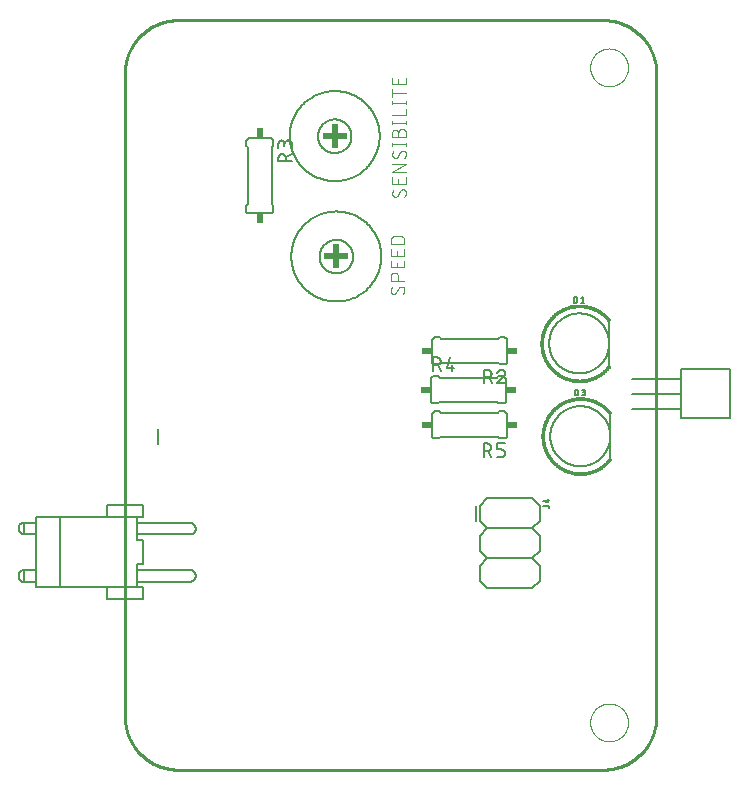
<source format=gto>
G75*
%MOIN*%
%OFA0B0*%
%FSLAX25Y25*%
%IPPOS*%
%LPD*%
%AMOC8*
5,1,8,0,0,1.08239X$1,22.5*
%
%ADD10C,0.00000*%
%ADD11C,0.01000*%
%ADD12C,0.00800*%
%ADD13C,0.00100*%
%ADD14C,0.00500*%
%ADD15C,0.00600*%
%ADD16R,0.03400X0.02400*%
%ADD17R,0.02400X0.03400*%
%ADD18R,0.02000X0.08000*%
%ADD19R,0.08000X0.02000*%
%ADD20C,0.00400*%
D10*
X0191787Y0023322D02*
X0191789Y0023480D01*
X0191795Y0023638D01*
X0191805Y0023796D01*
X0191819Y0023954D01*
X0191837Y0024111D01*
X0191858Y0024268D01*
X0191884Y0024424D01*
X0191914Y0024580D01*
X0191947Y0024735D01*
X0191985Y0024888D01*
X0192026Y0025041D01*
X0192071Y0025193D01*
X0192120Y0025344D01*
X0192173Y0025493D01*
X0192229Y0025641D01*
X0192289Y0025787D01*
X0192353Y0025932D01*
X0192421Y0026075D01*
X0192492Y0026217D01*
X0192566Y0026357D01*
X0192644Y0026494D01*
X0192726Y0026630D01*
X0192810Y0026764D01*
X0192899Y0026895D01*
X0192990Y0027024D01*
X0193085Y0027151D01*
X0193182Y0027276D01*
X0193283Y0027398D01*
X0193387Y0027517D01*
X0193494Y0027634D01*
X0193604Y0027748D01*
X0193717Y0027859D01*
X0193832Y0027968D01*
X0193950Y0028073D01*
X0194071Y0028175D01*
X0194194Y0028275D01*
X0194320Y0028371D01*
X0194448Y0028464D01*
X0194578Y0028554D01*
X0194711Y0028640D01*
X0194846Y0028724D01*
X0194982Y0028803D01*
X0195121Y0028880D01*
X0195262Y0028952D01*
X0195404Y0029022D01*
X0195548Y0029087D01*
X0195694Y0029149D01*
X0195841Y0029207D01*
X0195990Y0029262D01*
X0196140Y0029313D01*
X0196291Y0029360D01*
X0196443Y0029403D01*
X0196596Y0029442D01*
X0196751Y0029478D01*
X0196906Y0029509D01*
X0197062Y0029537D01*
X0197218Y0029561D01*
X0197375Y0029581D01*
X0197533Y0029597D01*
X0197690Y0029609D01*
X0197849Y0029617D01*
X0198007Y0029621D01*
X0198165Y0029621D01*
X0198323Y0029617D01*
X0198482Y0029609D01*
X0198639Y0029597D01*
X0198797Y0029581D01*
X0198954Y0029561D01*
X0199110Y0029537D01*
X0199266Y0029509D01*
X0199421Y0029478D01*
X0199576Y0029442D01*
X0199729Y0029403D01*
X0199881Y0029360D01*
X0200032Y0029313D01*
X0200182Y0029262D01*
X0200331Y0029207D01*
X0200478Y0029149D01*
X0200624Y0029087D01*
X0200768Y0029022D01*
X0200910Y0028952D01*
X0201051Y0028880D01*
X0201190Y0028803D01*
X0201326Y0028724D01*
X0201461Y0028640D01*
X0201594Y0028554D01*
X0201724Y0028464D01*
X0201852Y0028371D01*
X0201978Y0028275D01*
X0202101Y0028175D01*
X0202222Y0028073D01*
X0202340Y0027968D01*
X0202455Y0027859D01*
X0202568Y0027748D01*
X0202678Y0027634D01*
X0202785Y0027517D01*
X0202889Y0027398D01*
X0202990Y0027276D01*
X0203087Y0027151D01*
X0203182Y0027024D01*
X0203273Y0026895D01*
X0203362Y0026764D01*
X0203446Y0026630D01*
X0203528Y0026494D01*
X0203606Y0026357D01*
X0203680Y0026217D01*
X0203751Y0026075D01*
X0203819Y0025932D01*
X0203883Y0025787D01*
X0203943Y0025641D01*
X0203999Y0025493D01*
X0204052Y0025344D01*
X0204101Y0025193D01*
X0204146Y0025041D01*
X0204187Y0024888D01*
X0204225Y0024735D01*
X0204258Y0024580D01*
X0204288Y0024424D01*
X0204314Y0024268D01*
X0204335Y0024111D01*
X0204353Y0023954D01*
X0204367Y0023796D01*
X0204377Y0023638D01*
X0204383Y0023480D01*
X0204385Y0023322D01*
X0204383Y0023164D01*
X0204377Y0023006D01*
X0204367Y0022848D01*
X0204353Y0022690D01*
X0204335Y0022533D01*
X0204314Y0022376D01*
X0204288Y0022220D01*
X0204258Y0022064D01*
X0204225Y0021909D01*
X0204187Y0021756D01*
X0204146Y0021603D01*
X0204101Y0021451D01*
X0204052Y0021300D01*
X0203999Y0021151D01*
X0203943Y0021003D01*
X0203883Y0020857D01*
X0203819Y0020712D01*
X0203751Y0020569D01*
X0203680Y0020427D01*
X0203606Y0020287D01*
X0203528Y0020150D01*
X0203446Y0020014D01*
X0203362Y0019880D01*
X0203273Y0019749D01*
X0203182Y0019620D01*
X0203087Y0019493D01*
X0202990Y0019368D01*
X0202889Y0019246D01*
X0202785Y0019127D01*
X0202678Y0019010D01*
X0202568Y0018896D01*
X0202455Y0018785D01*
X0202340Y0018676D01*
X0202222Y0018571D01*
X0202101Y0018469D01*
X0201978Y0018369D01*
X0201852Y0018273D01*
X0201724Y0018180D01*
X0201594Y0018090D01*
X0201461Y0018004D01*
X0201326Y0017920D01*
X0201190Y0017841D01*
X0201051Y0017764D01*
X0200910Y0017692D01*
X0200768Y0017622D01*
X0200624Y0017557D01*
X0200478Y0017495D01*
X0200331Y0017437D01*
X0200182Y0017382D01*
X0200032Y0017331D01*
X0199881Y0017284D01*
X0199729Y0017241D01*
X0199576Y0017202D01*
X0199421Y0017166D01*
X0199266Y0017135D01*
X0199110Y0017107D01*
X0198954Y0017083D01*
X0198797Y0017063D01*
X0198639Y0017047D01*
X0198482Y0017035D01*
X0198323Y0017027D01*
X0198165Y0017023D01*
X0198007Y0017023D01*
X0197849Y0017027D01*
X0197690Y0017035D01*
X0197533Y0017047D01*
X0197375Y0017063D01*
X0197218Y0017083D01*
X0197062Y0017107D01*
X0196906Y0017135D01*
X0196751Y0017166D01*
X0196596Y0017202D01*
X0196443Y0017241D01*
X0196291Y0017284D01*
X0196140Y0017331D01*
X0195990Y0017382D01*
X0195841Y0017437D01*
X0195694Y0017495D01*
X0195548Y0017557D01*
X0195404Y0017622D01*
X0195262Y0017692D01*
X0195121Y0017764D01*
X0194982Y0017841D01*
X0194846Y0017920D01*
X0194711Y0018004D01*
X0194578Y0018090D01*
X0194448Y0018180D01*
X0194320Y0018273D01*
X0194194Y0018369D01*
X0194071Y0018469D01*
X0193950Y0018571D01*
X0193832Y0018676D01*
X0193717Y0018785D01*
X0193604Y0018896D01*
X0193494Y0019010D01*
X0193387Y0019127D01*
X0193283Y0019246D01*
X0193182Y0019368D01*
X0193085Y0019493D01*
X0192990Y0019620D01*
X0192899Y0019749D01*
X0192810Y0019880D01*
X0192726Y0020014D01*
X0192644Y0020150D01*
X0192566Y0020287D01*
X0192492Y0020427D01*
X0192421Y0020569D01*
X0192353Y0020712D01*
X0192289Y0020857D01*
X0192229Y0021003D01*
X0192173Y0021151D01*
X0192120Y0021300D01*
X0192071Y0021451D01*
X0192026Y0021603D01*
X0191985Y0021756D01*
X0191947Y0021909D01*
X0191914Y0022064D01*
X0191884Y0022220D01*
X0191858Y0022376D01*
X0191837Y0022533D01*
X0191819Y0022690D01*
X0191805Y0022848D01*
X0191795Y0023006D01*
X0191789Y0023164D01*
X0191787Y0023322D01*
X0191787Y0241669D02*
X0191789Y0241827D01*
X0191795Y0241985D01*
X0191805Y0242143D01*
X0191819Y0242301D01*
X0191837Y0242458D01*
X0191858Y0242615D01*
X0191884Y0242771D01*
X0191914Y0242927D01*
X0191947Y0243082D01*
X0191985Y0243235D01*
X0192026Y0243388D01*
X0192071Y0243540D01*
X0192120Y0243691D01*
X0192173Y0243840D01*
X0192229Y0243988D01*
X0192289Y0244134D01*
X0192353Y0244279D01*
X0192421Y0244422D01*
X0192492Y0244564D01*
X0192566Y0244704D01*
X0192644Y0244841D01*
X0192726Y0244977D01*
X0192810Y0245111D01*
X0192899Y0245242D01*
X0192990Y0245371D01*
X0193085Y0245498D01*
X0193182Y0245623D01*
X0193283Y0245745D01*
X0193387Y0245864D01*
X0193494Y0245981D01*
X0193604Y0246095D01*
X0193717Y0246206D01*
X0193832Y0246315D01*
X0193950Y0246420D01*
X0194071Y0246522D01*
X0194194Y0246622D01*
X0194320Y0246718D01*
X0194448Y0246811D01*
X0194578Y0246901D01*
X0194711Y0246987D01*
X0194846Y0247071D01*
X0194982Y0247150D01*
X0195121Y0247227D01*
X0195262Y0247299D01*
X0195404Y0247369D01*
X0195548Y0247434D01*
X0195694Y0247496D01*
X0195841Y0247554D01*
X0195990Y0247609D01*
X0196140Y0247660D01*
X0196291Y0247707D01*
X0196443Y0247750D01*
X0196596Y0247789D01*
X0196751Y0247825D01*
X0196906Y0247856D01*
X0197062Y0247884D01*
X0197218Y0247908D01*
X0197375Y0247928D01*
X0197533Y0247944D01*
X0197690Y0247956D01*
X0197849Y0247964D01*
X0198007Y0247968D01*
X0198165Y0247968D01*
X0198323Y0247964D01*
X0198482Y0247956D01*
X0198639Y0247944D01*
X0198797Y0247928D01*
X0198954Y0247908D01*
X0199110Y0247884D01*
X0199266Y0247856D01*
X0199421Y0247825D01*
X0199576Y0247789D01*
X0199729Y0247750D01*
X0199881Y0247707D01*
X0200032Y0247660D01*
X0200182Y0247609D01*
X0200331Y0247554D01*
X0200478Y0247496D01*
X0200624Y0247434D01*
X0200768Y0247369D01*
X0200910Y0247299D01*
X0201051Y0247227D01*
X0201190Y0247150D01*
X0201326Y0247071D01*
X0201461Y0246987D01*
X0201594Y0246901D01*
X0201724Y0246811D01*
X0201852Y0246718D01*
X0201978Y0246622D01*
X0202101Y0246522D01*
X0202222Y0246420D01*
X0202340Y0246315D01*
X0202455Y0246206D01*
X0202568Y0246095D01*
X0202678Y0245981D01*
X0202785Y0245864D01*
X0202889Y0245745D01*
X0202990Y0245623D01*
X0203087Y0245498D01*
X0203182Y0245371D01*
X0203273Y0245242D01*
X0203362Y0245111D01*
X0203446Y0244977D01*
X0203528Y0244841D01*
X0203606Y0244704D01*
X0203680Y0244564D01*
X0203751Y0244422D01*
X0203819Y0244279D01*
X0203883Y0244134D01*
X0203943Y0243988D01*
X0203999Y0243840D01*
X0204052Y0243691D01*
X0204101Y0243540D01*
X0204146Y0243388D01*
X0204187Y0243235D01*
X0204225Y0243082D01*
X0204258Y0242927D01*
X0204288Y0242771D01*
X0204314Y0242615D01*
X0204335Y0242458D01*
X0204353Y0242301D01*
X0204367Y0242143D01*
X0204377Y0241985D01*
X0204383Y0241827D01*
X0204385Y0241669D01*
X0204383Y0241511D01*
X0204377Y0241353D01*
X0204367Y0241195D01*
X0204353Y0241037D01*
X0204335Y0240880D01*
X0204314Y0240723D01*
X0204288Y0240567D01*
X0204258Y0240411D01*
X0204225Y0240256D01*
X0204187Y0240103D01*
X0204146Y0239950D01*
X0204101Y0239798D01*
X0204052Y0239647D01*
X0203999Y0239498D01*
X0203943Y0239350D01*
X0203883Y0239204D01*
X0203819Y0239059D01*
X0203751Y0238916D01*
X0203680Y0238774D01*
X0203606Y0238634D01*
X0203528Y0238497D01*
X0203446Y0238361D01*
X0203362Y0238227D01*
X0203273Y0238096D01*
X0203182Y0237967D01*
X0203087Y0237840D01*
X0202990Y0237715D01*
X0202889Y0237593D01*
X0202785Y0237474D01*
X0202678Y0237357D01*
X0202568Y0237243D01*
X0202455Y0237132D01*
X0202340Y0237023D01*
X0202222Y0236918D01*
X0202101Y0236816D01*
X0201978Y0236716D01*
X0201852Y0236620D01*
X0201724Y0236527D01*
X0201594Y0236437D01*
X0201461Y0236351D01*
X0201326Y0236267D01*
X0201190Y0236188D01*
X0201051Y0236111D01*
X0200910Y0236039D01*
X0200768Y0235969D01*
X0200624Y0235904D01*
X0200478Y0235842D01*
X0200331Y0235784D01*
X0200182Y0235729D01*
X0200032Y0235678D01*
X0199881Y0235631D01*
X0199729Y0235588D01*
X0199576Y0235549D01*
X0199421Y0235513D01*
X0199266Y0235482D01*
X0199110Y0235454D01*
X0198954Y0235430D01*
X0198797Y0235410D01*
X0198639Y0235394D01*
X0198482Y0235382D01*
X0198323Y0235374D01*
X0198165Y0235370D01*
X0198007Y0235370D01*
X0197849Y0235374D01*
X0197690Y0235382D01*
X0197533Y0235394D01*
X0197375Y0235410D01*
X0197218Y0235430D01*
X0197062Y0235454D01*
X0196906Y0235482D01*
X0196751Y0235513D01*
X0196596Y0235549D01*
X0196443Y0235588D01*
X0196291Y0235631D01*
X0196140Y0235678D01*
X0195990Y0235729D01*
X0195841Y0235784D01*
X0195694Y0235842D01*
X0195548Y0235904D01*
X0195404Y0235969D01*
X0195262Y0236039D01*
X0195121Y0236111D01*
X0194982Y0236188D01*
X0194846Y0236267D01*
X0194711Y0236351D01*
X0194578Y0236437D01*
X0194448Y0236527D01*
X0194320Y0236620D01*
X0194194Y0236716D01*
X0194071Y0236816D01*
X0193950Y0236918D01*
X0193832Y0237023D01*
X0193717Y0237132D01*
X0193604Y0237243D01*
X0193494Y0237357D01*
X0193387Y0237474D01*
X0193283Y0237593D01*
X0193182Y0237715D01*
X0193085Y0237840D01*
X0192990Y0237967D01*
X0192899Y0238096D01*
X0192810Y0238227D01*
X0192726Y0238361D01*
X0192644Y0238497D01*
X0192566Y0238634D01*
X0192492Y0238774D01*
X0192421Y0238916D01*
X0192353Y0239059D01*
X0192289Y0239204D01*
X0192229Y0239350D01*
X0192173Y0239498D01*
X0192120Y0239647D01*
X0192071Y0239798D01*
X0192026Y0239950D01*
X0191985Y0240103D01*
X0191947Y0240256D01*
X0191914Y0240411D01*
X0191884Y0240567D01*
X0191858Y0240723D01*
X0191837Y0240880D01*
X0191819Y0241037D01*
X0191805Y0241195D01*
X0191795Y0241353D01*
X0191789Y0241511D01*
X0191787Y0241669D01*
D11*
X0036669Y0239700D02*
X0036669Y0025291D01*
X0036668Y0025291D02*
X0036673Y0024863D01*
X0036689Y0024435D01*
X0036715Y0024008D01*
X0036751Y0023581D01*
X0036797Y0023155D01*
X0036854Y0022731D01*
X0036921Y0022308D01*
X0036998Y0021887D01*
X0037085Y0021468D01*
X0037183Y0021051D01*
X0037290Y0020637D01*
X0037408Y0020225D01*
X0037535Y0019816D01*
X0037672Y0019411D01*
X0037819Y0019008D01*
X0037976Y0018610D01*
X0038142Y0018215D01*
X0038318Y0017825D01*
X0038503Y0017439D01*
X0038697Y0017057D01*
X0038901Y0016681D01*
X0039113Y0016309D01*
X0039335Y0015943D01*
X0039565Y0015582D01*
X0039804Y0015227D01*
X0040052Y0014877D01*
X0040307Y0014534D01*
X0040572Y0014197D01*
X0040844Y0013866D01*
X0041124Y0013542D01*
X0041411Y0013225D01*
X0041707Y0012915D01*
X0042009Y0012613D01*
X0042319Y0012317D01*
X0042636Y0012030D01*
X0042960Y0011750D01*
X0043291Y0011478D01*
X0043628Y0011213D01*
X0043971Y0010958D01*
X0044321Y0010710D01*
X0044676Y0010471D01*
X0045037Y0010241D01*
X0045403Y0010019D01*
X0045775Y0009807D01*
X0046151Y0009603D01*
X0046533Y0009409D01*
X0046919Y0009224D01*
X0047309Y0009048D01*
X0047704Y0008882D01*
X0048102Y0008725D01*
X0048505Y0008578D01*
X0048910Y0008441D01*
X0049319Y0008314D01*
X0049731Y0008196D01*
X0050145Y0008089D01*
X0050562Y0007991D01*
X0050981Y0007904D01*
X0051402Y0007827D01*
X0051825Y0007760D01*
X0052249Y0007703D01*
X0052675Y0007657D01*
X0053102Y0007621D01*
X0053529Y0007595D01*
X0053957Y0007579D01*
X0054385Y0007574D01*
X0196118Y0007574D01*
X0196546Y0007579D01*
X0196974Y0007595D01*
X0197401Y0007621D01*
X0197828Y0007657D01*
X0198254Y0007703D01*
X0198678Y0007760D01*
X0199101Y0007827D01*
X0199522Y0007904D01*
X0199941Y0007991D01*
X0200358Y0008089D01*
X0200772Y0008196D01*
X0201184Y0008314D01*
X0201593Y0008441D01*
X0201998Y0008578D01*
X0202401Y0008725D01*
X0202799Y0008882D01*
X0203194Y0009048D01*
X0203584Y0009224D01*
X0203970Y0009409D01*
X0204352Y0009603D01*
X0204728Y0009807D01*
X0205100Y0010019D01*
X0205466Y0010241D01*
X0205827Y0010471D01*
X0206182Y0010710D01*
X0206532Y0010958D01*
X0206875Y0011213D01*
X0207212Y0011478D01*
X0207543Y0011750D01*
X0207867Y0012030D01*
X0208184Y0012317D01*
X0208494Y0012613D01*
X0208796Y0012915D01*
X0209092Y0013225D01*
X0209379Y0013542D01*
X0209659Y0013866D01*
X0209931Y0014197D01*
X0210196Y0014534D01*
X0210451Y0014877D01*
X0210699Y0015227D01*
X0210938Y0015582D01*
X0211168Y0015943D01*
X0211390Y0016309D01*
X0211602Y0016681D01*
X0211806Y0017057D01*
X0212000Y0017439D01*
X0212185Y0017825D01*
X0212361Y0018215D01*
X0212527Y0018610D01*
X0212684Y0019008D01*
X0212831Y0019411D01*
X0212968Y0019816D01*
X0213095Y0020225D01*
X0213213Y0020637D01*
X0213320Y0021051D01*
X0213418Y0021468D01*
X0213505Y0021887D01*
X0213582Y0022308D01*
X0213649Y0022731D01*
X0213706Y0023155D01*
X0213752Y0023581D01*
X0213788Y0024008D01*
X0213814Y0024435D01*
X0213830Y0024863D01*
X0213835Y0025291D01*
X0213834Y0025291D02*
X0213834Y0239700D01*
X0213835Y0239700D02*
X0213830Y0240128D01*
X0213814Y0240556D01*
X0213788Y0240983D01*
X0213752Y0241410D01*
X0213706Y0241836D01*
X0213649Y0242260D01*
X0213582Y0242683D01*
X0213505Y0243104D01*
X0213418Y0243523D01*
X0213320Y0243940D01*
X0213213Y0244354D01*
X0213095Y0244766D01*
X0212968Y0245175D01*
X0212831Y0245580D01*
X0212684Y0245983D01*
X0212527Y0246381D01*
X0212361Y0246776D01*
X0212185Y0247166D01*
X0212000Y0247552D01*
X0211806Y0247934D01*
X0211602Y0248310D01*
X0211390Y0248682D01*
X0211168Y0249048D01*
X0210938Y0249409D01*
X0210699Y0249764D01*
X0210451Y0250114D01*
X0210196Y0250457D01*
X0209931Y0250794D01*
X0209659Y0251125D01*
X0209379Y0251449D01*
X0209092Y0251766D01*
X0208796Y0252076D01*
X0208494Y0252378D01*
X0208184Y0252674D01*
X0207867Y0252961D01*
X0207543Y0253241D01*
X0207212Y0253513D01*
X0206875Y0253778D01*
X0206532Y0254033D01*
X0206182Y0254281D01*
X0205827Y0254520D01*
X0205466Y0254750D01*
X0205100Y0254972D01*
X0204728Y0255184D01*
X0204352Y0255388D01*
X0203970Y0255582D01*
X0203584Y0255767D01*
X0203194Y0255943D01*
X0202799Y0256109D01*
X0202401Y0256266D01*
X0201998Y0256413D01*
X0201593Y0256550D01*
X0201184Y0256677D01*
X0200772Y0256795D01*
X0200358Y0256902D01*
X0199941Y0257000D01*
X0199522Y0257087D01*
X0199101Y0257164D01*
X0198678Y0257231D01*
X0198254Y0257288D01*
X0197828Y0257334D01*
X0197401Y0257370D01*
X0196974Y0257396D01*
X0196546Y0257412D01*
X0196118Y0257417D01*
X0054385Y0257417D01*
X0053957Y0257412D01*
X0053529Y0257396D01*
X0053102Y0257370D01*
X0052675Y0257334D01*
X0052249Y0257288D01*
X0051825Y0257231D01*
X0051402Y0257164D01*
X0050981Y0257087D01*
X0050562Y0257000D01*
X0050145Y0256902D01*
X0049731Y0256795D01*
X0049319Y0256677D01*
X0048910Y0256550D01*
X0048505Y0256413D01*
X0048102Y0256266D01*
X0047704Y0256109D01*
X0047309Y0255943D01*
X0046919Y0255767D01*
X0046533Y0255582D01*
X0046151Y0255388D01*
X0045775Y0255184D01*
X0045403Y0254972D01*
X0045037Y0254750D01*
X0044676Y0254520D01*
X0044321Y0254281D01*
X0043971Y0254033D01*
X0043628Y0253778D01*
X0043291Y0253513D01*
X0042960Y0253241D01*
X0042636Y0252961D01*
X0042319Y0252674D01*
X0042009Y0252378D01*
X0041707Y0252076D01*
X0041411Y0251766D01*
X0041124Y0251449D01*
X0040844Y0251125D01*
X0040572Y0250794D01*
X0040307Y0250457D01*
X0040052Y0250114D01*
X0039804Y0249764D01*
X0039565Y0249409D01*
X0039335Y0249048D01*
X0039113Y0248682D01*
X0038901Y0248310D01*
X0038697Y0247934D01*
X0038503Y0247552D01*
X0038318Y0247166D01*
X0038142Y0246776D01*
X0037976Y0246381D01*
X0037819Y0245983D01*
X0037672Y0245580D01*
X0037535Y0245175D01*
X0037408Y0244766D01*
X0037290Y0244354D01*
X0037183Y0243940D01*
X0037085Y0243523D01*
X0036998Y0243104D01*
X0036921Y0242683D01*
X0036854Y0242260D01*
X0036797Y0241836D01*
X0036751Y0241410D01*
X0036715Y0240983D01*
X0036689Y0240556D01*
X0036673Y0240128D01*
X0036668Y0239700D01*
D12*
X0047639Y0121227D02*
X0047639Y0116227D01*
X0153611Y0095478D02*
X0153611Y0090478D01*
X0154930Y0090478D02*
X0154930Y0095478D01*
X0157430Y0097978D01*
X0172430Y0097978D01*
X0174930Y0095478D01*
X0174930Y0090478D01*
X0172430Y0087978D01*
X0157430Y0087978D01*
X0154930Y0085478D01*
X0154930Y0080478D01*
X0157430Y0077978D01*
X0172430Y0077978D01*
X0174930Y0075478D01*
X0174930Y0070478D01*
X0172430Y0067978D01*
X0157430Y0067978D01*
X0154930Y0070478D01*
X0154930Y0075478D01*
X0157430Y0077978D01*
X0157430Y0087978D02*
X0154930Y0090478D01*
X0172430Y0087978D02*
X0174930Y0085478D01*
X0174930Y0080478D01*
X0172430Y0077978D01*
X0198474Y0111265D02*
X0198474Y0126265D01*
X0198114Y0142180D02*
X0198114Y0157180D01*
D13*
X0198443Y0157489D02*
X0197723Y0156949D01*
X0197724Y0156950D02*
X0197543Y0157183D01*
X0197357Y0157411D01*
X0197165Y0157635D01*
X0196968Y0157854D01*
X0196766Y0158068D01*
X0196558Y0158277D01*
X0196345Y0158480D01*
X0196128Y0158679D01*
X0195905Y0158872D01*
X0195678Y0159060D01*
X0195447Y0159242D01*
X0195211Y0159419D01*
X0194970Y0159589D01*
X0194726Y0159754D01*
X0194478Y0159912D01*
X0194226Y0160065D01*
X0193970Y0160211D01*
X0193711Y0160351D01*
X0193448Y0160485D01*
X0193183Y0160612D01*
X0192914Y0160733D01*
X0192642Y0160847D01*
X0192368Y0160954D01*
X0192091Y0161055D01*
X0191812Y0161149D01*
X0191530Y0161236D01*
X0191247Y0161316D01*
X0190961Y0161389D01*
X0190674Y0161455D01*
X0190385Y0161514D01*
X0190095Y0161566D01*
X0189804Y0161611D01*
X0189512Y0161649D01*
X0189219Y0161679D01*
X0188925Y0161703D01*
X0188631Y0161719D01*
X0188337Y0161728D01*
X0188042Y0161730D01*
X0187747Y0161724D01*
X0187453Y0161712D01*
X0187159Y0161692D01*
X0186866Y0161665D01*
X0186573Y0161631D01*
X0186281Y0161590D01*
X0185991Y0161541D01*
X0185701Y0161486D01*
X0185414Y0161424D01*
X0185127Y0161354D01*
X0184843Y0161277D01*
X0184560Y0161194D01*
X0184280Y0161104D01*
X0184002Y0161007D01*
X0183726Y0160903D01*
X0183453Y0160792D01*
X0183183Y0160675D01*
X0182915Y0160551D01*
X0182651Y0160421D01*
X0182390Y0160284D01*
X0182133Y0160141D01*
X0181879Y0159991D01*
X0181628Y0159836D01*
X0181382Y0159674D01*
X0181140Y0159507D01*
X0180902Y0159333D01*
X0180668Y0159154D01*
X0180438Y0158969D01*
X0180214Y0158779D01*
X0179993Y0158583D01*
X0179778Y0158382D01*
X0179568Y0158175D01*
X0179363Y0157964D01*
X0179163Y0157747D01*
X0178968Y0157526D01*
X0178779Y0157300D01*
X0178596Y0157070D01*
X0178418Y0156835D01*
X0178246Y0156595D01*
X0178080Y0156352D01*
X0177920Y0156105D01*
X0177766Y0155854D01*
X0177618Y0155599D01*
X0177476Y0155340D01*
X0177341Y0155079D01*
X0177212Y0154814D01*
X0177090Y0154546D01*
X0176974Y0154275D01*
X0176865Y0154001D01*
X0176763Y0153725D01*
X0176668Y0153446D01*
X0176579Y0153165D01*
X0176497Y0152882D01*
X0176422Y0152597D01*
X0176355Y0152310D01*
X0176294Y0152022D01*
X0176240Y0151732D01*
X0176193Y0151441D01*
X0176154Y0151149D01*
X0176122Y0150857D01*
X0176096Y0150563D01*
X0176078Y0150269D01*
X0176068Y0149975D01*
X0176064Y0149680D01*
X0176068Y0149385D01*
X0176078Y0149091D01*
X0176096Y0148797D01*
X0176122Y0148503D01*
X0176154Y0148211D01*
X0176193Y0147919D01*
X0176240Y0147628D01*
X0176294Y0147338D01*
X0176355Y0147050D01*
X0176422Y0146763D01*
X0176497Y0146478D01*
X0176579Y0146195D01*
X0176668Y0145914D01*
X0176763Y0145635D01*
X0176865Y0145359D01*
X0176974Y0145085D01*
X0177090Y0144814D01*
X0177212Y0144546D01*
X0177341Y0144281D01*
X0177476Y0144020D01*
X0177618Y0143761D01*
X0177766Y0143506D01*
X0177920Y0143255D01*
X0178080Y0143008D01*
X0178246Y0142765D01*
X0178418Y0142525D01*
X0178596Y0142290D01*
X0178779Y0142060D01*
X0178968Y0141834D01*
X0179163Y0141613D01*
X0179363Y0141396D01*
X0179568Y0141185D01*
X0179778Y0140978D01*
X0179993Y0140777D01*
X0180214Y0140581D01*
X0180438Y0140391D01*
X0180668Y0140206D01*
X0180902Y0140027D01*
X0181140Y0139853D01*
X0181382Y0139686D01*
X0181628Y0139524D01*
X0181879Y0139369D01*
X0182133Y0139219D01*
X0182390Y0139076D01*
X0182651Y0138939D01*
X0182915Y0138809D01*
X0183183Y0138685D01*
X0183453Y0138568D01*
X0183726Y0138457D01*
X0184002Y0138353D01*
X0184280Y0138256D01*
X0184560Y0138166D01*
X0184843Y0138083D01*
X0185127Y0138006D01*
X0185414Y0137936D01*
X0185701Y0137874D01*
X0185991Y0137819D01*
X0186281Y0137770D01*
X0186573Y0137729D01*
X0186866Y0137695D01*
X0187159Y0137668D01*
X0187453Y0137648D01*
X0187747Y0137636D01*
X0188042Y0137630D01*
X0188337Y0137632D01*
X0188631Y0137641D01*
X0188925Y0137657D01*
X0189219Y0137681D01*
X0189512Y0137711D01*
X0189804Y0137749D01*
X0190095Y0137794D01*
X0190385Y0137846D01*
X0190674Y0137905D01*
X0190961Y0137971D01*
X0191247Y0138044D01*
X0191530Y0138124D01*
X0191812Y0138211D01*
X0192091Y0138305D01*
X0192368Y0138406D01*
X0192642Y0138513D01*
X0192914Y0138627D01*
X0193183Y0138748D01*
X0193448Y0138875D01*
X0193711Y0139009D01*
X0193970Y0139149D01*
X0194226Y0139295D01*
X0194478Y0139448D01*
X0194726Y0139606D01*
X0194970Y0139771D01*
X0195211Y0139941D01*
X0195447Y0140118D01*
X0195678Y0140300D01*
X0195905Y0140488D01*
X0196128Y0140681D01*
X0196345Y0140880D01*
X0196558Y0141083D01*
X0196766Y0141292D01*
X0196968Y0141506D01*
X0197165Y0141725D01*
X0197357Y0141949D01*
X0197543Y0142177D01*
X0197724Y0142410D01*
X0198443Y0141871D01*
X0198444Y0141870D01*
X0198250Y0141620D01*
X0198050Y0141374D01*
X0197844Y0141134D01*
X0197632Y0140899D01*
X0197414Y0140669D01*
X0197191Y0140444D01*
X0196963Y0140225D01*
X0196729Y0140011D01*
X0196490Y0139803D01*
X0196246Y0139601D01*
X0195997Y0139406D01*
X0195743Y0139216D01*
X0195485Y0139033D01*
X0195223Y0138856D01*
X0194956Y0138685D01*
X0194685Y0138521D01*
X0194410Y0138364D01*
X0194132Y0138213D01*
X0193849Y0138069D01*
X0193564Y0137933D01*
X0193275Y0137803D01*
X0192983Y0137680D01*
X0192688Y0137565D01*
X0192391Y0137457D01*
X0192090Y0137356D01*
X0191788Y0137262D01*
X0191483Y0137176D01*
X0191176Y0137097D01*
X0190868Y0137026D01*
X0190558Y0136963D01*
X0190246Y0136907D01*
X0189933Y0136858D01*
X0189619Y0136818D01*
X0189304Y0136785D01*
X0188988Y0136760D01*
X0188672Y0136742D01*
X0188356Y0136732D01*
X0188039Y0136730D01*
X0187722Y0136736D01*
X0187406Y0136749D01*
X0187090Y0136771D01*
X0186775Y0136799D01*
X0186460Y0136836D01*
X0186147Y0136880D01*
X0185834Y0136932D01*
X0185523Y0136992D01*
X0185214Y0137059D01*
X0184906Y0137134D01*
X0184600Y0137216D01*
X0184297Y0137305D01*
X0183995Y0137402D01*
X0183696Y0137507D01*
X0183400Y0137619D01*
X0183106Y0137737D01*
X0182816Y0137863D01*
X0182529Y0137996D01*
X0182244Y0138137D01*
X0181964Y0138284D01*
X0181687Y0138437D01*
X0181414Y0138598D01*
X0181145Y0138765D01*
X0180880Y0138939D01*
X0180620Y0139119D01*
X0180364Y0139305D01*
X0180113Y0139498D01*
X0179866Y0139696D01*
X0179624Y0139901D01*
X0179388Y0140111D01*
X0179156Y0140328D01*
X0178931Y0140550D01*
X0178710Y0140777D01*
X0178495Y0141009D01*
X0178286Y0141247D01*
X0178083Y0141490D01*
X0177885Y0141738D01*
X0177694Y0141990D01*
X0177509Y0142247D01*
X0177331Y0142509D01*
X0177159Y0142775D01*
X0176993Y0143044D01*
X0176834Y0143318D01*
X0176682Y0143596D01*
X0176537Y0143877D01*
X0176398Y0144162D01*
X0176267Y0144450D01*
X0176143Y0144742D01*
X0176025Y0145036D01*
X0175915Y0145333D01*
X0175813Y0145632D01*
X0175718Y0145934D01*
X0175630Y0146238D01*
X0175549Y0146545D01*
X0175476Y0146853D01*
X0175411Y0147163D01*
X0175353Y0147474D01*
X0175303Y0147787D01*
X0175261Y0148101D01*
X0175226Y0148415D01*
X0175199Y0148731D01*
X0175179Y0149047D01*
X0175168Y0149363D01*
X0175164Y0149680D01*
X0175168Y0149997D01*
X0175179Y0150313D01*
X0175199Y0150629D01*
X0175226Y0150945D01*
X0175261Y0151259D01*
X0175303Y0151573D01*
X0175353Y0151886D01*
X0175411Y0152197D01*
X0175476Y0152507D01*
X0175549Y0152815D01*
X0175630Y0153122D01*
X0175718Y0153426D01*
X0175813Y0153728D01*
X0175915Y0154027D01*
X0176025Y0154324D01*
X0176143Y0154618D01*
X0176267Y0154910D01*
X0176398Y0155198D01*
X0176537Y0155483D01*
X0176682Y0155764D01*
X0176834Y0156042D01*
X0176993Y0156316D01*
X0177159Y0156585D01*
X0177331Y0156851D01*
X0177509Y0157113D01*
X0177694Y0157370D01*
X0177885Y0157622D01*
X0178083Y0157870D01*
X0178286Y0158113D01*
X0178495Y0158351D01*
X0178710Y0158583D01*
X0178931Y0158810D01*
X0179156Y0159032D01*
X0179388Y0159249D01*
X0179624Y0159459D01*
X0179866Y0159664D01*
X0180113Y0159862D01*
X0180364Y0160055D01*
X0180620Y0160241D01*
X0180880Y0160421D01*
X0181145Y0160595D01*
X0181414Y0160762D01*
X0181687Y0160923D01*
X0181964Y0161076D01*
X0182244Y0161223D01*
X0182529Y0161364D01*
X0182816Y0161497D01*
X0183106Y0161623D01*
X0183400Y0161741D01*
X0183696Y0161853D01*
X0183995Y0161958D01*
X0184297Y0162055D01*
X0184600Y0162144D01*
X0184906Y0162226D01*
X0185214Y0162301D01*
X0185523Y0162368D01*
X0185834Y0162428D01*
X0186147Y0162480D01*
X0186460Y0162524D01*
X0186775Y0162561D01*
X0187090Y0162589D01*
X0187406Y0162611D01*
X0187722Y0162624D01*
X0188039Y0162630D01*
X0188356Y0162628D01*
X0188672Y0162618D01*
X0188988Y0162600D01*
X0189304Y0162575D01*
X0189619Y0162542D01*
X0189933Y0162502D01*
X0190246Y0162453D01*
X0190558Y0162397D01*
X0190868Y0162334D01*
X0191176Y0162263D01*
X0191483Y0162184D01*
X0191788Y0162098D01*
X0192090Y0162004D01*
X0192391Y0161903D01*
X0192688Y0161795D01*
X0192983Y0161680D01*
X0193275Y0161557D01*
X0193564Y0161427D01*
X0193849Y0161291D01*
X0194132Y0161147D01*
X0194410Y0160996D01*
X0194685Y0160839D01*
X0194956Y0160675D01*
X0195223Y0160504D01*
X0195485Y0160327D01*
X0195743Y0160144D01*
X0195997Y0159954D01*
X0196246Y0159759D01*
X0196490Y0159557D01*
X0196729Y0159349D01*
X0196963Y0159135D01*
X0197191Y0158916D01*
X0197414Y0158691D01*
X0197632Y0158461D01*
X0197844Y0158226D01*
X0198050Y0157986D01*
X0198250Y0157740D01*
X0198444Y0157490D01*
X0198369Y0157434D01*
X0198176Y0157682D01*
X0197977Y0157926D01*
X0197773Y0158164D01*
X0197563Y0158398D01*
X0197347Y0158626D01*
X0197125Y0158849D01*
X0196898Y0159067D01*
X0196666Y0159279D01*
X0196429Y0159485D01*
X0196187Y0159686D01*
X0195939Y0159880D01*
X0195688Y0160068D01*
X0195431Y0160250D01*
X0195171Y0160426D01*
X0194906Y0160595D01*
X0194637Y0160758D01*
X0194364Y0160914D01*
X0194088Y0161064D01*
X0193808Y0161206D01*
X0193524Y0161342D01*
X0193237Y0161471D01*
X0192947Y0161593D01*
X0192655Y0161707D01*
X0192359Y0161815D01*
X0192061Y0161915D01*
X0191761Y0162008D01*
X0191458Y0162093D01*
X0191154Y0162171D01*
X0190848Y0162242D01*
X0190540Y0162305D01*
X0190230Y0162361D01*
X0189920Y0162409D01*
X0189608Y0162449D01*
X0189295Y0162482D01*
X0188982Y0162507D01*
X0188668Y0162524D01*
X0188354Y0162534D01*
X0188039Y0162536D01*
X0187725Y0162530D01*
X0187411Y0162517D01*
X0187097Y0162496D01*
X0186784Y0162467D01*
X0186472Y0162431D01*
X0186161Y0162387D01*
X0185851Y0162335D01*
X0185542Y0162276D01*
X0185235Y0162209D01*
X0184929Y0162135D01*
X0184626Y0162054D01*
X0184324Y0161965D01*
X0184025Y0161868D01*
X0183728Y0161765D01*
X0183434Y0161654D01*
X0183143Y0161536D01*
X0182854Y0161411D01*
X0182569Y0161279D01*
X0182287Y0161140D01*
X0182009Y0160994D01*
X0181734Y0160841D01*
X0181463Y0160682D01*
X0181196Y0160516D01*
X0180933Y0160343D01*
X0180674Y0160165D01*
X0180420Y0159980D01*
X0180171Y0159788D01*
X0179926Y0159591D01*
X0179686Y0159388D01*
X0179451Y0159179D01*
X0179221Y0158964D01*
X0178997Y0158744D01*
X0178778Y0158519D01*
X0178565Y0158288D01*
X0178357Y0158052D01*
X0178155Y0157810D01*
X0177960Y0157565D01*
X0177770Y0157314D01*
X0177586Y0157059D01*
X0177409Y0156799D01*
X0177238Y0156535D01*
X0177074Y0156267D01*
X0176916Y0155995D01*
X0176765Y0155720D01*
X0176621Y0155440D01*
X0176483Y0155158D01*
X0176353Y0154872D01*
X0176229Y0154583D01*
X0176113Y0154290D01*
X0176004Y0153996D01*
X0175902Y0153698D01*
X0175808Y0153399D01*
X0175720Y0153096D01*
X0175640Y0152792D01*
X0175568Y0152487D01*
X0175503Y0152179D01*
X0175446Y0151870D01*
X0175396Y0151559D01*
X0175354Y0151248D01*
X0175319Y0150935D01*
X0175293Y0150622D01*
X0175273Y0150308D01*
X0175262Y0149994D01*
X0175258Y0149680D01*
X0175262Y0149366D01*
X0175273Y0149052D01*
X0175293Y0148738D01*
X0175319Y0148425D01*
X0175354Y0148112D01*
X0175396Y0147801D01*
X0175446Y0147490D01*
X0175503Y0147181D01*
X0175568Y0146873D01*
X0175640Y0146568D01*
X0175720Y0146264D01*
X0175808Y0145961D01*
X0175902Y0145662D01*
X0176004Y0145364D01*
X0176113Y0145070D01*
X0176229Y0144777D01*
X0176353Y0144488D01*
X0176483Y0144202D01*
X0176621Y0143920D01*
X0176765Y0143640D01*
X0176916Y0143365D01*
X0177074Y0143093D01*
X0177238Y0142825D01*
X0177409Y0142561D01*
X0177586Y0142301D01*
X0177770Y0142046D01*
X0177960Y0141795D01*
X0178155Y0141550D01*
X0178357Y0141308D01*
X0178565Y0141072D01*
X0178778Y0140841D01*
X0178997Y0140616D01*
X0179221Y0140396D01*
X0179451Y0140181D01*
X0179686Y0139972D01*
X0179926Y0139769D01*
X0180171Y0139572D01*
X0180420Y0139380D01*
X0180674Y0139195D01*
X0180933Y0139017D01*
X0181196Y0138844D01*
X0181463Y0138678D01*
X0181734Y0138519D01*
X0182009Y0138366D01*
X0182287Y0138220D01*
X0182569Y0138081D01*
X0182854Y0137949D01*
X0183143Y0137824D01*
X0183434Y0137706D01*
X0183728Y0137595D01*
X0184025Y0137492D01*
X0184324Y0137395D01*
X0184626Y0137306D01*
X0184929Y0137225D01*
X0185235Y0137151D01*
X0185542Y0137084D01*
X0185851Y0137025D01*
X0186161Y0136973D01*
X0186472Y0136929D01*
X0186784Y0136893D01*
X0187097Y0136864D01*
X0187411Y0136843D01*
X0187725Y0136830D01*
X0188039Y0136824D01*
X0188354Y0136826D01*
X0188668Y0136836D01*
X0188982Y0136853D01*
X0189295Y0136878D01*
X0189608Y0136911D01*
X0189920Y0136951D01*
X0190230Y0136999D01*
X0190540Y0137055D01*
X0190848Y0137118D01*
X0191154Y0137189D01*
X0191458Y0137267D01*
X0191761Y0137352D01*
X0192061Y0137445D01*
X0192359Y0137545D01*
X0192655Y0137653D01*
X0192947Y0137767D01*
X0193237Y0137889D01*
X0193524Y0138018D01*
X0193808Y0138154D01*
X0194088Y0138296D01*
X0194364Y0138446D01*
X0194637Y0138602D01*
X0194906Y0138765D01*
X0195171Y0138934D01*
X0195431Y0139110D01*
X0195688Y0139292D01*
X0195939Y0139480D01*
X0196187Y0139674D01*
X0196429Y0139875D01*
X0196666Y0140081D01*
X0196898Y0140293D01*
X0197125Y0140511D01*
X0197347Y0140734D01*
X0197563Y0140962D01*
X0197773Y0141196D01*
X0197977Y0141434D01*
X0198176Y0141678D01*
X0198369Y0141926D01*
X0198294Y0141983D01*
X0198102Y0141736D01*
X0197905Y0141494D01*
X0197702Y0141257D01*
X0197493Y0141026D01*
X0197279Y0140799D01*
X0197059Y0140577D01*
X0196834Y0140361D01*
X0196603Y0140151D01*
X0196368Y0139946D01*
X0196127Y0139747D01*
X0195882Y0139554D01*
X0195632Y0139368D01*
X0195378Y0139187D01*
X0195119Y0139012D01*
X0194856Y0138844D01*
X0194589Y0138683D01*
X0194318Y0138528D01*
X0194044Y0138379D01*
X0193766Y0138238D01*
X0193484Y0138103D01*
X0193200Y0137975D01*
X0192912Y0137854D01*
X0192621Y0137740D01*
X0192328Y0137634D01*
X0192032Y0137534D01*
X0191734Y0137442D01*
X0191434Y0137357D01*
X0191131Y0137280D01*
X0190827Y0137210D01*
X0190522Y0137147D01*
X0190215Y0137092D01*
X0189906Y0137044D01*
X0189597Y0137004D01*
X0189286Y0136972D01*
X0188975Y0136947D01*
X0188664Y0136930D01*
X0188352Y0136920D01*
X0188040Y0136918D01*
X0187728Y0136924D01*
X0187416Y0136937D01*
X0187105Y0136958D01*
X0186794Y0136986D01*
X0186484Y0137023D01*
X0186175Y0137066D01*
X0185867Y0137117D01*
X0185560Y0137176D01*
X0185256Y0137242D01*
X0184952Y0137316D01*
X0184651Y0137397D01*
X0184352Y0137485D01*
X0184055Y0137581D01*
X0183760Y0137684D01*
X0183468Y0137794D01*
X0183179Y0137911D01*
X0182892Y0138035D01*
X0182609Y0138166D01*
X0182329Y0138304D01*
X0182053Y0138449D01*
X0181780Y0138601D01*
X0181511Y0138759D01*
X0181246Y0138924D01*
X0180985Y0139095D01*
X0180729Y0139272D01*
X0180476Y0139456D01*
X0180229Y0139646D01*
X0179986Y0139841D01*
X0179747Y0140043D01*
X0179514Y0140251D01*
X0179286Y0140464D01*
X0179064Y0140682D01*
X0178846Y0140906D01*
X0178635Y0141135D01*
X0178429Y0141370D01*
X0178228Y0141609D01*
X0178034Y0141853D01*
X0177846Y0142102D01*
X0177663Y0142355D01*
X0177487Y0142613D01*
X0177318Y0142875D01*
X0177155Y0143141D01*
X0176998Y0143411D01*
X0176848Y0143685D01*
X0176705Y0143962D01*
X0176568Y0144242D01*
X0176439Y0144526D01*
X0176316Y0144813D01*
X0176201Y0145103D01*
X0176093Y0145396D01*
X0175991Y0145691D01*
X0175897Y0145989D01*
X0175811Y0146289D01*
X0175732Y0146590D01*
X0175660Y0146894D01*
X0175595Y0147199D01*
X0175538Y0147506D01*
X0175489Y0147814D01*
X0175447Y0148124D01*
X0175413Y0148434D01*
X0175386Y0148745D01*
X0175367Y0149056D01*
X0175356Y0149368D01*
X0175352Y0149680D01*
X0175356Y0149992D01*
X0175367Y0150304D01*
X0175386Y0150615D01*
X0175413Y0150926D01*
X0175447Y0151236D01*
X0175489Y0151546D01*
X0175538Y0151854D01*
X0175595Y0152161D01*
X0175660Y0152466D01*
X0175732Y0152770D01*
X0175811Y0153071D01*
X0175897Y0153371D01*
X0175991Y0153669D01*
X0176093Y0153964D01*
X0176201Y0154257D01*
X0176316Y0154547D01*
X0176439Y0154834D01*
X0176568Y0155118D01*
X0176705Y0155398D01*
X0176848Y0155675D01*
X0176998Y0155949D01*
X0177155Y0156219D01*
X0177318Y0156485D01*
X0177487Y0156747D01*
X0177663Y0157005D01*
X0177846Y0157258D01*
X0178034Y0157507D01*
X0178228Y0157751D01*
X0178429Y0157990D01*
X0178635Y0158225D01*
X0178846Y0158454D01*
X0179064Y0158678D01*
X0179286Y0158896D01*
X0179514Y0159109D01*
X0179747Y0159317D01*
X0179986Y0159519D01*
X0180229Y0159714D01*
X0180476Y0159904D01*
X0180729Y0160088D01*
X0180985Y0160265D01*
X0181246Y0160436D01*
X0181511Y0160601D01*
X0181780Y0160759D01*
X0182053Y0160911D01*
X0182329Y0161056D01*
X0182609Y0161194D01*
X0182892Y0161325D01*
X0183179Y0161449D01*
X0183468Y0161566D01*
X0183760Y0161676D01*
X0184055Y0161779D01*
X0184352Y0161875D01*
X0184651Y0161963D01*
X0184952Y0162044D01*
X0185256Y0162118D01*
X0185560Y0162184D01*
X0185867Y0162243D01*
X0186175Y0162294D01*
X0186484Y0162337D01*
X0186794Y0162374D01*
X0187105Y0162402D01*
X0187416Y0162423D01*
X0187728Y0162436D01*
X0188040Y0162442D01*
X0188352Y0162440D01*
X0188664Y0162430D01*
X0188975Y0162413D01*
X0189286Y0162388D01*
X0189597Y0162356D01*
X0189906Y0162316D01*
X0190215Y0162268D01*
X0190522Y0162213D01*
X0190827Y0162150D01*
X0191131Y0162080D01*
X0191434Y0162003D01*
X0191734Y0161918D01*
X0192032Y0161826D01*
X0192328Y0161726D01*
X0192621Y0161620D01*
X0192912Y0161506D01*
X0193200Y0161385D01*
X0193484Y0161257D01*
X0193766Y0161122D01*
X0194044Y0160981D01*
X0194318Y0160832D01*
X0194589Y0160677D01*
X0194856Y0160516D01*
X0195119Y0160348D01*
X0195378Y0160173D01*
X0195632Y0159992D01*
X0195882Y0159806D01*
X0196127Y0159613D01*
X0196368Y0159414D01*
X0196603Y0159209D01*
X0196834Y0158999D01*
X0197059Y0158783D01*
X0197279Y0158561D01*
X0197493Y0158334D01*
X0197702Y0158103D01*
X0197905Y0157866D01*
X0198102Y0157624D01*
X0198294Y0157377D01*
X0198218Y0157321D01*
X0198028Y0157566D01*
X0197833Y0157806D01*
X0197631Y0158041D01*
X0197424Y0158271D01*
X0197211Y0158496D01*
X0196993Y0158716D01*
X0196769Y0158930D01*
X0196540Y0159139D01*
X0196307Y0159342D01*
X0196068Y0159540D01*
X0195825Y0159731D01*
X0195576Y0159917D01*
X0195324Y0160096D01*
X0195067Y0160269D01*
X0194806Y0160436D01*
X0194541Y0160597D01*
X0194272Y0160750D01*
X0194000Y0160898D01*
X0193724Y0161038D01*
X0193444Y0161172D01*
X0193162Y0161299D01*
X0192876Y0161419D01*
X0192588Y0161532D01*
X0192297Y0161638D01*
X0192003Y0161736D01*
X0191707Y0161828D01*
X0191409Y0161912D01*
X0191109Y0161989D01*
X0190807Y0162058D01*
X0190504Y0162121D01*
X0190199Y0162175D01*
X0189893Y0162223D01*
X0189585Y0162262D01*
X0189277Y0162294D01*
X0188969Y0162319D01*
X0188659Y0162336D01*
X0188350Y0162346D01*
X0188040Y0162348D01*
X0187730Y0162342D01*
X0187421Y0162329D01*
X0187112Y0162308D01*
X0186803Y0162280D01*
X0186496Y0162244D01*
X0186189Y0162201D01*
X0185883Y0162150D01*
X0185579Y0162092D01*
X0185276Y0162026D01*
X0184975Y0161953D01*
X0184676Y0161873D01*
X0184379Y0161785D01*
X0184084Y0161690D01*
X0183792Y0161588D01*
X0183502Y0161479D01*
X0183215Y0161362D01*
X0182931Y0161239D01*
X0182650Y0161109D01*
X0182372Y0160972D01*
X0182098Y0160828D01*
X0181827Y0160678D01*
X0181560Y0160521D01*
X0181297Y0160357D01*
X0181038Y0160187D01*
X0180783Y0160011D01*
X0180532Y0159829D01*
X0180287Y0159640D01*
X0180045Y0159446D01*
X0179809Y0159246D01*
X0179578Y0159040D01*
X0179351Y0158828D01*
X0179130Y0158611D01*
X0178915Y0158389D01*
X0178704Y0158162D01*
X0178500Y0157929D01*
X0178301Y0157691D01*
X0178108Y0157449D01*
X0177921Y0157202D01*
X0177740Y0156951D01*
X0177566Y0156695D01*
X0177397Y0156435D01*
X0177235Y0156171D01*
X0177080Y0155903D01*
X0176931Y0155631D01*
X0176789Y0155356D01*
X0176653Y0155077D01*
X0176525Y0154796D01*
X0176403Y0154511D01*
X0176289Y0154223D01*
X0176181Y0153932D01*
X0176081Y0153639D01*
X0175987Y0153344D01*
X0175901Y0153046D01*
X0175823Y0152747D01*
X0175752Y0152445D01*
X0175688Y0152142D01*
X0175631Y0151838D01*
X0175582Y0151532D01*
X0175541Y0151225D01*
X0175507Y0150917D01*
X0175480Y0150608D01*
X0175461Y0150299D01*
X0175450Y0149990D01*
X0175446Y0149680D01*
X0175450Y0149370D01*
X0175461Y0149061D01*
X0175480Y0148752D01*
X0175507Y0148443D01*
X0175541Y0148135D01*
X0175582Y0147828D01*
X0175631Y0147522D01*
X0175688Y0147218D01*
X0175752Y0146915D01*
X0175823Y0146613D01*
X0175901Y0146314D01*
X0175987Y0146016D01*
X0176081Y0145721D01*
X0176181Y0145428D01*
X0176289Y0145137D01*
X0176403Y0144849D01*
X0176525Y0144564D01*
X0176653Y0144283D01*
X0176789Y0144004D01*
X0176931Y0143729D01*
X0177080Y0143457D01*
X0177235Y0143189D01*
X0177397Y0142925D01*
X0177566Y0142665D01*
X0177740Y0142409D01*
X0177921Y0142158D01*
X0178108Y0141911D01*
X0178301Y0141669D01*
X0178500Y0141431D01*
X0178704Y0141198D01*
X0178915Y0140971D01*
X0179130Y0140749D01*
X0179351Y0140532D01*
X0179578Y0140320D01*
X0179809Y0140114D01*
X0180045Y0139914D01*
X0180287Y0139720D01*
X0180532Y0139531D01*
X0180783Y0139349D01*
X0181038Y0139173D01*
X0181297Y0139003D01*
X0181560Y0138839D01*
X0181827Y0138682D01*
X0182098Y0138532D01*
X0182372Y0138388D01*
X0182650Y0138251D01*
X0182931Y0138121D01*
X0183215Y0137998D01*
X0183502Y0137881D01*
X0183792Y0137772D01*
X0184084Y0137670D01*
X0184379Y0137575D01*
X0184676Y0137487D01*
X0184975Y0137407D01*
X0185276Y0137334D01*
X0185579Y0137268D01*
X0185883Y0137210D01*
X0186189Y0137159D01*
X0186496Y0137116D01*
X0186803Y0137080D01*
X0187112Y0137052D01*
X0187421Y0137031D01*
X0187730Y0137018D01*
X0188040Y0137012D01*
X0188350Y0137014D01*
X0188659Y0137024D01*
X0188969Y0137041D01*
X0189277Y0137066D01*
X0189585Y0137098D01*
X0189893Y0137137D01*
X0190199Y0137185D01*
X0190504Y0137239D01*
X0190807Y0137302D01*
X0191109Y0137371D01*
X0191409Y0137448D01*
X0191707Y0137532D01*
X0192003Y0137624D01*
X0192297Y0137722D01*
X0192588Y0137828D01*
X0192876Y0137941D01*
X0193162Y0138061D01*
X0193444Y0138188D01*
X0193724Y0138322D01*
X0194000Y0138462D01*
X0194272Y0138610D01*
X0194541Y0138763D01*
X0194806Y0138924D01*
X0195067Y0139091D01*
X0195324Y0139264D01*
X0195576Y0139443D01*
X0195825Y0139629D01*
X0196068Y0139820D01*
X0196307Y0140018D01*
X0196540Y0140221D01*
X0196769Y0140430D01*
X0196993Y0140644D01*
X0197211Y0140864D01*
X0197424Y0141089D01*
X0197631Y0141319D01*
X0197833Y0141554D01*
X0198028Y0141794D01*
X0198218Y0142039D01*
X0198143Y0142096D01*
X0197955Y0141853D01*
X0197760Y0141614D01*
X0197560Y0141381D01*
X0197355Y0141153D01*
X0197143Y0140929D01*
X0196927Y0140711D01*
X0196705Y0140498D01*
X0196478Y0140291D01*
X0196246Y0140089D01*
X0196009Y0139893D01*
X0195767Y0139703D01*
X0195521Y0139519D01*
X0195270Y0139341D01*
X0195015Y0139169D01*
X0194756Y0139004D01*
X0194493Y0138844D01*
X0194226Y0138692D01*
X0193956Y0138545D01*
X0193682Y0138406D01*
X0193405Y0138273D01*
X0193124Y0138147D01*
X0192841Y0138028D01*
X0192554Y0137916D01*
X0192265Y0137811D01*
X0191974Y0137713D01*
X0191680Y0137622D01*
X0191384Y0137539D01*
X0191087Y0137462D01*
X0190787Y0137393D01*
X0190486Y0137332D01*
X0190183Y0137277D01*
X0189879Y0137231D01*
X0189574Y0137191D01*
X0189269Y0137159D01*
X0188962Y0137135D01*
X0188655Y0137118D01*
X0188348Y0137108D01*
X0188040Y0137106D01*
X0187733Y0137112D01*
X0187426Y0137125D01*
X0187119Y0137145D01*
X0186813Y0137174D01*
X0186507Y0137209D01*
X0186203Y0137252D01*
X0185900Y0137303D01*
X0185598Y0137360D01*
X0185297Y0137426D01*
X0184998Y0137498D01*
X0184702Y0137578D01*
X0184407Y0137665D01*
X0184114Y0137759D01*
X0183824Y0137861D01*
X0183536Y0137969D01*
X0183251Y0138084D01*
X0182969Y0138207D01*
X0182690Y0138336D01*
X0182414Y0138472D01*
X0182142Y0138615D01*
X0181873Y0138764D01*
X0181608Y0138920D01*
X0181347Y0139082D01*
X0181090Y0139251D01*
X0180837Y0139426D01*
X0180589Y0139607D01*
X0180345Y0139794D01*
X0180105Y0139987D01*
X0179871Y0140185D01*
X0179641Y0140390D01*
X0179416Y0140600D01*
X0179197Y0140815D01*
X0178983Y0141036D01*
X0178774Y0141261D01*
X0178571Y0141492D01*
X0178374Y0141728D01*
X0178182Y0141969D01*
X0177997Y0142214D01*
X0177817Y0142463D01*
X0177644Y0142717D01*
X0177477Y0142975D01*
X0177316Y0143237D01*
X0177162Y0143503D01*
X0177014Y0143773D01*
X0176873Y0144046D01*
X0176738Y0144323D01*
X0176611Y0144602D01*
X0176490Y0144885D01*
X0176376Y0145171D01*
X0176270Y0145459D01*
X0176170Y0145750D01*
X0176077Y0146043D01*
X0175992Y0146339D01*
X0175914Y0146636D01*
X0175843Y0146935D01*
X0175780Y0147236D01*
X0175724Y0147538D01*
X0175675Y0147842D01*
X0175634Y0148147D01*
X0175600Y0148452D01*
X0175574Y0148758D01*
X0175555Y0149065D01*
X0175544Y0149373D01*
X0175540Y0149680D01*
X0175544Y0149987D01*
X0175555Y0150295D01*
X0175574Y0150602D01*
X0175600Y0150908D01*
X0175634Y0151213D01*
X0175675Y0151518D01*
X0175724Y0151822D01*
X0175780Y0152124D01*
X0175843Y0152425D01*
X0175914Y0152724D01*
X0175992Y0153021D01*
X0176077Y0153317D01*
X0176170Y0153610D01*
X0176270Y0153901D01*
X0176376Y0154189D01*
X0176490Y0154475D01*
X0176611Y0154758D01*
X0176738Y0155037D01*
X0176873Y0155314D01*
X0177014Y0155587D01*
X0177162Y0155857D01*
X0177316Y0156123D01*
X0177477Y0156385D01*
X0177644Y0156643D01*
X0177817Y0156897D01*
X0177997Y0157146D01*
X0178182Y0157391D01*
X0178374Y0157632D01*
X0178571Y0157868D01*
X0178774Y0158099D01*
X0178983Y0158324D01*
X0179197Y0158545D01*
X0179416Y0158760D01*
X0179641Y0158970D01*
X0179871Y0159175D01*
X0180105Y0159373D01*
X0180345Y0159566D01*
X0180589Y0159753D01*
X0180837Y0159934D01*
X0181090Y0160109D01*
X0181347Y0160278D01*
X0181608Y0160440D01*
X0181873Y0160596D01*
X0182142Y0160745D01*
X0182414Y0160888D01*
X0182690Y0161024D01*
X0182969Y0161153D01*
X0183251Y0161276D01*
X0183536Y0161391D01*
X0183824Y0161499D01*
X0184114Y0161601D01*
X0184407Y0161695D01*
X0184702Y0161782D01*
X0184998Y0161862D01*
X0185297Y0161934D01*
X0185598Y0162000D01*
X0185900Y0162057D01*
X0186203Y0162108D01*
X0186507Y0162151D01*
X0186813Y0162186D01*
X0187119Y0162215D01*
X0187426Y0162235D01*
X0187733Y0162248D01*
X0188040Y0162254D01*
X0188348Y0162252D01*
X0188655Y0162242D01*
X0188962Y0162225D01*
X0189269Y0162201D01*
X0189574Y0162169D01*
X0189879Y0162129D01*
X0190183Y0162083D01*
X0190486Y0162028D01*
X0190787Y0161967D01*
X0191087Y0161898D01*
X0191384Y0161821D01*
X0191680Y0161738D01*
X0191974Y0161647D01*
X0192265Y0161549D01*
X0192554Y0161444D01*
X0192841Y0161332D01*
X0193124Y0161213D01*
X0193405Y0161087D01*
X0193682Y0160954D01*
X0193956Y0160815D01*
X0194226Y0160668D01*
X0194493Y0160516D01*
X0194756Y0160356D01*
X0195015Y0160191D01*
X0195270Y0160019D01*
X0195521Y0159841D01*
X0195767Y0159657D01*
X0196009Y0159467D01*
X0196246Y0159271D01*
X0196478Y0159069D01*
X0196705Y0158862D01*
X0196927Y0158649D01*
X0197143Y0158431D01*
X0197355Y0158207D01*
X0197560Y0157979D01*
X0197760Y0157746D01*
X0197955Y0157507D01*
X0198143Y0157264D01*
X0198068Y0157208D01*
X0197881Y0157449D01*
X0197688Y0157686D01*
X0197489Y0157917D01*
X0197285Y0158144D01*
X0197076Y0158366D01*
X0196861Y0158582D01*
X0196640Y0158793D01*
X0196415Y0158999D01*
X0196185Y0159199D01*
X0195949Y0159394D01*
X0195710Y0159582D01*
X0195465Y0159765D01*
X0195216Y0159942D01*
X0194963Y0160112D01*
X0194706Y0160277D01*
X0194445Y0160435D01*
X0194180Y0160586D01*
X0193912Y0160731D01*
X0193640Y0160870D01*
X0193365Y0161002D01*
X0193086Y0161127D01*
X0192805Y0161245D01*
X0192521Y0161356D01*
X0192234Y0161460D01*
X0191945Y0161558D01*
X0191653Y0161648D01*
X0191360Y0161731D01*
X0191064Y0161806D01*
X0190767Y0161875D01*
X0190468Y0161936D01*
X0190167Y0161990D01*
X0189866Y0162036D01*
X0189563Y0162076D01*
X0189260Y0162107D01*
X0188955Y0162132D01*
X0188651Y0162148D01*
X0188346Y0162158D01*
X0188041Y0162160D01*
X0187736Y0162154D01*
X0187431Y0162141D01*
X0187126Y0162121D01*
X0186822Y0162093D01*
X0186519Y0162058D01*
X0186217Y0162015D01*
X0185916Y0161965D01*
X0185616Y0161908D01*
X0185318Y0161843D01*
X0185022Y0161771D01*
X0184727Y0161692D01*
X0184434Y0161605D01*
X0184144Y0161512D01*
X0183856Y0161411D01*
X0183570Y0161303D01*
X0183287Y0161189D01*
X0183007Y0161067D01*
X0182730Y0160939D01*
X0182457Y0160804D01*
X0182187Y0160663D01*
X0181920Y0160514D01*
X0181657Y0160360D01*
X0181398Y0160199D01*
X0181142Y0160031D01*
X0180891Y0159858D01*
X0180645Y0159678D01*
X0180403Y0159492D01*
X0180165Y0159301D01*
X0179932Y0159104D01*
X0179704Y0158901D01*
X0179481Y0158692D01*
X0179263Y0158479D01*
X0179051Y0158260D01*
X0178844Y0158036D01*
X0178642Y0157806D01*
X0178446Y0157572D01*
X0178256Y0157334D01*
X0178072Y0157090D01*
X0177894Y0156843D01*
X0177722Y0156591D01*
X0177556Y0156334D01*
X0177397Y0156074D01*
X0177243Y0155810D01*
X0177097Y0155543D01*
X0176957Y0155272D01*
X0176823Y0154997D01*
X0176697Y0154720D01*
X0176577Y0154439D01*
X0176464Y0154155D01*
X0176358Y0153869D01*
X0176259Y0153581D01*
X0176167Y0153290D01*
X0176083Y0152996D01*
X0176005Y0152701D01*
X0175935Y0152404D01*
X0175872Y0152106D01*
X0175816Y0151806D01*
X0175768Y0151504D01*
X0175727Y0151202D01*
X0175694Y0150899D01*
X0175668Y0150595D01*
X0175649Y0150290D01*
X0175638Y0149985D01*
X0175634Y0149680D01*
X0175638Y0149375D01*
X0175649Y0149070D01*
X0175668Y0148765D01*
X0175694Y0148461D01*
X0175727Y0148158D01*
X0175768Y0147856D01*
X0175816Y0147554D01*
X0175872Y0147254D01*
X0175935Y0146956D01*
X0176005Y0146659D01*
X0176083Y0146364D01*
X0176167Y0146070D01*
X0176259Y0145779D01*
X0176358Y0145491D01*
X0176464Y0145205D01*
X0176577Y0144921D01*
X0176697Y0144640D01*
X0176823Y0144363D01*
X0176957Y0144088D01*
X0177097Y0143817D01*
X0177243Y0143550D01*
X0177397Y0143286D01*
X0177556Y0143026D01*
X0177722Y0142769D01*
X0177894Y0142517D01*
X0178072Y0142270D01*
X0178256Y0142026D01*
X0178446Y0141788D01*
X0178642Y0141554D01*
X0178844Y0141324D01*
X0179051Y0141100D01*
X0179263Y0140881D01*
X0179481Y0140668D01*
X0179704Y0140459D01*
X0179932Y0140256D01*
X0180165Y0140059D01*
X0180403Y0139868D01*
X0180645Y0139682D01*
X0180891Y0139502D01*
X0181142Y0139329D01*
X0181398Y0139161D01*
X0181657Y0139000D01*
X0181920Y0138846D01*
X0182187Y0138697D01*
X0182457Y0138556D01*
X0182730Y0138421D01*
X0183007Y0138293D01*
X0183287Y0138171D01*
X0183570Y0138057D01*
X0183856Y0137949D01*
X0184144Y0137848D01*
X0184434Y0137755D01*
X0184727Y0137668D01*
X0185022Y0137589D01*
X0185318Y0137517D01*
X0185616Y0137452D01*
X0185916Y0137395D01*
X0186217Y0137345D01*
X0186519Y0137302D01*
X0186822Y0137267D01*
X0187126Y0137239D01*
X0187431Y0137219D01*
X0187736Y0137206D01*
X0188041Y0137200D01*
X0188346Y0137202D01*
X0188651Y0137212D01*
X0188955Y0137228D01*
X0189260Y0137253D01*
X0189563Y0137284D01*
X0189866Y0137324D01*
X0190167Y0137370D01*
X0190468Y0137424D01*
X0190767Y0137485D01*
X0191064Y0137554D01*
X0191360Y0137629D01*
X0191653Y0137712D01*
X0191945Y0137802D01*
X0192234Y0137900D01*
X0192521Y0138004D01*
X0192805Y0138115D01*
X0193086Y0138233D01*
X0193365Y0138358D01*
X0193640Y0138490D01*
X0193912Y0138629D01*
X0194180Y0138774D01*
X0194445Y0138925D01*
X0194706Y0139083D01*
X0194963Y0139248D01*
X0195216Y0139418D01*
X0195465Y0139595D01*
X0195710Y0139778D01*
X0195949Y0139966D01*
X0196185Y0140161D01*
X0196415Y0140361D01*
X0196640Y0140567D01*
X0196861Y0140778D01*
X0197076Y0140994D01*
X0197285Y0141216D01*
X0197489Y0141443D01*
X0197688Y0141674D01*
X0197881Y0141911D01*
X0198068Y0142152D01*
X0197993Y0142208D01*
X0197807Y0141969D01*
X0197616Y0141734D01*
X0197419Y0141505D01*
X0197216Y0141280D01*
X0197008Y0141059D01*
X0196794Y0140845D01*
X0196576Y0140635D01*
X0196352Y0140431D01*
X0196124Y0140232D01*
X0195890Y0140039D01*
X0195652Y0139852D01*
X0195410Y0139671D01*
X0195163Y0139495D01*
X0194912Y0139326D01*
X0194656Y0139163D01*
X0194397Y0139006D01*
X0194134Y0138856D01*
X0193868Y0138712D01*
X0193598Y0138574D01*
X0193325Y0138443D01*
X0193049Y0138319D01*
X0192769Y0138202D01*
X0192487Y0138092D01*
X0192203Y0137988D01*
X0191916Y0137892D01*
X0191626Y0137802D01*
X0191335Y0137720D01*
X0191042Y0137645D01*
X0190746Y0137577D01*
X0190450Y0137516D01*
X0190152Y0137463D01*
X0189852Y0137417D01*
X0189552Y0137378D01*
X0189251Y0137346D01*
X0188949Y0137322D01*
X0188646Y0137305D01*
X0188344Y0137296D01*
X0188041Y0137294D01*
X0187738Y0137300D01*
X0187436Y0137313D01*
X0187133Y0137333D01*
X0186832Y0137361D01*
X0186531Y0137396D01*
X0186231Y0137438D01*
X0185932Y0137488D01*
X0185635Y0137545D01*
X0185339Y0137609D01*
X0185045Y0137680D01*
X0184752Y0137759D01*
X0184462Y0137845D01*
X0184173Y0137938D01*
X0183888Y0138037D01*
X0183604Y0138144D01*
X0183324Y0138258D01*
X0183046Y0138378D01*
X0182771Y0138506D01*
X0182499Y0138640D01*
X0182231Y0138780D01*
X0181966Y0138927D01*
X0181705Y0139081D01*
X0181448Y0139241D01*
X0181195Y0139407D01*
X0180946Y0139579D01*
X0180701Y0139757D01*
X0180460Y0139942D01*
X0180225Y0140132D01*
X0179994Y0140327D01*
X0179767Y0140529D01*
X0179546Y0140735D01*
X0179330Y0140948D01*
X0179119Y0141165D01*
X0178914Y0141387D01*
X0178714Y0141615D01*
X0178519Y0141847D01*
X0178331Y0142084D01*
X0178148Y0142326D01*
X0177971Y0142571D01*
X0177800Y0142822D01*
X0177636Y0143076D01*
X0177477Y0143334D01*
X0177325Y0143596D01*
X0177180Y0143861D01*
X0177041Y0144130D01*
X0176908Y0144403D01*
X0176783Y0144678D01*
X0176664Y0144957D01*
X0176552Y0145238D01*
X0176447Y0145522D01*
X0176348Y0145809D01*
X0176257Y0146098D01*
X0176173Y0146389D01*
X0176096Y0146682D01*
X0176027Y0146976D01*
X0175964Y0147273D01*
X0175909Y0147570D01*
X0175861Y0147869D01*
X0175820Y0148169D01*
X0175787Y0148471D01*
X0175761Y0148772D01*
X0175743Y0149075D01*
X0175732Y0149377D01*
X0175728Y0149680D01*
X0175732Y0149983D01*
X0175743Y0150285D01*
X0175761Y0150588D01*
X0175787Y0150889D01*
X0175820Y0151191D01*
X0175861Y0151491D01*
X0175909Y0151790D01*
X0175964Y0152087D01*
X0176027Y0152384D01*
X0176096Y0152678D01*
X0176173Y0152971D01*
X0176257Y0153262D01*
X0176348Y0153551D01*
X0176447Y0153838D01*
X0176552Y0154122D01*
X0176664Y0154403D01*
X0176783Y0154682D01*
X0176908Y0154957D01*
X0177041Y0155230D01*
X0177180Y0155499D01*
X0177325Y0155764D01*
X0177477Y0156026D01*
X0177636Y0156284D01*
X0177800Y0156538D01*
X0177971Y0156789D01*
X0178148Y0157034D01*
X0178331Y0157276D01*
X0178519Y0157513D01*
X0178714Y0157745D01*
X0178914Y0157973D01*
X0179119Y0158195D01*
X0179330Y0158412D01*
X0179546Y0158625D01*
X0179767Y0158831D01*
X0179994Y0159033D01*
X0180225Y0159228D01*
X0180460Y0159418D01*
X0180701Y0159603D01*
X0180946Y0159781D01*
X0181195Y0159953D01*
X0181448Y0160119D01*
X0181705Y0160279D01*
X0181966Y0160433D01*
X0182231Y0160580D01*
X0182499Y0160720D01*
X0182771Y0160854D01*
X0183046Y0160982D01*
X0183324Y0161102D01*
X0183604Y0161216D01*
X0183888Y0161323D01*
X0184173Y0161422D01*
X0184462Y0161515D01*
X0184752Y0161601D01*
X0185045Y0161680D01*
X0185339Y0161751D01*
X0185635Y0161815D01*
X0185932Y0161872D01*
X0186231Y0161922D01*
X0186531Y0161964D01*
X0186832Y0161999D01*
X0187133Y0162027D01*
X0187436Y0162047D01*
X0187738Y0162060D01*
X0188041Y0162066D01*
X0188344Y0162064D01*
X0188646Y0162055D01*
X0188949Y0162038D01*
X0189251Y0162014D01*
X0189552Y0161982D01*
X0189852Y0161943D01*
X0190152Y0161897D01*
X0190450Y0161844D01*
X0190746Y0161783D01*
X0191042Y0161715D01*
X0191335Y0161640D01*
X0191626Y0161558D01*
X0191916Y0161468D01*
X0192203Y0161372D01*
X0192487Y0161268D01*
X0192769Y0161158D01*
X0193049Y0161041D01*
X0193325Y0160917D01*
X0193598Y0160786D01*
X0193868Y0160648D01*
X0194134Y0160504D01*
X0194397Y0160354D01*
X0194656Y0160197D01*
X0194912Y0160034D01*
X0195163Y0159865D01*
X0195410Y0159689D01*
X0195652Y0159508D01*
X0195890Y0159321D01*
X0196124Y0159128D01*
X0196352Y0158929D01*
X0196576Y0158725D01*
X0196794Y0158515D01*
X0197008Y0158301D01*
X0197216Y0158080D01*
X0197419Y0157855D01*
X0197616Y0157626D01*
X0197807Y0157391D01*
X0197993Y0157152D01*
X0197918Y0157095D01*
X0197733Y0157333D01*
X0197543Y0157565D01*
X0197348Y0157794D01*
X0197147Y0158017D01*
X0196940Y0158235D01*
X0196728Y0158449D01*
X0196511Y0158657D01*
X0196289Y0158859D01*
X0196062Y0159056D01*
X0195831Y0159248D01*
X0195595Y0159434D01*
X0195354Y0159614D01*
X0195109Y0159788D01*
X0194860Y0159956D01*
X0194606Y0160118D01*
X0194349Y0160273D01*
X0194088Y0160422D01*
X0193824Y0160565D01*
X0193556Y0160702D01*
X0193285Y0160831D01*
X0193011Y0160954D01*
X0192734Y0161071D01*
X0192454Y0161180D01*
X0192171Y0161283D01*
X0191887Y0161379D01*
X0191599Y0161467D01*
X0191310Y0161549D01*
X0191019Y0161624D01*
X0190726Y0161691D01*
X0190432Y0161752D01*
X0190136Y0161805D01*
X0189839Y0161850D01*
X0189541Y0161889D01*
X0189242Y0161920D01*
X0188942Y0161944D01*
X0188642Y0161961D01*
X0188342Y0161970D01*
X0188041Y0161972D01*
X0187741Y0161966D01*
X0187440Y0161954D01*
X0187141Y0161933D01*
X0186841Y0161906D01*
X0186543Y0161871D01*
X0186245Y0161829D01*
X0185949Y0161780D01*
X0185654Y0161723D01*
X0185360Y0161659D01*
X0185068Y0161589D01*
X0184778Y0161511D01*
X0184489Y0161425D01*
X0184203Y0161333D01*
X0183919Y0161234D01*
X0183638Y0161128D01*
X0183360Y0161015D01*
X0183084Y0160896D01*
X0182811Y0160769D01*
X0182542Y0160636D01*
X0182276Y0160497D01*
X0182013Y0160351D01*
X0181754Y0160199D01*
X0181498Y0160040D01*
X0181247Y0159875D01*
X0181000Y0159704D01*
X0180757Y0159527D01*
X0180518Y0159344D01*
X0180284Y0159156D01*
X0180055Y0158962D01*
X0179831Y0158762D01*
X0179611Y0158557D01*
X0179397Y0158346D01*
X0179187Y0158130D01*
X0178983Y0157910D01*
X0178785Y0157684D01*
X0178592Y0157453D01*
X0178405Y0157218D01*
X0178223Y0156979D01*
X0178048Y0156735D01*
X0177878Y0156486D01*
X0177715Y0156234D01*
X0177558Y0155978D01*
X0177407Y0155718D01*
X0177263Y0155454D01*
X0177125Y0155187D01*
X0176993Y0154917D01*
X0176869Y0154644D01*
X0176751Y0154367D01*
X0176640Y0154088D01*
X0176535Y0153806D01*
X0176438Y0153522D01*
X0176347Y0153235D01*
X0176264Y0152946D01*
X0176188Y0152656D01*
X0176118Y0152363D01*
X0176056Y0152069D01*
X0176002Y0151774D01*
X0175954Y0151477D01*
X0175914Y0151179D01*
X0175881Y0150880D01*
X0175855Y0150581D01*
X0175837Y0150281D01*
X0175826Y0149981D01*
X0175822Y0149680D01*
X0175826Y0149379D01*
X0175837Y0149079D01*
X0175855Y0148779D01*
X0175881Y0148480D01*
X0175914Y0148181D01*
X0175954Y0147883D01*
X0176002Y0147586D01*
X0176056Y0147291D01*
X0176118Y0146997D01*
X0176188Y0146704D01*
X0176264Y0146414D01*
X0176347Y0146125D01*
X0176438Y0145838D01*
X0176535Y0145554D01*
X0176640Y0145272D01*
X0176751Y0144993D01*
X0176869Y0144716D01*
X0176993Y0144443D01*
X0177125Y0144173D01*
X0177263Y0143906D01*
X0177407Y0143642D01*
X0177558Y0143382D01*
X0177715Y0143126D01*
X0177878Y0142874D01*
X0178048Y0142625D01*
X0178223Y0142381D01*
X0178405Y0142142D01*
X0178592Y0141907D01*
X0178785Y0141676D01*
X0178983Y0141450D01*
X0179187Y0141230D01*
X0179397Y0141014D01*
X0179611Y0140803D01*
X0179831Y0140598D01*
X0180055Y0140398D01*
X0180284Y0140204D01*
X0180518Y0140016D01*
X0180757Y0139833D01*
X0181000Y0139656D01*
X0181247Y0139485D01*
X0181498Y0139320D01*
X0181754Y0139161D01*
X0182013Y0139009D01*
X0182276Y0138863D01*
X0182542Y0138724D01*
X0182811Y0138591D01*
X0183084Y0138464D01*
X0183360Y0138345D01*
X0183638Y0138232D01*
X0183919Y0138126D01*
X0184203Y0138027D01*
X0184489Y0137935D01*
X0184778Y0137849D01*
X0185068Y0137771D01*
X0185360Y0137701D01*
X0185654Y0137637D01*
X0185949Y0137580D01*
X0186245Y0137531D01*
X0186543Y0137489D01*
X0186841Y0137454D01*
X0187141Y0137427D01*
X0187440Y0137406D01*
X0187741Y0137394D01*
X0188041Y0137388D01*
X0188342Y0137390D01*
X0188642Y0137399D01*
X0188942Y0137416D01*
X0189242Y0137440D01*
X0189541Y0137471D01*
X0189839Y0137510D01*
X0190136Y0137555D01*
X0190432Y0137608D01*
X0190726Y0137669D01*
X0191019Y0137736D01*
X0191310Y0137811D01*
X0191599Y0137893D01*
X0191887Y0137981D01*
X0192171Y0138077D01*
X0192454Y0138180D01*
X0192734Y0138289D01*
X0193011Y0138406D01*
X0193285Y0138529D01*
X0193556Y0138658D01*
X0193824Y0138795D01*
X0194088Y0138938D01*
X0194349Y0139087D01*
X0194606Y0139242D01*
X0194860Y0139404D01*
X0195109Y0139572D01*
X0195354Y0139746D01*
X0195595Y0139926D01*
X0195831Y0140112D01*
X0196062Y0140304D01*
X0196289Y0140501D01*
X0196511Y0140703D01*
X0196728Y0140911D01*
X0196940Y0141125D01*
X0197147Y0141343D01*
X0197348Y0141566D01*
X0197543Y0141795D01*
X0197733Y0142027D01*
X0197918Y0142265D01*
X0197842Y0142321D01*
X0197660Y0142086D01*
X0197471Y0141855D01*
X0197277Y0141628D01*
X0197077Y0141406D01*
X0196872Y0141190D01*
X0196662Y0140978D01*
X0196447Y0140772D01*
X0196227Y0140571D01*
X0196001Y0140375D01*
X0195772Y0140185D01*
X0195537Y0140001D01*
X0195298Y0139822D01*
X0195055Y0139649D01*
X0194808Y0139483D01*
X0194556Y0139322D01*
X0194301Y0139168D01*
X0194042Y0139020D01*
X0193780Y0138878D01*
X0193514Y0138743D01*
X0193245Y0138614D01*
X0192973Y0138492D01*
X0192698Y0138376D01*
X0192420Y0138267D01*
X0192140Y0138166D01*
X0191857Y0138071D01*
X0191572Y0137983D01*
X0191285Y0137902D01*
X0190997Y0137827D01*
X0190706Y0137761D01*
X0190414Y0137701D01*
X0190120Y0137648D01*
X0189825Y0137603D01*
X0189530Y0137564D01*
X0189233Y0137533D01*
X0188936Y0137510D01*
X0188638Y0137493D01*
X0188340Y0137484D01*
X0188042Y0137482D01*
X0187743Y0137488D01*
X0187445Y0137500D01*
X0187148Y0137520D01*
X0186851Y0137548D01*
X0186555Y0137582D01*
X0186259Y0137624D01*
X0185965Y0137673D01*
X0185672Y0137729D01*
X0185381Y0137792D01*
X0185091Y0137863D01*
X0184803Y0137940D01*
X0184517Y0138024D01*
X0184233Y0138116D01*
X0183951Y0138214D01*
X0183672Y0138319D01*
X0183396Y0138431D01*
X0183122Y0138550D01*
X0182852Y0138675D01*
X0182584Y0138807D01*
X0182320Y0138946D01*
X0182059Y0139091D01*
X0181802Y0139242D01*
X0181549Y0139399D01*
X0181300Y0139563D01*
X0181054Y0139733D01*
X0180813Y0139908D01*
X0180576Y0140090D01*
X0180344Y0140277D01*
X0180117Y0140469D01*
X0179894Y0140668D01*
X0179676Y0140871D01*
X0179463Y0141080D01*
X0179255Y0141294D01*
X0179053Y0141514D01*
X0178856Y0141737D01*
X0178665Y0141966D01*
X0178479Y0142200D01*
X0178299Y0142437D01*
X0178125Y0142679D01*
X0177957Y0142926D01*
X0177795Y0143176D01*
X0177639Y0143430D01*
X0177489Y0143688D01*
X0177346Y0143950D01*
X0177209Y0144215D01*
X0177078Y0144483D01*
X0176955Y0144754D01*
X0176838Y0145029D01*
X0176727Y0145306D01*
X0176624Y0145586D01*
X0176527Y0145868D01*
X0176437Y0146152D01*
X0176355Y0146439D01*
X0176279Y0146727D01*
X0176210Y0147017D01*
X0176149Y0147309D01*
X0176094Y0147602D01*
X0176047Y0147897D01*
X0176007Y0148192D01*
X0175974Y0148489D01*
X0175949Y0148786D01*
X0175931Y0149084D01*
X0175920Y0149382D01*
X0175916Y0149680D01*
X0175920Y0149978D01*
X0175931Y0150276D01*
X0175949Y0150574D01*
X0175974Y0150871D01*
X0176007Y0151168D01*
X0176047Y0151463D01*
X0176094Y0151758D01*
X0176149Y0152051D01*
X0176210Y0152343D01*
X0176279Y0152633D01*
X0176355Y0152921D01*
X0176437Y0153208D01*
X0176527Y0153492D01*
X0176624Y0153774D01*
X0176727Y0154054D01*
X0176838Y0154331D01*
X0176955Y0154606D01*
X0177078Y0154877D01*
X0177209Y0155145D01*
X0177346Y0155410D01*
X0177489Y0155672D01*
X0177639Y0155930D01*
X0177795Y0156184D01*
X0177957Y0156434D01*
X0178125Y0156681D01*
X0178299Y0156923D01*
X0178479Y0157160D01*
X0178665Y0157394D01*
X0178856Y0157623D01*
X0179053Y0157846D01*
X0179255Y0158066D01*
X0179463Y0158280D01*
X0179676Y0158489D01*
X0179894Y0158692D01*
X0180117Y0158891D01*
X0180344Y0159083D01*
X0180576Y0159270D01*
X0180813Y0159452D01*
X0181054Y0159627D01*
X0181300Y0159797D01*
X0181549Y0159961D01*
X0181802Y0160118D01*
X0182059Y0160269D01*
X0182320Y0160414D01*
X0182584Y0160553D01*
X0182852Y0160685D01*
X0183122Y0160810D01*
X0183396Y0160929D01*
X0183672Y0161041D01*
X0183951Y0161146D01*
X0184233Y0161244D01*
X0184517Y0161336D01*
X0184803Y0161420D01*
X0185091Y0161497D01*
X0185381Y0161568D01*
X0185672Y0161631D01*
X0185965Y0161687D01*
X0186259Y0161736D01*
X0186555Y0161778D01*
X0186851Y0161812D01*
X0187148Y0161840D01*
X0187445Y0161860D01*
X0187743Y0161872D01*
X0188042Y0161878D01*
X0188340Y0161876D01*
X0188638Y0161867D01*
X0188936Y0161850D01*
X0189233Y0161827D01*
X0189530Y0161796D01*
X0189825Y0161757D01*
X0190120Y0161712D01*
X0190414Y0161659D01*
X0190706Y0161599D01*
X0190997Y0161533D01*
X0191285Y0161458D01*
X0191572Y0161377D01*
X0191857Y0161289D01*
X0192140Y0161194D01*
X0192420Y0161093D01*
X0192698Y0160984D01*
X0192973Y0160868D01*
X0193245Y0160746D01*
X0193514Y0160617D01*
X0193780Y0160482D01*
X0194042Y0160340D01*
X0194301Y0160192D01*
X0194556Y0160038D01*
X0194808Y0159877D01*
X0195055Y0159711D01*
X0195298Y0159538D01*
X0195537Y0159359D01*
X0195772Y0159175D01*
X0196001Y0158985D01*
X0196227Y0158789D01*
X0196447Y0158588D01*
X0196662Y0158382D01*
X0196872Y0158170D01*
X0197077Y0157954D01*
X0197277Y0157732D01*
X0197471Y0157505D01*
X0197660Y0157274D01*
X0197842Y0157039D01*
X0197767Y0156982D01*
X0197586Y0157216D01*
X0197399Y0157445D01*
X0197206Y0157670D01*
X0197008Y0157890D01*
X0196805Y0158105D01*
X0196596Y0158315D01*
X0196382Y0158520D01*
X0196164Y0158719D01*
X0195940Y0158913D01*
X0195712Y0159102D01*
X0195480Y0159285D01*
X0195243Y0159462D01*
X0195001Y0159633D01*
X0194756Y0159799D01*
X0194507Y0159958D01*
X0194253Y0160111D01*
X0193997Y0160258D01*
X0193736Y0160399D01*
X0193472Y0160533D01*
X0193205Y0160661D01*
X0192935Y0160782D01*
X0192663Y0160897D01*
X0192387Y0161005D01*
X0192109Y0161106D01*
X0191828Y0161200D01*
X0191546Y0161287D01*
X0191261Y0161368D01*
X0190974Y0161441D01*
X0190686Y0161508D01*
X0190396Y0161567D01*
X0190104Y0161619D01*
X0189812Y0161664D01*
X0189518Y0161702D01*
X0189224Y0161733D01*
X0188929Y0161757D01*
X0188634Y0161773D01*
X0188338Y0161782D01*
X0188042Y0161784D01*
X0187746Y0161778D01*
X0187450Y0161766D01*
X0187155Y0161746D01*
X0186860Y0161719D01*
X0186566Y0161685D01*
X0186273Y0161643D01*
X0185981Y0161595D01*
X0185691Y0161539D01*
X0185402Y0161476D01*
X0185114Y0161406D01*
X0184828Y0161329D01*
X0184544Y0161246D01*
X0184263Y0161155D01*
X0183983Y0161057D01*
X0183706Y0160953D01*
X0183432Y0160842D01*
X0183161Y0160724D01*
X0182892Y0160600D01*
X0182627Y0160469D01*
X0182365Y0160331D01*
X0182106Y0160188D01*
X0181851Y0160038D01*
X0181599Y0159881D01*
X0181352Y0159719D01*
X0181109Y0159551D01*
X0180869Y0159376D01*
X0180634Y0159196D01*
X0180404Y0159011D01*
X0180178Y0158819D01*
X0179957Y0158623D01*
X0179741Y0158421D01*
X0179530Y0158213D01*
X0179324Y0158001D01*
X0179123Y0157783D01*
X0178927Y0157561D01*
X0178737Y0157334D01*
X0178553Y0157103D01*
X0178375Y0156867D01*
X0178202Y0156627D01*
X0178035Y0156382D01*
X0177874Y0156134D01*
X0177719Y0155881D01*
X0177571Y0155625D01*
X0177429Y0155366D01*
X0177293Y0155103D01*
X0177163Y0154837D01*
X0177041Y0154568D01*
X0176924Y0154295D01*
X0176815Y0154020D01*
X0176712Y0153743D01*
X0176616Y0153463D01*
X0176527Y0153181D01*
X0176445Y0152896D01*
X0176370Y0152610D01*
X0176302Y0152322D01*
X0176241Y0152033D01*
X0176187Y0151742D01*
X0176140Y0151449D01*
X0176100Y0151156D01*
X0176068Y0150862D01*
X0176043Y0150567D01*
X0176024Y0150272D01*
X0176014Y0149976D01*
X0176010Y0149680D01*
X0176014Y0149384D01*
X0176024Y0149088D01*
X0176043Y0148793D01*
X0176068Y0148498D01*
X0176100Y0148204D01*
X0176140Y0147911D01*
X0176187Y0147618D01*
X0176241Y0147327D01*
X0176302Y0147038D01*
X0176370Y0146750D01*
X0176445Y0146464D01*
X0176527Y0146179D01*
X0176616Y0145897D01*
X0176712Y0145617D01*
X0176815Y0145340D01*
X0176924Y0145065D01*
X0177041Y0144792D01*
X0177163Y0144523D01*
X0177293Y0144257D01*
X0177429Y0143994D01*
X0177571Y0143735D01*
X0177719Y0143479D01*
X0177874Y0143226D01*
X0178035Y0142978D01*
X0178202Y0142733D01*
X0178375Y0142493D01*
X0178553Y0142257D01*
X0178737Y0142026D01*
X0178927Y0141799D01*
X0179123Y0141577D01*
X0179324Y0141359D01*
X0179530Y0141147D01*
X0179741Y0140939D01*
X0179957Y0140737D01*
X0180178Y0140541D01*
X0180404Y0140349D01*
X0180634Y0140164D01*
X0180869Y0139984D01*
X0181109Y0139809D01*
X0181352Y0139641D01*
X0181599Y0139479D01*
X0181851Y0139322D01*
X0182106Y0139172D01*
X0182365Y0139029D01*
X0182627Y0138891D01*
X0182892Y0138760D01*
X0183161Y0138636D01*
X0183432Y0138518D01*
X0183706Y0138407D01*
X0183983Y0138303D01*
X0184263Y0138205D01*
X0184544Y0138114D01*
X0184828Y0138031D01*
X0185114Y0137954D01*
X0185402Y0137884D01*
X0185691Y0137821D01*
X0185981Y0137765D01*
X0186273Y0137717D01*
X0186566Y0137675D01*
X0186860Y0137641D01*
X0187155Y0137614D01*
X0187450Y0137594D01*
X0187746Y0137582D01*
X0188042Y0137576D01*
X0188338Y0137578D01*
X0188634Y0137587D01*
X0188929Y0137603D01*
X0189224Y0137627D01*
X0189518Y0137658D01*
X0189812Y0137696D01*
X0190104Y0137741D01*
X0190396Y0137793D01*
X0190686Y0137852D01*
X0190974Y0137919D01*
X0191261Y0137992D01*
X0191546Y0138073D01*
X0191828Y0138160D01*
X0192109Y0138254D01*
X0192387Y0138355D01*
X0192663Y0138463D01*
X0192935Y0138578D01*
X0193205Y0138699D01*
X0193472Y0138827D01*
X0193736Y0138961D01*
X0193997Y0139102D01*
X0194253Y0139249D01*
X0194507Y0139402D01*
X0194756Y0139561D01*
X0195001Y0139727D01*
X0195243Y0139898D01*
X0195480Y0140075D01*
X0195712Y0140258D01*
X0195940Y0140447D01*
X0196164Y0140641D01*
X0196382Y0140840D01*
X0196596Y0141045D01*
X0196805Y0141255D01*
X0197008Y0141470D01*
X0197206Y0141690D01*
X0197399Y0141915D01*
X0197586Y0142144D01*
X0197767Y0142378D01*
X0198803Y0126574D02*
X0198083Y0126034D01*
X0198084Y0126035D02*
X0197903Y0126268D01*
X0197717Y0126496D01*
X0197525Y0126720D01*
X0197328Y0126939D01*
X0197126Y0127153D01*
X0196918Y0127362D01*
X0196705Y0127565D01*
X0196488Y0127764D01*
X0196265Y0127957D01*
X0196038Y0128145D01*
X0195807Y0128327D01*
X0195571Y0128504D01*
X0195330Y0128674D01*
X0195086Y0128839D01*
X0194838Y0128997D01*
X0194586Y0129150D01*
X0194330Y0129296D01*
X0194071Y0129436D01*
X0193808Y0129570D01*
X0193543Y0129697D01*
X0193274Y0129818D01*
X0193002Y0129932D01*
X0192728Y0130039D01*
X0192451Y0130140D01*
X0192172Y0130234D01*
X0191890Y0130321D01*
X0191607Y0130401D01*
X0191321Y0130474D01*
X0191034Y0130540D01*
X0190745Y0130599D01*
X0190455Y0130651D01*
X0190164Y0130696D01*
X0189872Y0130734D01*
X0189579Y0130764D01*
X0189285Y0130788D01*
X0188991Y0130804D01*
X0188697Y0130813D01*
X0188402Y0130815D01*
X0188107Y0130809D01*
X0187813Y0130797D01*
X0187519Y0130777D01*
X0187226Y0130750D01*
X0186933Y0130716D01*
X0186641Y0130675D01*
X0186351Y0130626D01*
X0186061Y0130571D01*
X0185774Y0130509D01*
X0185487Y0130439D01*
X0185203Y0130362D01*
X0184920Y0130279D01*
X0184640Y0130189D01*
X0184362Y0130092D01*
X0184086Y0129988D01*
X0183813Y0129877D01*
X0183543Y0129760D01*
X0183275Y0129636D01*
X0183011Y0129506D01*
X0182750Y0129369D01*
X0182493Y0129226D01*
X0182239Y0129076D01*
X0181988Y0128921D01*
X0181742Y0128759D01*
X0181500Y0128592D01*
X0181262Y0128418D01*
X0181028Y0128239D01*
X0180798Y0128054D01*
X0180574Y0127864D01*
X0180353Y0127668D01*
X0180138Y0127467D01*
X0179928Y0127260D01*
X0179723Y0127049D01*
X0179523Y0126832D01*
X0179328Y0126611D01*
X0179139Y0126385D01*
X0178956Y0126155D01*
X0178778Y0125920D01*
X0178606Y0125680D01*
X0178440Y0125437D01*
X0178280Y0125190D01*
X0178126Y0124939D01*
X0177978Y0124684D01*
X0177836Y0124425D01*
X0177701Y0124164D01*
X0177572Y0123899D01*
X0177450Y0123631D01*
X0177334Y0123360D01*
X0177225Y0123086D01*
X0177123Y0122810D01*
X0177028Y0122531D01*
X0176939Y0122250D01*
X0176857Y0121967D01*
X0176782Y0121682D01*
X0176715Y0121395D01*
X0176654Y0121107D01*
X0176600Y0120817D01*
X0176553Y0120526D01*
X0176514Y0120234D01*
X0176482Y0119942D01*
X0176456Y0119648D01*
X0176438Y0119354D01*
X0176428Y0119060D01*
X0176424Y0118765D01*
X0176428Y0118470D01*
X0176438Y0118176D01*
X0176456Y0117882D01*
X0176482Y0117588D01*
X0176514Y0117296D01*
X0176553Y0117004D01*
X0176600Y0116713D01*
X0176654Y0116423D01*
X0176715Y0116135D01*
X0176782Y0115848D01*
X0176857Y0115563D01*
X0176939Y0115280D01*
X0177028Y0114999D01*
X0177123Y0114720D01*
X0177225Y0114444D01*
X0177334Y0114170D01*
X0177450Y0113899D01*
X0177572Y0113631D01*
X0177701Y0113366D01*
X0177836Y0113105D01*
X0177978Y0112846D01*
X0178126Y0112591D01*
X0178280Y0112340D01*
X0178440Y0112093D01*
X0178606Y0111850D01*
X0178778Y0111610D01*
X0178956Y0111375D01*
X0179139Y0111145D01*
X0179328Y0110919D01*
X0179523Y0110698D01*
X0179723Y0110481D01*
X0179928Y0110270D01*
X0180138Y0110063D01*
X0180353Y0109862D01*
X0180574Y0109666D01*
X0180798Y0109476D01*
X0181028Y0109291D01*
X0181262Y0109112D01*
X0181500Y0108938D01*
X0181742Y0108771D01*
X0181988Y0108609D01*
X0182239Y0108454D01*
X0182493Y0108304D01*
X0182750Y0108161D01*
X0183011Y0108024D01*
X0183275Y0107894D01*
X0183543Y0107770D01*
X0183813Y0107653D01*
X0184086Y0107542D01*
X0184362Y0107438D01*
X0184640Y0107341D01*
X0184920Y0107251D01*
X0185203Y0107168D01*
X0185487Y0107091D01*
X0185774Y0107021D01*
X0186061Y0106959D01*
X0186351Y0106904D01*
X0186641Y0106855D01*
X0186933Y0106814D01*
X0187226Y0106780D01*
X0187519Y0106753D01*
X0187813Y0106733D01*
X0188107Y0106721D01*
X0188402Y0106715D01*
X0188697Y0106717D01*
X0188991Y0106726D01*
X0189285Y0106742D01*
X0189579Y0106766D01*
X0189872Y0106796D01*
X0190164Y0106834D01*
X0190455Y0106879D01*
X0190745Y0106931D01*
X0191034Y0106990D01*
X0191321Y0107056D01*
X0191607Y0107129D01*
X0191890Y0107209D01*
X0192172Y0107296D01*
X0192451Y0107390D01*
X0192728Y0107491D01*
X0193002Y0107598D01*
X0193274Y0107712D01*
X0193543Y0107833D01*
X0193808Y0107960D01*
X0194071Y0108094D01*
X0194330Y0108234D01*
X0194586Y0108380D01*
X0194838Y0108533D01*
X0195086Y0108691D01*
X0195330Y0108856D01*
X0195571Y0109026D01*
X0195807Y0109203D01*
X0196038Y0109385D01*
X0196265Y0109573D01*
X0196488Y0109766D01*
X0196705Y0109965D01*
X0196918Y0110168D01*
X0197126Y0110377D01*
X0197328Y0110591D01*
X0197525Y0110810D01*
X0197717Y0111034D01*
X0197903Y0111262D01*
X0198084Y0111495D01*
X0198803Y0110956D01*
X0198804Y0110955D01*
X0198610Y0110705D01*
X0198410Y0110459D01*
X0198204Y0110219D01*
X0197992Y0109984D01*
X0197774Y0109754D01*
X0197551Y0109529D01*
X0197323Y0109310D01*
X0197089Y0109096D01*
X0196850Y0108888D01*
X0196606Y0108686D01*
X0196357Y0108491D01*
X0196103Y0108301D01*
X0195845Y0108118D01*
X0195583Y0107941D01*
X0195316Y0107770D01*
X0195045Y0107606D01*
X0194770Y0107449D01*
X0194492Y0107298D01*
X0194209Y0107154D01*
X0193924Y0107018D01*
X0193635Y0106888D01*
X0193343Y0106765D01*
X0193048Y0106650D01*
X0192751Y0106542D01*
X0192450Y0106441D01*
X0192148Y0106347D01*
X0191843Y0106261D01*
X0191536Y0106182D01*
X0191228Y0106111D01*
X0190918Y0106048D01*
X0190606Y0105992D01*
X0190293Y0105943D01*
X0189979Y0105903D01*
X0189664Y0105870D01*
X0189348Y0105845D01*
X0189032Y0105827D01*
X0188716Y0105817D01*
X0188399Y0105815D01*
X0188082Y0105821D01*
X0187766Y0105834D01*
X0187450Y0105856D01*
X0187135Y0105884D01*
X0186820Y0105921D01*
X0186507Y0105965D01*
X0186194Y0106017D01*
X0185883Y0106077D01*
X0185574Y0106144D01*
X0185266Y0106219D01*
X0184960Y0106301D01*
X0184657Y0106390D01*
X0184355Y0106487D01*
X0184056Y0106592D01*
X0183760Y0106704D01*
X0183466Y0106822D01*
X0183176Y0106948D01*
X0182889Y0107081D01*
X0182604Y0107222D01*
X0182324Y0107369D01*
X0182047Y0107522D01*
X0181774Y0107683D01*
X0181505Y0107850D01*
X0181240Y0108024D01*
X0180980Y0108204D01*
X0180724Y0108390D01*
X0180473Y0108583D01*
X0180226Y0108781D01*
X0179984Y0108986D01*
X0179748Y0109196D01*
X0179516Y0109413D01*
X0179291Y0109635D01*
X0179070Y0109862D01*
X0178855Y0110094D01*
X0178646Y0110332D01*
X0178443Y0110575D01*
X0178245Y0110823D01*
X0178054Y0111075D01*
X0177869Y0111332D01*
X0177691Y0111594D01*
X0177519Y0111860D01*
X0177353Y0112129D01*
X0177194Y0112403D01*
X0177042Y0112681D01*
X0176897Y0112962D01*
X0176758Y0113247D01*
X0176627Y0113535D01*
X0176503Y0113827D01*
X0176385Y0114121D01*
X0176275Y0114418D01*
X0176173Y0114717D01*
X0176078Y0115019D01*
X0175990Y0115323D01*
X0175909Y0115630D01*
X0175836Y0115938D01*
X0175771Y0116248D01*
X0175713Y0116559D01*
X0175663Y0116872D01*
X0175621Y0117186D01*
X0175586Y0117500D01*
X0175559Y0117816D01*
X0175539Y0118132D01*
X0175528Y0118448D01*
X0175524Y0118765D01*
X0175528Y0119082D01*
X0175539Y0119398D01*
X0175559Y0119714D01*
X0175586Y0120030D01*
X0175621Y0120344D01*
X0175663Y0120658D01*
X0175713Y0120971D01*
X0175771Y0121282D01*
X0175836Y0121592D01*
X0175909Y0121900D01*
X0175990Y0122207D01*
X0176078Y0122511D01*
X0176173Y0122813D01*
X0176275Y0123112D01*
X0176385Y0123409D01*
X0176503Y0123703D01*
X0176627Y0123995D01*
X0176758Y0124283D01*
X0176897Y0124568D01*
X0177042Y0124849D01*
X0177194Y0125127D01*
X0177353Y0125401D01*
X0177519Y0125670D01*
X0177691Y0125936D01*
X0177869Y0126198D01*
X0178054Y0126455D01*
X0178245Y0126707D01*
X0178443Y0126955D01*
X0178646Y0127198D01*
X0178855Y0127436D01*
X0179070Y0127668D01*
X0179291Y0127895D01*
X0179516Y0128117D01*
X0179748Y0128334D01*
X0179984Y0128544D01*
X0180226Y0128749D01*
X0180473Y0128947D01*
X0180724Y0129140D01*
X0180980Y0129326D01*
X0181240Y0129506D01*
X0181505Y0129680D01*
X0181774Y0129847D01*
X0182047Y0130008D01*
X0182324Y0130161D01*
X0182604Y0130308D01*
X0182889Y0130449D01*
X0183176Y0130582D01*
X0183466Y0130708D01*
X0183760Y0130826D01*
X0184056Y0130938D01*
X0184355Y0131043D01*
X0184657Y0131140D01*
X0184960Y0131229D01*
X0185266Y0131311D01*
X0185574Y0131386D01*
X0185883Y0131453D01*
X0186194Y0131513D01*
X0186507Y0131565D01*
X0186820Y0131609D01*
X0187135Y0131646D01*
X0187450Y0131674D01*
X0187766Y0131696D01*
X0188082Y0131709D01*
X0188399Y0131715D01*
X0188716Y0131713D01*
X0189032Y0131703D01*
X0189348Y0131685D01*
X0189664Y0131660D01*
X0189979Y0131627D01*
X0190293Y0131587D01*
X0190606Y0131538D01*
X0190918Y0131482D01*
X0191228Y0131419D01*
X0191536Y0131348D01*
X0191843Y0131269D01*
X0192148Y0131183D01*
X0192450Y0131089D01*
X0192751Y0130988D01*
X0193048Y0130880D01*
X0193343Y0130765D01*
X0193635Y0130642D01*
X0193924Y0130512D01*
X0194209Y0130376D01*
X0194492Y0130232D01*
X0194770Y0130081D01*
X0195045Y0129924D01*
X0195316Y0129760D01*
X0195583Y0129589D01*
X0195845Y0129412D01*
X0196103Y0129229D01*
X0196357Y0129039D01*
X0196606Y0128844D01*
X0196850Y0128642D01*
X0197089Y0128434D01*
X0197323Y0128220D01*
X0197551Y0128001D01*
X0197774Y0127776D01*
X0197992Y0127546D01*
X0198204Y0127311D01*
X0198410Y0127071D01*
X0198610Y0126825D01*
X0198804Y0126575D01*
X0198729Y0126519D01*
X0198536Y0126767D01*
X0198337Y0127011D01*
X0198133Y0127249D01*
X0197923Y0127483D01*
X0197707Y0127711D01*
X0197485Y0127934D01*
X0197258Y0128152D01*
X0197026Y0128364D01*
X0196789Y0128570D01*
X0196547Y0128771D01*
X0196299Y0128965D01*
X0196048Y0129153D01*
X0195791Y0129335D01*
X0195531Y0129511D01*
X0195266Y0129680D01*
X0194997Y0129843D01*
X0194724Y0129999D01*
X0194448Y0130149D01*
X0194168Y0130291D01*
X0193884Y0130427D01*
X0193597Y0130556D01*
X0193307Y0130678D01*
X0193015Y0130792D01*
X0192719Y0130900D01*
X0192421Y0131000D01*
X0192121Y0131093D01*
X0191818Y0131178D01*
X0191514Y0131256D01*
X0191208Y0131327D01*
X0190900Y0131390D01*
X0190590Y0131446D01*
X0190280Y0131494D01*
X0189968Y0131534D01*
X0189655Y0131567D01*
X0189342Y0131592D01*
X0189028Y0131609D01*
X0188714Y0131619D01*
X0188399Y0131621D01*
X0188085Y0131615D01*
X0187771Y0131602D01*
X0187457Y0131581D01*
X0187144Y0131552D01*
X0186832Y0131516D01*
X0186521Y0131472D01*
X0186211Y0131420D01*
X0185902Y0131361D01*
X0185595Y0131294D01*
X0185289Y0131220D01*
X0184986Y0131139D01*
X0184684Y0131050D01*
X0184385Y0130953D01*
X0184088Y0130850D01*
X0183794Y0130739D01*
X0183503Y0130621D01*
X0183214Y0130496D01*
X0182929Y0130364D01*
X0182647Y0130225D01*
X0182369Y0130079D01*
X0182094Y0129926D01*
X0181823Y0129767D01*
X0181556Y0129601D01*
X0181293Y0129428D01*
X0181034Y0129250D01*
X0180780Y0129065D01*
X0180531Y0128873D01*
X0180286Y0128676D01*
X0180046Y0128473D01*
X0179811Y0128264D01*
X0179581Y0128049D01*
X0179357Y0127829D01*
X0179138Y0127604D01*
X0178925Y0127373D01*
X0178717Y0127137D01*
X0178515Y0126895D01*
X0178320Y0126650D01*
X0178130Y0126399D01*
X0177946Y0126144D01*
X0177769Y0125884D01*
X0177598Y0125620D01*
X0177434Y0125352D01*
X0177276Y0125080D01*
X0177125Y0124805D01*
X0176981Y0124525D01*
X0176843Y0124243D01*
X0176713Y0123957D01*
X0176589Y0123668D01*
X0176473Y0123375D01*
X0176364Y0123081D01*
X0176262Y0122783D01*
X0176168Y0122484D01*
X0176080Y0122181D01*
X0176000Y0121877D01*
X0175928Y0121572D01*
X0175863Y0121264D01*
X0175806Y0120955D01*
X0175756Y0120644D01*
X0175714Y0120333D01*
X0175679Y0120020D01*
X0175653Y0119707D01*
X0175633Y0119393D01*
X0175622Y0119079D01*
X0175618Y0118765D01*
X0175622Y0118451D01*
X0175633Y0118137D01*
X0175653Y0117823D01*
X0175679Y0117510D01*
X0175714Y0117197D01*
X0175756Y0116886D01*
X0175806Y0116575D01*
X0175863Y0116266D01*
X0175928Y0115958D01*
X0176000Y0115653D01*
X0176080Y0115349D01*
X0176168Y0115046D01*
X0176262Y0114747D01*
X0176364Y0114449D01*
X0176473Y0114155D01*
X0176589Y0113862D01*
X0176713Y0113573D01*
X0176843Y0113287D01*
X0176981Y0113005D01*
X0177125Y0112725D01*
X0177276Y0112450D01*
X0177434Y0112178D01*
X0177598Y0111910D01*
X0177769Y0111646D01*
X0177946Y0111386D01*
X0178130Y0111131D01*
X0178320Y0110880D01*
X0178515Y0110635D01*
X0178717Y0110393D01*
X0178925Y0110157D01*
X0179138Y0109926D01*
X0179357Y0109701D01*
X0179581Y0109481D01*
X0179811Y0109266D01*
X0180046Y0109057D01*
X0180286Y0108854D01*
X0180531Y0108657D01*
X0180780Y0108465D01*
X0181034Y0108280D01*
X0181293Y0108102D01*
X0181556Y0107929D01*
X0181823Y0107763D01*
X0182094Y0107604D01*
X0182369Y0107451D01*
X0182647Y0107305D01*
X0182929Y0107166D01*
X0183214Y0107034D01*
X0183503Y0106909D01*
X0183794Y0106791D01*
X0184088Y0106680D01*
X0184385Y0106577D01*
X0184684Y0106480D01*
X0184986Y0106391D01*
X0185289Y0106310D01*
X0185595Y0106236D01*
X0185902Y0106169D01*
X0186211Y0106110D01*
X0186521Y0106058D01*
X0186832Y0106014D01*
X0187144Y0105978D01*
X0187457Y0105949D01*
X0187771Y0105928D01*
X0188085Y0105915D01*
X0188399Y0105909D01*
X0188714Y0105911D01*
X0189028Y0105921D01*
X0189342Y0105938D01*
X0189655Y0105963D01*
X0189968Y0105996D01*
X0190280Y0106036D01*
X0190590Y0106084D01*
X0190900Y0106140D01*
X0191208Y0106203D01*
X0191514Y0106274D01*
X0191818Y0106352D01*
X0192121Y0106437D01*
X0192421Y0106530D01*
X0192719Y0106630D01*
X0193015Y0106738D01*
X0193307Y0106852D01*
X0193597Y0106974D01*
X0193884Y0107103D01*
X0194168Y0107239D01*
X0194448Y0107381D01*
X0194724Y0107531D01*
X0194997Y0107687D01*
X0195266Y0107850D01*
X0195531Y0108019D01*
X0195791Y0108195D01*
X0196048Y0108377D01*
X0196299Y0108565D01*
X0196547Y0108759D01*
X0196789Y0108960D01*
X0197026Y0109166D01*
X0197258Y0109378D01*
X0197485Y0109596D01*
X0197707Y0109819D01*
X0197923Y0110047D01*
X0198133Y0110281D01*
X0198337Y0110519D01*
X0198536Y0110763D01*
X0198729Y0111011D01*
X0198654Y0111068D01*
X0198462Y0110821D01*
X0198265Y0110579D01*
X0198062Y0110342D01*
X0197853Y0110111D01*
X0197639Y0109884D01*
X0197419Y0109662D01*
X0197194Y0109446D01*
X0196963Y0109236D01*
X0196728Y0109031D01*
X0196487Y0108832D01*
X0196242Y0108639D01*
X0195992Y0108453D01*
X0195738Y0108272D01*
X0195479Y0108097D01*
X0195216Y0107929D01*
X0194949Y0107768D01*
X0194678Y0107613D01*
X0194404Y0107464D01*
X0194126Y0107323D01*
X0193844Y0107188D01*
X0193560Y0107060D01*
X0193272Y0106939D01*
X0192981Y0106825D01*
X0192688Y0106719D01*
X0192392Y0106619D01*
X0192094Y0106527D01*
X0191794Y0106442D01*
X0191491Y0106365D01*
X0191187Y0106295D01*
X0190882Y0106232D01*
X0190575Y0106177D01*
X0190266Y0106129D01*
X0189957Y0106089D01*
X0189646Y0106057D01*
X0189335Y0106032D01*
X0189024Y0106015D01*
X0188712Y0106005D01*
X0188400Y0106003D01*
X0188088Y0106009D01*
X0187776Y0106022D01*
X0187465Y0106043D01*
X0187154Y0106071D01*
X0186844Y0106108D01*
X0186535Y0106151D01*
X0186227Y0106202D01*
X0185920Y0106261D01*
X0185616Y0106327D01*
X0185312Y0106401D01*
X0185011Y0106482D01*
X0184712Y0106570D01*
X0184415Y0106666D01*
X0184120Y0106769D01*
X0183828Y0106879D01*
X0183539Y0106996D01*
X0183252Y0107120D01*
X0182969Y0107251D01*
X0182689Y0107389D01*
X0182413Y0107534D01*
X0182140Y0107686D01*
X0181871Y0107844D01*
X0181606Y0108009D01*
X0181345Y0108180D01*
X0181089Y0108357D01*
X0180836Y0108541D01*
X0180589Y0108731D01*
X0180346Y0108926D01*
X0180107Y0109128D01*
X0179874Y0109336D01*
X0179646Y0109549D01*
X0179424Y0109767D01*
X0179206Y0109991D01*
X0178995Y0110220D01*
X0178789Y0110455D01*
X0178588Y0110694D01*
X0178394Y0110938D01*
X0178206Y0111187D01*
X0178023Y0111440D01*
X0177847Y0111698D01*
X0177678Y0111960D01*
X0177515Y0112226D01*
X0177358Y0112496D01*
X0177208Y0112770D01*
X0177065Y0113047D01*
X0176928Y0113327D01*
X0176799Y0113611D01*
X0176676Y0113898D01*
X0176561Y0114188D01*
X0176453Y0114481D01*
X0176351Y0114776D01*
X0176257Y0115074D01*
X0176171Y0115374D01*
X0176092Y0115675D01*
X0176020Y0115979D01*
X0175955Y0116284D01*
X0175898Y0116591D01*
X0175849Y0116899D01*
X0175807Y0117209D01*
X0175773Y0117519D01*
X0175746Y0117830D01*
X0175727Y0118141D01*
X0175716Y0118453D01*
X0175712Y0118765D01*
X0175716Y0119077D01*
X0175727Y0119389D01*
X0175746Y0119700D01*
X0175773Y0120011D01*
X0175807Y0120321D01*
X0175849Y0120631D01*
X0175898Y0120939D01*
X0175955Y0121246D01*
X0176020Y0121551D01*
X0176092Y0121855D01*
X0176171Y0122156D01*
X0176257Y0122456D01*
X0176351Y0122754D01*
X0176453Y0123049D01*
X0176561Y0123342D01*
X0176676Y0123632D01*
X0176799Y0123919D01*
X0176928Y0124203D01*
X0177065Y0124483D01*
X0177208Y0124760D01*
X0177358Y0125034D01*
X0177515Y0125304D01*
X0177678Y0125570D01*
X0177847Y0125832D01*
X0178023Y0126090D01*
X0178206Y0126343D01*
X0178394Y0126592D01*
X0178588Y0126836D01*
X0178789Y0127075D01*
X0178995Y0127310D01*
X0179206Y0127539D01*
X0179424Y0127763D01*
X0179646Y0127981D01*
X0179874Y0128194D01*
X0180107Y0128402D01*
X0180346Y0128604D01*
X0180589Y0128799D01*
X0180836Y0128989D01*
X0181089Y0129173D01*
X0181345Y0129350D01*
X0181606Y0129521D01*
X0181871Y0129686D01*
X0182140Y0129844D01*
X0182413Y0129996D01*
X0182689Y0130141D01*
X0182969Y0130279D01*
X0183252Y0130410D01*
X0183539Y0130534D01*
X0183828Y0130651D01*
X0184120Y0130761D01*
X0184415Y0130864D01*
X0184712Y0130960D01*
X0185011Y0131048D01*
X0185312Y0131129D01*
X0185616Y0131203D01*
X0185920Y0131269D01*
X0186227Y0131328D01*
X0186535Y0131379D01*
X0186844Y0131422D01*
X0187154Y0131459D01*
X0187465Y0131487D01*
X0187776Y0131508D01*
X0188088Y0131521D01*
X0188400Y0131527D01*
X0188712Y0131525D01*
X0189024Y0131515D01*
X0189335Y0131498D01*
X0189646Y0131473D01*
X0189957Y0131441D01*
X0190266Y0131401D01*
X0190575Y0131353D01*
X0190882Y0131298D01*
X0191187Y0131235D01*
X0191491Y0131165D01*
X0191794Y0131088D01*
X0192094Y0131003D01*
X0192392Y0130911D01*
X0192688Y0130811D01*
X0192981Y0130705D01*
X0193272Y0130591D01*
X0193560Y0130470D01*
X0193844Y0130342D01*
X0194126Y0130207D01*
X0194404Y0130066D01*
X0194678Y0129917D01*
X0194949Y0129762D01*
X0195216Y0129601D01*
X0195479Y0129433D01*
X0195738Y0129258D01*
X0195992Y0129077D01*
X0196242Y0128891D01*
X0196487Y0128698D01*
X0196728Y0128499D01*
X0196963Y0128294D01*
X0197194Y0128084D01*
X0197419Y0127868D01*
X0197639Y0127646D01*
X0197853Y0127419D01*
X0198062Y0127188D01*
X0198265Y0126951D01*
X0198462Y0126709D01*
X0198654Y0126462D01*
X0198578Y0126406D01*
X0198388Y0126651D01*
X0198193Y0126891D01*
X0197991Y0127126D01*
X0197784Y0127356D01*
X0197571Y0127581D01*
X0197353Y0127801D01*
X0197129Y0128015D01*
X0196900Y0128224D01*
X0196667Y0128427D01*
X0196428Y0128625D01*
X0196185Y0128816D01*
X0195936Y0129002D01*
X0195684Y0129181D01*
X0195427Y0129354D01*
X0195166Y0129521D01*
X0194901Y0129682D01*
X0194632Y0129835D01*
X0194360Y0129983D01*
X0194084Y0130123D01*
X0193804Y0130257D01*
X0193522Y0130384D01*
X0193236Y0130504D01*
X0192948Y0130617D01*
X0192657Y0130723D01*
X0192363Y0130821D01*
X0192067Y0130913D01*
X0191769Y0130997D01*
X0191469Y0131074D01*
X0191167Y0131143D01*
X0190864Y0131206D01*
X0190559Y0131260D01*
X0190253Y0131308D01*
X0189945Y0131347D01*
X0189637Y0131379D01*
X0189329Y0131404D01*
X0189019Y0131421D01*
X0188710Y0131431D01*
X0188400Y0131433D01*
X0188090Y0131427D01*
X0187781Y0131414D01*
X0187472Y0131393D01*
X0187163Y0131365D01*
X0186856Y0131329D01*
X0186549Y0131286D01*
X0186243Y0131235D01*
X0185939Y0131177D01*
X0185636Y0131111D01*
X0185335Y0131038D01*
X0185036Y0130958D01*
X0184739Y0130870D01*
X0184444Y0130775D01*
X0184152Y0130673D01*
X0183862Y0130564D01*
X0183575Y0130447D01*
X0183291Y0130324D01*
X0183010Y0130194D01*
X0182732Y0130057D01*
X0182458Y0129913D01*
X0182187Y0129763D01*
X0181920Y0129606D01*
X0181657Y0129442D01*
X0181398Y0129272D01*
X0181143Y0129096D01*
X0180892Y0128914D01*
X0180647Y0128725D01*
X0180405Y0128531D01*
X0180169Y0128331D01*
X0179938Y0128125D01*
X0179711Y0127913D01*
X0179490Y0127696D01*
X0179275Y0127474D01*
X0179064Y0127247D01*
X0178860Y0127014D01*
X0178661Y0126776D01*
X0178468Y0126534D01*
X0178281Y0126287D01*
X0178100Y0126036D01*
X0177926Y0125780D01*
X0177757Y0125520D01*
X0177595Y0125256D01*
X0177440Y0124988D01*
X0177291Y0124716D01*
X0177149Y0124441D01*
X0177013Y0124162D01*
X0176885Y0123881D01*
X0176763Y0123596D01*
X0176649Y0123308D01*
X0176541Y0123017D01*
X0176441Y0122724D01*
X0176347Y0122429D01*
X0176261Y0122131D01*
X0176183Y0121832D01*
X0176112Y0121530D01*
X0176048Y0121227D01*
X0175991Y0120923D01*
X0175942Y0120617D01*
X0175901Y0120310D01*
X0175867Y0120002D01*
X0175840Y0119693D01*
X0175821Y0119384D01*
X0175810Y0119075D01*
X0175806Y0118765D01*
X0175810Y0118455D01*
X0175821Y0118146D01*
X0175840Y0117837D01*
X0175867Y0117528D01*
X0175901Y0117220D01*
X0175942Y0116913D01*
X0175991Y0116607D01*
X0176048Y0116303D01*
X0176112Y0116000D01*
X0176183Y0115698D01*
X0176261Y0115399D01*
X0176347Y0115101D01*
X0176441Y0114806D01*
X0176541Y0114513D01*
X0176649Y0114222D01*
X0176763Y0113934D01*
X0176885Y0113649D01*
X0177013Y0113368D01*
X0177149Y0113089D01*
X0177291Y0112814D01*
X0177440Y0112542D01*
X0177595Y0112274D01*
X0177757Y0112010D01*
X0177926Y0111750D01*
X0178100Y0111494D01*
X0178281Y0111243D01*
X0178468Y0110996D01*
X0178661Y0110754D01*
X0178860Y0110516D01*
X0179064Y0110283D01*
X0179275Y0110056D01*
X0179490Y0109834D01*
X0179711Y0109617D01*
X0179938Y0109405D01*
X0180169Y0109199D01*
X0180405Y0108999D01*
X0180647Y0108805D01*
X0180892Y0108616D01*
X0181143Y0108434D01*
X0181398Y0108258D01*
X0181657Y0108088D01*
X0181920Y0107924D01*
X0182187Y0107767D01*
X0182458Y0107617D01*
X0182732Y0107473D01*
X0183010Y0107336D01*
X0183291Y0107206D01*
X0183575Y0107083D01*
X0183862Y0106966D01*
X0184152Y0106857D01*
X0184444Y0106755D01*
X0184739Y0106660D01*
X0185036Y0106572D01*
X0185335Y0106492D01*
X0185636Y0106419D01*
X0185939Y0106353D01*
X0186243Y0106295D01*
X0186549Y0106244D01*
X0186856Y0106201D01*
X0187163Y0106165D01*
X0187472Y0106137D01*
X0187781Y0106116D01*
X0188090Y0106103D01*
X0188400Y0106097D01*
X0188710Y0106099D01*
X0189019Y0106109D01*
X0189329Y0106126D01*
X0189637Y0106151D01*
X0189945Y0106183D01*
X0190253Y0106222D01*
X0190559Y0106270D01*
X0190864Y0106324D01*
X0191167Y0106387D01*
X0191469Y0106456D01*
X0191769Y0106533D01*
X0192067Y0106617D01*
X0192363Y0106709D01*
X0192657Y0106807D01*
X0192948Y0106913D01*
X0193236Y0107026D01*
X0193522Y0107146D01*
X0193804Y0107273D01*
X0194084Y0107407D01*
X0194360Y0107547D01*
X0194632Y0107695D01*
X0194901Y0107848D01*
X0195166Y0108009D01*
X0195427Y0108176D01*
X0195684Y0108349D01*
X0195936Y0108528D01*
X0196185Y0108714D01*
X0196428Y0108905D01*
X0196667Y0109103D01*
X0196900Y0109306D01*
X0197129Y0109515D01*
X0197353Y0109729D01*
X0197571Y0109949D01*
X0197784Y0110174D01*
X0197991Y0110404D01*
X0198193Y0110639D01*
X0198388Y0110879D01*
X0198578Y0111124D01*
X0198503Y0111181D01*
X0198315Y0110938D01*
X0198120Y0110699D01*
X0197920Y0110466D01*
X0197715Y0110238D01*
X0197503Y0110014D01*
X0197287Y0109796D01*
X0197065Y0109583D01*
X0196838Y0109376D01*
X0196606Y0109174D01*
X0196369Y0108978D01*
X0196127Y0108788D01*
X0195881Y0108604D01*
X0195630Y0108426D01*
X0195375Y0108254D01*
X0195116Y0108089D01*
X0194853Y0107929D01*
X0194586Y0107777D01*
X0194316Y0107630D01*
X0194042Y0107491D01*
X0193765Y0107358D01*
X0193484Y0107232D01*
X0193201Y0107113D01*
X0192914Y0107001D01*
X0192625Y0106896D01*
X0192334Y0106798D01*
X0192040Y0106707D01*
X0191744Y0106624D01*
X0191447Y0106547D01*
X0191147Y0106478D01*
X0190846Y0106417D01*
X0190543Y0106362D01*
X0190239Y0106316D01*
X0189934Y0106276D01*
X0189629Y0106244D01*
X0189322Y0106220D01*
X0189015Y0106203D01*
X0188708Y0106193D01*
X0188400Y0106191D01*
X0188093Y0106197D01*
X0187786Y0106210D01*
X0187479Y0106230D01*
X0187173Y0106259D01*
X0186867Y0106294D01*
X0186563Y0106337D01*
X0186260Y0106388D01*
X0185958Y0106445D01*
X0185657Y0106511D01*
X0185358Y0106583D01*
X0185062Y0106663D01*
X0184767Y0106750D01*
X0184474Y0106844D01*
X0184184Y0106946D01*
X0183896Y0107054D01*
X0183611Y0107169D01*
X0183329Y0107292D01*
X0183050Y0107421D01*
X0182774Y0107557D01*
X0182502Y0107700D01*
X0182233Y0107849D01*
X0181968Y0108005D01*
X0181707Y0108167D01*
X0181450Y0108336D01*
X0181197Y0108511D01*
X0180949Y0108692D01*
X0180705Y0108879D01*
X0180465Y0109072D01*
X0180231Y0109270D01*
X0180001Y0109475D01*
X0179776Y0109685D01*
X0179557Y0109900D01*
X0179343Y0110121D01*
X0179134Y0110346D01*
X0178931Y0110577D01*
X0178734Y0110813D01*
X0178542Y0111054D01*
X0178357Y0111299D01*
X0178177Y0111548D01*
X0178004Y0111802D01*
X0177837Y0112060D01*
X0177676Y0112322D01*
X0177522Y0112588D01*
X0177374Y0112858D01*
X0177233Y0113131D01*
X0177098Y0113408D01*
X0176971Y0113687D01*
X0176850Y0113970D01*
X0176736Y0114256D01*
X0176630Y0114544D01*
X0176530Y0114835D01*
X0176437Y0115128D01*
X0176352Y0115424D01*
X0176274Y0115721D01*
X0176203Y0116020D01*
X0176140Y0116321D01*
X0176084Y0116623D01*
X0176035Y0116927D01*
X0175994Y0117232D01*
X0175960Y0117537D01*
X0175934Y0117843D01*
X0175915Y0118150D01*
X0175904Y0118458D01*
X0175900Y0118765D01*
X0175904Y0119072D01*
X0175915Y0119380D01*
X0175934Y0119687D01*
X0175960Y0119993D01*
X0175994Y0120298D01*
X0176035Y0120603D01*
X0176084Y0120907D01*
X0176140Y0121209D01*
X0176203Y0121510D01*
X0176274Y0121809D01*
X0176352Y0122106D01*
X0176437Y0122402D01*
X0176530Y0122695D01*
X0176630Y0122986D01*
X0176736Y0123274D01*
X0176850Y0123560D01*
X0176971Y0123843D01*
X0177098Y0124122D01*
X0177233Y0124399D01*
X0177374Y0124672D01*
X0177522Y0124942D01*
X0177676Y0125208D01*
X0177837Y0125470D01*
X0178004Y0125728D01*
X0178177Y0125982D01*
X0178357Y0126231D01*
X0178542Y0126476D01*
X0178734Y0126717D01*
X0178931Y0126953D01*
X0179134Y0127184D01*
X0179343Y0127409D01*
X0179557Y0127630D01*
X0179776Y0127845D01*
X0180001Y0128055D01*
X0180231Y0128260D01*
X0180465Y0128458D01*
X0180705Y0128651D01*
X0180949Y0128838D01*
X0181197Y0129019D01*
X0181450Y0129194D01*
X0181707Y0129363D01*
X0181968Y0129525D01*
X0182233Y0129681D01*
X0182502Y0129830D01*
X0182774Y0129973D01*
X0183050Y0130109D01*
X0183329Y0130238D01*
X0183611Y0130361D01*
X0183896Y0130476D01*
X0184184Y0130584D01*
X0184474Y0130686D01*
X0184767Y0130780D01*
X0185062Y0130867D01*
X0185358Y0130947D01*
X0185657Y0131019D01*
X0185958Y0131085D01*
X0186260Y0131142D01*
X0186563Y0131193D01*
X0186867Y0131236D01*
X0187173Y0131271D01*
X0187479Y0131300D01*
X0187786Y0131320D01*
X0188093Y0131333D01*
X0188400Y0131339D01*
X0188708Y0131337D01*
X0189015Y0131327D01*
X0189322Y0131310D01*
X0189629Y0131286D01*
X0189934Y0131254D01*
X0190239Y0131214D01*
X0190543Y0131168D01*
X0190846Y0131113D01*
X0191147Y0131052D01*
X0191447Y0130983D01*
X0191744Y0130906D01*
X0192040Y0130823D01*
X0192334Y0130732D01*
X0192625Y0130634D01*
X0192914Y0130529D01*
X0193201Y0130417D01*
X0193484Y0130298D01*
X0193765Y0130172D01*
X0194042Y0130039D01*
X0194316Y0129900D01*
X0194586Y0129753D01*
X0194853Y0129601D01*
X0195116Y0129441D01*
X0195375Y0129276D01*
X0195630Y0129104D01*
X0195881Y0128926D01*
X0196127Y0128742D01*
X0196369Y0128552D01*
X0196606Y0128356D01*
X0196838Y0128154D01*
X0197065Y0127947D01*
X0197287Y0127734D01*
X0197503Y0127516D01*
X0197715Y0127292D01*
X0197920Y0127064D01*
X0198120Y0126831D01*
X0198315Y0126592D01*
X0198503Y0126349D01*
X0198428Y0126293D01*
X0198241Y0126534D01*
X0198048Y0126771D01*
X0197849Y0127002D01*
X0197645Y0127229D01*
X0197436Y0127451D01*
X0197221Y0127667D01*
X0197000Y0127878D01*
X0196775Y0128084D01*
X0196545Y0128284D01*
X0196309Y0128479D01*
X0196070Y0128667D01*
X0195825Y0128850D01*
X0195576Y0129027D01*
X0195323Y0129197D01*
X0195066Y0129362D01*
X0194805Y0129520D01*
X0194540Y0129671D01*
X0194272Y0129816D01*
X0194000Y0129955D01*
X0193725Y0130087D01*
X0193446Y0130212D01*
X0193165Y0130330D01*
X0192881Y0130441D01*
X0192594Y0130545D01*
X0192305Y0130643D01*
X0192013Y0130733D01*
X0191720Y0130816D01*
X0191424Y0130891D01*
X0191127Y0130960D01*
X0190828Y0131021D01*
X0190527Y0131075D01*
X0190226Y0131121D01*
X0189923Y0131161D01*
X0189620Y0131192D01*
X0189315Y0131217D01*
X0189011Y0131233D01*
X0188706Y0131243D01*
X0188401Y0131245D01*
X0188096Y0131239D01*
X0187791Y0131226D01*
X0187486Y0131206D01*
X0187182Y0131178D01*
X0186879Y0131143D01*
X0186577Y0131100D01*
X0186276Y0131050D01*
X0185976Y0130993D01*
X0185678Y0130928D01*
X0185382Y0130856D01*
X0185087Y0130777D01*
X0184794Y0130690D01*
X0184504Y0130597D01*
X0184216Y0130496D01*
X0183930Y0130388D01*
X0183647Y0130274D01*
X0183367Y0130152D01*
X0183090Y0130024D01*
X0182817Y0129889D01*
X0182547Y0129748D01*
X0182280Y0129599D01*
X0182017Y0129445D01*
X0181758Y0129284D01*
X0181502Y0129116D01*
X0181251Y0128943D01*
X0181005Y0128763D01*
X0180763Y0128577D01*
X0180525Y0128386D01*
X0180292Y0128189D01*
X0180064Y0127986D01*
X0179841Y0127777D01*
X0179623Y0127564D01*
X0179411Y0127345D01*
X0179204Y0127121D01*
X0179002Y0126891D01*
X0178806Y0126657D01*
X0178616Y0126419D01*
X0178432Y0126175D01*
X0178254Y0125928D01*
X0178082Y0125676D01*
X0177916Y0125419D01*
X0177757Y0125159D01*
X0177603Y0124895D01*
X0177457Y0124628D01*
X0177317Y0124357D01*
X0177183Y0124082D01*
X0177057Y0123805D01*
X0176937Y0123524D01*
X0176824Y0123240D01*
X0176718Y0122954D01*
X0176619Y0122666D01*
X0176527Y0122375D01*
X0176443Y0122081D01*
X0176365Y0121786D01*
X0176295Y0121489D01*
X0176232Y0121191D01*
X0176176Y0120891D01*
X0176128Y0120589D01*
X0176087Y0120287D01*
X0176054Y0119984D01*
X0176028Y0119680D01*
X0176009Y0119375D01*
X0175998Y0119070D01*
X0175994Y0118765D01*
X0175998Y0118460D01*
X0176009Y0118155D01*
X0176028Y0117850D01*
X0176054Y0117546D01*
X0176087Y0117243D01*
X0176128Y0116941D01*
X0176176Y0116639D01*
X0176232Y0116339D01*
X0176295Y0116041D01*
X0176365Y0115744D01*
X0176443Y0115449D01*
X0176527Y0115155D01*
X0176619Y0114864D01*
X0176718Y0114576D01*
X0176824Y0114290D01*
X0176937Y0114006D01*
X0177057Y0113725D01*
X0177183Y0113448D01*
X0177317Y0113173D01*
X0177457Y0112902D01*
X0177603Y0112635D01*
X0177757Y0112371D01*
X0177916Y0112111D01*
X0178082Y0111854D01*
X0178254Y0111602D01*
X0178432Y0111355D01*
X0178616Y0111111D01*
X0178806Y0110873D01*
X0179002Y0110639D01*
X0179204Y0110409D01*
X0179411Y0110185D01*
X0179623Y0109966D01*
X0179841Y0109753D01*
X0180064Y0109544D01*
X0180292Y0109341D01*
X0180525Y0109144D01*
X0180763Y0108953D01*
X0181005Y0108767D01*
X0181251Y0108587D01*
X0181502Y0108414D01*
X0181758Y0108246D01*
X0182017Y0108085D01*
X0182280Y0107931D01*
X0182547Y0107782D01*
X0182817Y0107641D01*
X0183090Y0107506D01*
X0183367Y0107378D01*
X0183647Y0107256D01*
X0183930Y0107142D01*
X0184216Y0107034D01*
X0184504Y0106933D01*
X0184794Y0106840D01*
X0185087Y0106753D01*
X0185382Y0106674D01*
X0185678Y0106602D01*
X0185976Y0106537D01*
X0186276Y0106480D01*
X0186577Y0106430D01*
X0186879Y0106387D01*
X0187182Y0106352D01*
X0187486Y0106324D01*
X0187791Y0106304D01*
X0188096Y0106291D01*
X0188401Y0106285D01*
X0188706Y0106287D01*
X0189011Y0106297D01*
X0189315Y0106313D01*
X0189620Y0106338D01*
X0189923Y0106369D01*
X0190226Y0106409D01*
X0190527Y0106455D01*
X0190828Y0106509D01*
X0191127Y0106570D01*
X0191424Y0106639D01*
X0191720Y0106714D01*
X0192013Y0106797D01*
X0192305Y0106887D01*
X0192594Y0106985D01*
X0192881Y0107089D01*
X0193165Y0107200D01*
X0193446Y0107318D01*
X0193725Y0107443D01*
X0194000Y0107575D01*
X0194272Y0107714D01*
X0194540Y0107859D01*
X0194805Y0108010D01*
X0195066Y0108168D01*
X0195323Y0108333D01*
X0195576Y0108503D01*
X0195825Y0108680D01*
X0196070Y0108863D01*
X0196309Y0109051D01*
X0196545Y0109246D01*
X0196775Y0109446D01*
X0197000Y0109652D01*
X0197221Y0109863D01*
X0197436Y0110079D01*
X0197645Y0110301D01*
X0197849Y0110528D01*
X0198048Y0110759D01*
X0198241Y0110996D01*
X0198428Y0111237D01*
X0198353Y0111293D01*
X0198167Y0111054D01*
X0197976Y0110819D01*
X0197779Y0110590D01*
X0197576Y0110365D01*
X0197368Y0110144D01*
X0197154Y0109930D01*
X0196936Y0109720D01*
X0196712Y0109516D01*
X0196484Y0109317D01*
X0196250Y0109124D01*
X0196012Y0108937D01*
X0195770Y0108756D01*
X0195523Y0108580D01*
X0195272Y0108411D01*
X0195016Y0108248D01*
X0194757Y0108091D01*
X0194494Y0107941D01*
X0194228Y0107797D01*
X0193958Y0107659D01*
X0193685Y0107528D01*
X0193409Y0107404D01*
X0193129Y0107287D01*
X0192847Y0107177D01*
X0192563Y0107073D01*
X0192276Y0106977D01*
X0191986Y0106887D01*
X0191695Y0106805D01*
X0191402Y0106730D01*
X0191106Y0106662D01*
X0190810Y0106601D01*
X0190512Y0106548D01*
X0190212Y0106502D01*
X0189912Y0106463D01*
X0189611Y0106431D01*
X0189309Y0106407D01*
X0189006Y0106390D01*
X0188704Y0106381D01*
X0188401Y0106379D01*
X0188098Y0106385D01*
X0187796Y0106398D01*
X0187493Y0106418D01*
X0187192Y0106446D01*
X0186891Y0106481D01*
X0186591Y0106523D01*
X0186292Y0106573D01*
X0185995Y0106630D01*
X0185699Y0106694D01*
X0185405Y0106765D01*
X0185112Y0106844D01*
X0184822Y0106930D01*
X0184533Y0107023D01*
X0184248Y0107122D01*
X0183964Y0107229D01*
X0183684Y0107343D01*
X0183406Y0107463D01*
X0183131Y0107591D01*
X0182859Y0107725D01*
X0182591Y0107865D01*
X0182326Y0108012D01*
X0182065Y0108166D01*
X0181808Y0108326D01*
X0181555Y0108492D01*
X0181306Y0108664D01*
X0181061Y0108842D01*
X0180820Y0109027D01*
X0180585Y0109217D01*
X0180354Y0109412D01*
X0180127Y0109614D01*
X0179906Y0109820D01*
X0179690Y0110033D01*
X0179479Y0110250D01*
X0179274Y0110472D01*
X0179074Y0110700D01*
X0178879Y0110932D01*
X0178691Y0111169D01*
X0178508Y0111411D01*
X0178331Y0111656D01*
X0178160Y0111907D01*
X0177996Y0112161D01*
X0177837Y0112419D01*
X0177685Y0112681D01*
X0177540Y0112946D01*
X0177401Y0113215D01*
X0177268Y0113488D01*
X0177143Y0113763D01*
X0177024Y0114042D01*
X0176912Y0114323D01*
X0176807Y0114607D01*
X0176708Y0114894D01*
X0176617Y0115183D01*
X0176533Y0115474D01*
X0176456Y0115767D01*
X0176387Y0116061D01*
X0176324Y0116358D01*
X0176269Y0116655D01*
X0176221Y0116954D01*
X0176180Y0117254D01*
X0176147Y0117556D01*
X0176121Y0117857D01*
X0176103Y0118160D01*
X0176092Y0118462D01*
X0176088Y0118765D01*
X0176092Y0119068D01*
X0176103Y0119370D01*
X0176121Y0119673D01*
X0176147Y0119974D01*
X0176180Y0120276D01*
X0176221Y0120576D01*
X0176269Y0120875D01*
X0176324Y0121172D01*
X0176387Y0121469D01*
X0176456Y0121763D01*
X0176533Y0122056D01*
X0176617Y0122347D01*
X0176708Y0122636D01*
X0176807Y0122923D01*
X0176912Y0123207D01*
X0177024Y0123488D01*
X0177143Y0123767D01*
X0177268Y0124042D01*
X0177401Y0124315D01*
X0177540Y0124584D01*
X0177685Y0124849D01*
X0177837Y0125111D01*
X0177996Y0125369D01*
X0178160Y0125623D01*
X0178331Y0125874D01*
X0178508Y0126119D01*
X0178691Y0126361D01*
X0178879Y0126598D01*
X0179074Y0126830D01*
X0179274Y0127058D01*
X0179479Y0127280D01*
X0179690Y0127497D01*
X0179906Y0127710D01*
X0180127Y0127916D01*
X0180354Y0128118D01*
X0180585Y0128313D01*
X0180820Y0128503D01*
X0181061Y0128688D01*
X0181306Y0128866D01*
X0181555Y0129038D01*
X0181808Y0129204D01*
X0182065Y0129364D01*
X0182326Y0129518D01*
X0182591Y0129665D01*
X0182859Y0129805D01*
X0183131Y0129939D01*
X0183406Y0130067D01*
X0183684Y0130187D01*
X0183964Y0130301D01*
X0184248Y0130408D01*
X0184533Y0130507D01*
X0184822Y0130600D01*
X0185112Y0130686D01*
X0185405Y0130765D01*
X0185699Y0130836D01*
X0185995Y0130900D01*
X0186292Y0130957D01*
X0186591Y0131007D01*
X0186891Y0131049D01*
X0187192Y0131084D01*
X0187493Y0131112D01*
X0187796Y0131132D01*
X0188098Y0131145D01*
X0188401Y0131151D01*
X0188704Y0131149D01*
X0189006Y0131140D01*
X0189309Y0131123D01*
X0189611Y0131099D01*
X0189912Y0131067D01*
X0190212Y0131028D01*
X0190512Y0130982D01*
X0190810Y0130929D01*
X0191106Y0130868D01*
X0191402Y0130800D01*
X0191695Y0130725D01*
X0191986Y0130643D01*
X0192276Y0130553D01*
X0192563Y0130457D01*
X0192847Y0130353D01*
X0193129Y0130243D01*
X0193409Y0130126D01*
X0193685Y0130002D01*
X0193958Y0129871D01*
X0194228Y0129733D01*
X0194494Y0129589D01*
X0194757Y0129439D01*
X0195016Y0129282D01*
X0195272Y0129119D01*
X0195523Y0128950D01*
X0195770Y0128774D01*
X0196012Y0128593D01*
X0196250Y0128406D01*
X0196484Y0128213D01*
X0196712Y0128014D01*
X0196936Y0127810D01*
X0197154Y0127600D01*
X0197368Y0127386D01*
X0197576Y0127165D01*
X0197779Y0126940D01*
X0197976Y0126711D01*
X0198167Y0126476D01*
X0198353Y0126237D01*
X0198278Y0126180D01*
X0198093Y0126418D01*
X0197903Y0126650D01*
X0197708Y0126879D01*
X0197507Y0127102D01*
X0197300Y0127320D01*
X0197088Y0127534D01*
X0196871Y0127742D01*
X0196649Y0127944D01*
X0196422Y0128141D01*
X0196191Y0128333D01*
X0195955Y0128519D01*
X0195714Y0128699D01*
X0195469Y0128873D01*
X0195220Y0129041D01*
X0194966Y0129203D01*
X0194709Y0129358D01*
X0194448Y0129507D01*
X0194184Y0129650D01*
X0193916Y0129787D01*
X0193645Y0129916D01*
X0193371Y0130039D01*
X0193094Y0130156D01*
X0192814Y0130265D01*
X0192531Y0130368D01*
X0192247Y0130464D01*
X0191959Y0130552D01*
X0191670Y0130634D01*
X0191379Y0130709D01*
X0191086Y0130776D01*
X0190792Y0130837D01*
X0190496Y0130890D01*
X0190199Y0130935D01*
X0189901Y0130974D01*
X0189602Y0131005D01*
X0189302Y0131029D01*
X0189002Y0131046D01*
X0188702Y0131055D01*
X0188401Y0131057D01*
X0188101Y0131051D01*
X0187800Y0131039D01*
X0187501Y0131018D01*
X0187201Y0130991D01*
X0186903Y0130956D01*
X0186605Y0130914D01*
X0186309Y0130865D01*
X0186014Y0130808D01*
X0185720Y0130744D01*
X0185428Y0130674D01*
X0185138Y0130596D01*
X0184849Y0130510D01*
X0184563Y0130418D01*
X0184279Y0130319D01*
X0183998Y0130213D01*
X0183720Y0130100D01*
X0183444Y0129981D01*
X0183171Y0129854D01*
X0182902Y0129721D01*
X0182636Y0129582D01*
X0182373Y0129436D01*
X0182114Y0129284D01*
X0181858Y0129125D01*
X0181607Y0128960D01*
X0181360Y0128789D01*
X0181117Y0128612D01*
X0180878Y0128429D01*
X0180644Y0128241D01*
X0180415Y0128047D01*
X0180191Y0127847D01*
X0179971Y0127642D01*
X0179757Y0127431D01*
X0179547Y0127215D01*
X0179343Y0126995D01*
X0179145Y0126769D01*
X0178952Y0126538D01*
X0178765Y0126303D01*
X0178583Y0126064D01*
X0178408Y0125820D01*
X0178238Y0125571D01*
X0178075Y0125319D01*
X0177918Y0125063D01*
X0177767Y0124803D01*
X0177623Y0124539D01*
X0177485Y0124272D01*
X0177353Y0124002D01*
X0177229Y0123729D01*
X0177111Y0123452D01*
X0177000Y0123173D01*
X0176895Y0122891D01*
X0176798Y0122607D01*
X0176707Y0122320D01*
X0176624Y0122031D01*
X0176548Y0121741D01*
X0176478Y0121448D01*
X0176416Y0121154D01*
X0176362Y0120859D01*
X0176314Y0120562D01*
X0176274Y0120264D01*
X0176241Y0119965D01*
X0176215Y0119666D01*
X0176197Y0119366D01*
X0176186Y0119066D01*
X0176182Y0118765D01*
X0176186Y0118464D01*
X0176197Y0118164D01*
X0176215Y0117864D01*
X0176241Y0117565D01*
X0176274Y0117266D01*
X0176314Y0116968D01*
X0176362Y0116671D01*
X0176416Y0116376D01*
X0176478Y0116082D01*
X0176548Y0115789D01*
X0176624Y0115499D01*
X0176707Y0115210D01*
X0176798Y0114923D01*
X0176895Y0114639D01*
X0177000Y0114357D01*
X0177111Y0114078D01*
X0177229Y0113801D01*
X0177353Y0113528D01*
X0177485Y0113258D01*
X0177623Y0112991D01*
X0177767Y0112727D01*
X0177918Y0112467D01*
X0178075Y0112211D01*
X0178238Y0111959D01*
X0178408Y0111710D01*
X0178583Y0111466D01*
X0178765Y0111227D01*
X0178952Y0110992D01*
X0179145Y0110761D01*
X0179343Y0110535D01*
X0179547Y0110315D01*
X0179757Y0110099D01*
X0179971Y0109888D01*
X0180191Y0109683D01*
X0180415Y0109483D01*
X0180644Y0109289D01*
X0180878Y0109101D01*
X0181117Y0108918D01*
X0181360Y0108741D01*
X0181607Y0108570D01*
X0181858Y0108405D01*
X0182114Y0108246D01*
X0182373Y0108094D01*
X0182636Y0107948D01*
X0182902Y0107809D01*
X0183171Y0107676D01*
X0183444Y0107549D01*
X0183720Y0107430D01*
X0183998Y0107317D01*
X0184279Y0107211D01*
X0184563Y0107112D01*
X0184849Y0107020D01*
X0185138Y0106934D01*
X0185428Y0106856D01*
X0185720Y0106786D01*
X0186014Y0106722D01*
X0186309Y0106665D01*
X0186605Y0106616D01*
X0186903Y0106574D01*
X0187201Y0106539D01*
X0187501Y0106512D01*
X0187800Y0106491D01*
X0188101Y0106479D01*
X0188401Y0106473D01*
X0188702Y0106475D01*
X0189002Y0106484D01*
X0189302Y0106501D01*
X0189602Y0106525D01*
X0189901Y0106556D01*
X0190199Y0106595D01*
X0190496Y0106640D01*
X0190792Y0106693D01*
X0191086Y0106754D01*
X0191379Y0106821D01*
X0191670Y0106896D01*
X0191959Y0106978D01*
X0192247Y0107066D01*
X0192531Y0107162D01*
X0192814Y0107265D01*
X0193094Y0107374D01*
X0193371Y0107491D01*
X0193645Y0107614D01*
X0193916Y0107743D01*
X0194184Y0107880D01*
X0194448Y0108023D01*
X0194709Y0108172D01*
X0194966Y0108327D01*
X0195220Y0108489D01*
X0195469Y0108657D01*
X0195714Y0108831D01*
X0195955Y0109011D01*
X0196191Y0109197D01*
X0196422Y0109389D01*
X0196649Y0109586D01*
X0196871Y0109788D01*
X0197088Y0109996D01*
X0197300Y0110210D01*
X0197507Y0110428D01*
X0197708Y0110651D01*
X0197903Y0110880D01*
X0198093Y0111112D01*
X0198278Y0111350D01*
X0198202Y0111406D01*
X0198020Y0111171D01*
X0197831Y0110940D01*
X0197637Y0110713D01*
X0197437Y0110491D01*
X0197232Y0110275D01*
X0197022Y0110063D01*
X0196807Y0109857D01*
X0196587Y0109656D01*
X0196361Y0109460D01*
X0196132Y0109270D01*
X0195897Y0109086D01*
X0195658Y0108907D01*
X0195415Y0108734D01*
X0195168Y0108568D01*
X0194916Y0108407D01*
X0194661Y0108253D01*
X0194402Y0108105D01*
X0194140Y0107963D01*
X0193874Y0107828D01*
X0193605Y0107699D01*
X0193333Y0107577D01*
X0193058Y0107461D01*
X0192780Y0107352D01*
X0192500Y0107251D01*
X0192217Y0107156D01*
X0191932Y0107068D01*
X0191645Y0106987D01*
X0191357Y0106912D01*
X0191066Y0106846D01*
X0190774Y0106786D01*
X0190480Y0106733D01*
X0190185Y0106688D01*
X0189890Y0106649D01*
X0189593Y0106618D01*
X0189296Y0106595D01*
X0188998Y0106578D01*
X0188700Y0106569D01*
X0188402Y0106567D01*
X0188103Y0106573D01*
X0187805Y0106585D01*
X0187508Y0106605D01*
X0187211Y0106633D01*
X0186915Y0106667D01*
X0186619Y0106709D01*
X0186325Y0106758D01*
X0186032Y0106814D01*
X0185741Y0106877D01*
X0185451Y0106948D01*
X0185163Y0107025D01*
X0184877Y0107109D01*
X0184593Y0107201D01*
X0184311Y0107299D01*
X0184032Y0107404D01*
X0183756Y0107516D01*
X0183482Y0107635D01*
X0183212Y0107760D01*
X0182944Y0107892D01*
X0182680Y0108031D01*
X0182419Y0108176D01*
X0182162Y0108327D01*
X0181909Y0108484D01*
X0181660Y0108648D01*
X0181414Y0108818D01*
X0181173Y0108993D01*
X0180936Y0109175D01*
X0180704Y0109362D01*
X0180477Y0109554D01*
X0180254Y0109753D01*
X0180036Y0109956D01*
X0179823Y0110165D01*
X0179615Y0110379D01*
X0179413Y0110599D01*
X0179216Y0110822D01*
X0179025Y0111051D01*
X0178839Y0111285D01*
X0178659Y0111522D01*
X0178485Y0111764D01*
X0178317Y0112011D01*
X0178155Y0112261D01*
X0177999Y0112515D01*
X0177849Y0112773D01*
X0177706Y0113035D01*
X0177569Y0113300D01*
X0177438Y0113568D01*
X0177315Y0113839D01*
X0177198Y0114114D01*
X0177087Y0114391D01*
X0176984Y0114671D01*
X0176887Y0114953D01*
X0176797Y0115237D01*
X0176715Y0115524D01*
X0176639Y0115812D01*
X0176570Y0116102D01*
X0176509Y0116394D01*
X0176454Y0116687D01*
X0176407Y0116982D01*
X0176367Y0117277D01*
X0176334Y0117574D01*
X0176309Y0117871D01*
X0176291Y0118169D01*
X0176280Y0118467D01*
X0176276Y0118765D01*
X0176280Y0119063D01*
X0176291Y0119361D01*
X0176309Y0119659D01*
X0176334Y0119956D01*
X0176367Y0120253D01*
X0176407Y0120548D01*
X0176454Y0120843D01*
X0176509Y0121136D01*
X0176570Y0121428D01*
X0176639Y0121718D01*
X0176715Y0122006D01*
X0176797Y0122293D01*
X0176887Y0122577D01*
X0176984Y0122859D01*
X0177087Y0123139D01*
X0177198Y0123416D01*
X0177315Y0123691D01*
X0177438Y0123962D01*
X0177569Y0124230D01*
X0177706Y0124495D01*
X0177849Y0124757D01*
X0177999Y0125015D01*
X0178155Y0125269D01*
X0178317Y0125519D01*
X0178485Y0125766D01*
X0178659Y0126008D01*
X0178839Y0126245D01*
X0179025Y0126479D01*
X0179216Y0126708D01*
X0179413Y0126931D01*
X0179615Y0127151D01*
X0179823Y0127365D01*
X0180036Y0127574D01*
X0180254Y0127777D01*
X0180477Y0127976D01*
X0180704Y0128168D01*
X0180936Y0128355D01*
X0181173Y0128537D01*
X0181414Y0128712D01*
X0181660Y0128882D01*
X0181909Y0129046D01*
X0182162Y0129203D01*
X0182419Y0129354D01*
X0182680Y0129499D01*
X0182944Y0129638D01*
X0183212Y0129770D01*
X0183482Y0129895D01*
X0183756Y0130014D01*
X0184032Y0130126D01*
X0184311Y0130231D01*
X0184593Y0130329D01*
X0184877Y0130421D01*
X0185163Y0130505D01*
X0185451Y0130582D01*
X0185741Y0130653D01*
X0186032Y0130716D01*
X0186325Y0130772D01*
X0186619Y0130821D01*
X0186915Y0130863D01*
X0187211Y0130897D01*
X0187508Y0130925D01*
X0187805Y0130945D01*
X0188103Y0130957D01*
X0188402Y0130963D01*
X0188700Y0130961D01*
X0188998Y0130952D01*
X0189296Y0130935D01*
X0189593Y0130912D01*
X0189890Y0130881D01*
X0190185Y0130842D01*
X0190480Y0130797D01*
X0190774Y0130744D01*
X0191066Y0130684D01*
X0191357Y0130618D01*
X0191645Y0130543D01*
X0191932Y0130462D01*
X0192217Y0130374D01*
X0192500Y0130279D01*
X0192780Y0130178D01*
X0193058Y0130069D01*
X0193333Y0129953D01*
X0193605Y0129831D01*
X0193874Y0129702D01*
X0194140Y0129567D01*
X0194402Y0129425D01*
X0194661Y0129277D01*
X0194916Y0129123D01*
X0195168Y0128962D01*
X0195415Y0128796D01*
X0195658Y0128623D01*
X0195897Y0128444D01*
X0196132Y0128260D01*
X0196361Y0128070D01*
X0196587Y0127874D01*
X0196807Y0127673D01*
X0197022Y0127467D01*
X0197232Y0127255D01*
X0197437Y0127039D01*
X0197637Y0126817D01*
X0197831Y0126590D01*
X0198020Y0126359D01*
X0198202Y0126124D01*
X0198127Y0126067D01*
X0197946Y0126301D01*
X0197759Y0126530D01*
X0197566Y0126755D01*
X0197368Y0126975D01*
X0197165Y0127190D01*
X0196956Y0127400D01*
X0196742Y0127605D01*
X0196524Y0127804D01*
X0196300Y0127998D01*
X0196072Y0128187D01*
X0195840Y0128370D01*
X0195603Y0128547D01*
X0195361Y0128718D01*
X0195116Y0128884D01*
X0194867Y0129043D01*
X0194613Y0129196D01*
X0194357Y0129343D01*
X0194096Y0129484D01*
X0193832Y0129618D01*
X0193565Y0129746D01*
X0193295Y0129867D01*
X0193023Y0129982D01*
X0192747Y0130090D01*
X0192469Y0130191D01*
X0192188Y0130285D01*
X0191906Y0130372D01*
X0191621Y0130453D01*
X0191334Y0130526D01*
X0191046Y0130593D01*
X0190756Y0130652D01*
X0190464Y0130704D01*
X0190172Y0130749D01*
X0189878Y0130787D01*
X0189584Y0130818D01*
X0189289Y0130842D01*
X0188994Y0130858D01*
X0188698Y0130867D01*
X0188402Y0130869D01*
X0188106Y0130863D01*
X0187810Y0130851D01*
X0187515Y0130831D01*
X0187220Y0130804D01*
X0186926Y0130770D01*
X0186633Y0130728D01*
X0186341Y0130680D01*
X0186051Y0130624D01*
X0185762Y0130561D01*
X0185474Y0130491D01*
X0185188Y0130414D01*
X0184904Y0130331D01*
X0184623Y0130240D01*
X0184343Y0130142D01*
X0184066Y0130038D01*
X0183792Y0129927D01*
X0183521Y0129809D01*
X0183252Y0129685D01*
X0182987Y0129554D01*
X0182725Y0129416D01*
X0182466Y0129273D01*
X0182211Y0129123D01*
X0181959Y0128966D01*
X0181712Y0128804D01*
X0181469Y0128636D01*
X0181229Y0128461D01*
X0180994Y0128281D01*
X0180764Y0128096D01*
X0180538Y0127904D01*
X0180317Y0127708D01*
X0180101Y0127506D01*
X0179890Y0127298D01*
X0179684Y0127086D01*
X0179483Y0126868D01*
X0179287Y0126646D01*
X0179097Y0126419D01*
X0178913Y0126188D01*
X0178735Y0125952D01*
X0178562Y0125712D01*
X0178395Y0125467D01*
X0178234Y0125219D01*
X0178079Y0124966D01*
X0177931Y0124710D01*
X0177789Y0124451D01*
X0177653Y0124188D01*
X0177523Y0123922D01*
X0177401Y0123653D01*
X0177284Y0123380D01*
X0177175Y0123105D01*
X0177072Y0122828D01*
X0176976Y0122548D01*
X0176887Y0122266D01*
X0176805Y0121981D01*
X0176730Y0121695D01*
X0176662Y0121407D01*
X0176601Y0121118D01*
X0176547Y0120827D01*
X0176500Y0120534D01*
X0176460Y0120241D01*
X0176428Y0119947D01*
X0176403Y0119652D01*
X0176384Y0119357D01*
X0176374Y0119061D01*
X0176370Y0118765D01*
X0176374Y0118469D01*
X0176384Y0118173D01*
X0176403Y0117878D01*
X0176428Y0117583D01*
X0176460Y0117289D01*
X0176500Y0116996D01*
X0176547Y0116703D01*
X0176601Y0116412D01*
X0176662Y0116123D01*
X0176730Y0115835D01*
X0176805Y0115549D01*
X0176887Y0115264D01*
X0176976Y0114982D01*
X0177072Y0114702D01*
X0177175Y0114425D01*
X0177284Y0114150D01*
X0177401Y0113877D01*
X0177523Y0113608D01*
X0177653Y0113342D01*
X0177789Y0113079D01*
X0177931Y0112820D01*
X0178079Y0112564D01*
X0178234Y0112311D01*
X0178395Y0112063D01*
X0178562Y0111818D01*
X0178735Y0111578D01*
X0178913Y0111342D01*
X0179097Y0111111D01*
X0179287Y0110884D01*
X0179483Y0110662D01*
X0179684Y0110444D01*
X0179890Y0110232D01*
X0180101Y0110024D01*
X0180317Y0109822D01*
X0180538Y0109626D01*
X0180764Y0109434D01*
X0180994Y0109249D01*
X0181229Y0109069D01*
X0181469Y0108894D01*
X0181712Y0108726D01*
X0181959Y0108564D01*
X0182211Y0108407D01*
X0182466Y0108257D01*
X0182725Y0108114D01*
X0182987Y0107976D01*
X0183252Y0107845D01*
X0183521Y0107721D01*
X0183792Y0107603D01*
X0184066Y0107492D01*
X0184343Y0107388D01*
X0184623Y0107290D01*
X0184904Y0107199D01*
X0185188Y0107116D01*
X0185474Y0107039D01*
X0185762Y0106969D01*
X0186051Y0106906D01*
X0186341Y0106850D01*
X0186633Y0106802D01*
X0186926Y0106760D01*
X0187220Y0106726D01*
X0187515Y0106699D01*
X0187810Y0106679D01*
X0188106Y0106667D01*
X0188402Y0106661D01*
X0188698Y0106663D01*
X0188994Y0106672D01*
X0189289Y0106688D01*
X0189584Y0106712D01*
X0189878Y0106743D01*
X0190172Y0106781D01*
X0190464Y0106826D01*
X0190756Y0106878D01*
X0191046Y0106937D01*
X0191334Y0107004D01*
X0191621Y0107077D01*
X0191906Y0107158D01*
X0192188Y0107245D01*
X0192469Y0107339D01*
X0192747Y0107440D01*
X0193023Y0107548D01*
X0193295Y0107663D01*
X0193565Y0107784D01*
X0193832Y0107912D01*
X0194096Y0108046D01*
X0194357Y0108187D01*
X0194613Y0108334D01*
X0194867Y0108487D01*
X0195116Y0108646D01*
X0195361Y0108812D01*
X0195603Y0108983D01*
X0195840Y0109160D01*
X0196072Y0109343D01*
X0196300Y0109532D01*
X0196524Y0109726D01*
X0196742Y0109925D01*
X0196956Y0110130D01*
X0197165Y0110340D01*
X0197368Y0110555D01*
X0197566Y0110775D01*
X0197759Y0111000D01*
X0197946Y0111229D01*
X0198127Y0111463D01*
D14*
X0205688Y0127877D02*
X0222106Y0127877D01*
X0222106Y0132877D01*
X0205688Y0132877D01*
X0205688Y0137877D02*
X0222106Y0137877D01*
X0222106Y0141086D01*
X0238523Y0141086D01*
X0238523Y0124669D01*
X0222106Y0124669D01*
X0222106Y0127877D01*
X0222106Y0132877D02*
X0222106Y0137877D01*
X0189696Y0134265D02*
X0189063Y0134265D01*
X0189696Y0134265D02*
X0189736Y0134263D01*
X0189776Y0134257D01*
X0189815Y0134248D01*
X0189853Y0134235D01*
X0189889Y0134218D01*
X0189924Y0134198D01*
X0189957Y0134175D01*
X0189987Y0134148D01*
X0190015Y0134119D01*
X0190040Y0134088D01*
X0190061Y0134054D01*
X0190080Y0134018D01*
X0190095Y0133981D01*
X0190106Y0133942D01*
X0190114Y0133903D01*
X0190118Y0133863D01*
X0190118Y0133823D01*
X0190114Y0133783D01*
X0190106Y0133744D01*
X0190095Y0133705D01*
X0190080Y0133668D01*
X0190061Y0133632D01*
X0190040Y0133598D01*
X0190015Y0133567D01*
X0189987Y0133538D01*
X0189957Y0133511D01*
X0189924Y0133488D01*
X0189889Y0133468D01*
X0189853Y0133451D01*
X0189815Y0133438D01*
X0189776Y0133429D01*
X0189736Y0133423D01*
X0189696Y0133421D01*
X0189274Y0133421D01*
X0189590Y0133421D02*
X0189635Y0133419D01*
X0189679Y0133413D01*
X0189723Y0133404D01*
X0189766Y0133391D01*
X0189807Y0133374D01*
X0189848Y0133354D01*
X0189886Y0133330D01*
X0189922Y0133304D01*
X0189955Y0133274D01*
X0189986Y0133242D01*
X0190015Y0133207D01*
X0190040Y0133170D01*
X0190061Y0133131D01*
X0190080Y0133090D01*
X0190095Y0133048D01*
X0190106Y0133004D01*
X0190114Y0132960D01*
X0190118Y0132915D01*
X0190118Y0132871D01*
X0190114Y0132826D01*
X0190106Y0132782D01*
X0190095Y0132738D01*
X0190080Y0132696D01*
X0190061Y0132655D01*
X0190040Y0132616D01*
X0190015Y0132579D01*
X0189986Y0132544D01*
X0189955Y0132512D01*
X0189922Y0132482D01*
X0189886Y0132456D01*
X0189848Y0132432D01*
X0189807Y0132412D01*
X0189766Y0132395D01*
X0189723Y0132382D01*
X0189679Y0132373D01*
X0189635Y0132367D01*
X0189590Y0132365D01*
X0189063Y0132365D01*
X0187886Y0132893D02*
X0187886Y0133738D01*
X0187884Y0133782D01*
X0187879Y0133825D01*
X0187870Y0133868D01*
X0187857Y0133909D01*
X0187842Y0133950D01*
X0187822Y0133989D01*
X0187800Y0134027D01*
X0187775Y0134062D01*
X0187746Y0134096D01*
X0187716Y0134126D01*
X0187682Y0134155D01*
X0187647Y0134180D01*
X0187609Y0134202D01*
X0187570Y0134222D01*
X0187529Y0134237D01*
X0187488Y0134250D01*
X0187445Y0134259D01*
X0187402Y0134264D01*
X0187358Y0134266D01*
X0187358Y0134265D02*
X0186831Y0134265D01*
X0186831Y0132365D01*
X0187358Y0132365D01*
X0187402Y0132367D01*
X0187445Y0132372D01*
X0187488Y0132381D01*
X0187529Y0132394D01*
X0187570Y0132409D01*
X0187609Y0132429D01*
X0187647Y0132451D01*
X0187682Y0132476D01*
X0187716Y0132505D01*
X0187746Y0132535D01*
X0187775Y0132569D01*
X0187800Y0132604D01*
X0187822Y0132642D01*
X0187842Y0132681D01*
X0187857Y0132722D01*
X0187870Y0132763D01*
X0187879Y0132806D01*
X0187884Y0132849D01*
X0187886Y0132893D01*
X0163365Y0136429D02*
X0160865Y0136429D01*
X0162990Y0138929D01*
X0162240Y0140928D02*
X0162167Y0140926D01*
X0162095Y0140921D01*
X0162023Y0140912D01*
X0161951Y0140899D01*
X0161880Y0140883D01*
X0161810Y0140863D01*
X0161742Y0140839D01*
X0161674Y0140813D01*
X0161608Y0140782D01*
X0161543Y0140749D01*
X0161481Y0140712D01*
X0161420Y0140673D01*
X0161361Y0140630D01*
X0161304Y0140584D01*
X0161250Y0140536D01*
X0161199Y0140485D01*
X0161149Y0140431D01*
X0161103Y0140375D01*
X0161060Y0140317D01*
X0161019Y0140256D01*
X0160982Y0140194D01*
X0160948Y0140130D01*
X0160917Y0140064D01*
X0160889Y0139997D01*
X0160865Y0139928D01*
X0162989Y0138929D02*
X0163035Y0138975D01*
X0163079Y0139024D01*
X0163119Y0139075D01*
X0163157Y0139128D01*
X0163192Y0139183D01*
X0163224Y0139240D01*
X0163253Y0139298D01*
X0163279Y0139358D01*
X0163301Y0139420D01*
X0163320Y0139482D01*
X0163336Y0139545D01*
X0163348Y0139609D01*
X0163357Y0139674D01*
X0163362Y0139739D01*
X0163364Y0139804D01*
X0163365Y0139804D02*
X0163363Y0139869D01*
X0163357Y0139935D01*
X0163348Y0139999D01*
X0163335Y0140063D01*
X0163318Y0140127D01*
X0163297Y0140189D01*
X0163273Y0140250D01*
X0163245Y0140309D01*
X0163214Y0140367D01*
X0163180Y0140422D01*
X0163142Y0140476D01*
X0163102Y0140527D01*
X0163058Y0140576D01*
X0163012Y0140622D01*
X0162963Y0140666D01*
X0162912Y0140706D01*
X0162858Y0140744D01*
X0162803Y0140778D01*
X0162745Y0140809D01*
X0162686Y0140837D01*
X0162625Y0140861D01*
X0162563Y0140882D01*
X0162499Y0140899D01*
X0162435Y0140912D01*
X0162371Y0140921D01*
X0162305Y0140927D01*
X0162240Y0140929D01*
X0157897Y0138429D02*
X0158897Y0136429D01*
X0157647Y0138429D02*
X0156397Y0138429D01*
X0157647Y0138429D02*
X0157716Y0138431D01*
X0157785Y0138437D01*
X0157853Y0138446D01*
X0157920Y0138459D01*
X0157987Y0138476D01*
X0158053Y0138497D01*
X0158117Y0138521D01*
X0158180Y0138549D01*
X0158242Y0138580D01*
X0158302Y0138614D01*
X0158359Y0138652D01*
X0158415Y0138693D01*
X0158468Y0138736D01*
X0158519Y0138783D01*
X0158567Y0138832D01*
X0158612Y0138884D01*
X0158654Y0138939D01*
X0158693Y0138995D01*
X0158730Y0139054D01*
X0158762Y0139115D01*
X0158792Y0139177D01*
X0158818Y0139241D01*
X0158840Y0139306D01*
X0158859Y0139372D01*
X0158874Y0139439D01*
X0158885Y0139507D01*
X0158893Y0139576D01*
X0158897Y0139645D01*
X0158897Y0139713D01*
X0158893Y0139782D01*
X0158885Y0139851D01*
X0158874Y0139919D01*
X0158859Y0139986D01*
X0158840Y0140052D01*
X0158818Y0140117D01*
X0158792Y0140181D01*
X0158762Y0140243D01*
X0158730Y0140304D01*
X0158693Y0140363D01*
X0158654Y0140419D01*
X0158612Y0140474D01*
X0158567Y0140526D01*
X0158519Y0140575D01*
X0158468Y0140622D01*
X0158415Y0140665D01*
X0158359Y0140706D01*
X0158302Y0140744D01*
X0158242Y0140778D01*
X0158180Y0140809D01*
X0158117Y0140837D01*
X0158053Y0140861D01*
X0157987Y0140882D01*
X0157920Y0140899D01*
X0157853Y0140912D01*
X0157785Y0140921D01*
X0157716Y0140927D01*
X0157647Y0140929D01*
X0156397Y0140929D01*
X0156397Y0136429D01*
X0146394Y0141489D02*
X0143894Y0141489D01*
X0144894Y0144989D01*
X0145644Y0142489D02*
X0145644Y0140489D01*
X0141926Y0140489D02*
X0140926Y0142489D01*
X0140676Y0142489D02*
X0139426Y0142489D01*
X0140676Y0142489D02*
X0140745Y0142491D01*
X0140814Y0142497D01*
X0140882Y0142506D01*
X0140949Y0142519D01*
X0141016Y0142536D01*
X0141082Y0142557D01*
X0141146Y0142581D01*
X0141209Y0142609D01*
X0141271Y0142640D01*
X0141331Y0142674D01*
X0141388Y0142712D01*
X0141444Y0142753D01*
X0141497Y0142796D01*
X0141548Y0142843D01*
X0141596Y0142892D01*
X0141641Y0142944D01*
X0141683Y0142999D01*
X0141722Y0143055D01*
X0141759Y0143114D01*
X0141791Y0143175D01*
X0141821Y0143237D01*
X0141847Y0143301D01*
X0141869Y0143366D01*
X0141888Y0143432D01*
X0141903Y0143499D01*
X0141914Y0143567D01*
X0141922Y0143636D01*
X0141926Y0143705D01*
X0141926Y0143773D01*
X0141922Y0143842D01*
X0141914Y0143911D01*
X0141903Y0143979D01*
X0141888Y0144046D01*
X0141869Y0144112D01*
X0141847Y0144177D01*
X0141821Y0144241D01*
X0141791Y0144303D01*
X0141759Y0144364D01*
X0141722Y0144423D01*
X0141683Y0144479D01*
X0141641Y0144534D01*
X0141596Y0144586D01*
X0141548Y0144635D01*
X0141497Y0144682D01*
X0141444Y0144725D01*
X0141388Y0144766D01*
X0141331Y0144804D01*
X0141271Y0144838D01*
X0141209Y0144869D01*
X0141146Y0144897D01*
X0141082Y0144921D01*
X0141016Y0144942D01*
X0140949Y0144959D01*
X0140882Y0144972D01*
X0140814Y0144981D01*
X0140745Y0144987D01*
X0140676Y0144989D01*
X0139426Y0144989D01*
X0139426Y0140489D01*
X0156333Y0116312D02*
X0157583Y0116312D01*
X0156333Y0116312D02*
X0156333Y0111812D01*
X0156333Y0113812D02*
X0157583Y0113812D01*
X0157833Y0113812D02*
X0158833Y0111812D01*
X0160801Y0111812D02*
X0162301Y0111812D01*
X0162361Y0111814D01*
X0162422Y0111819D01*
X0162481Y0111828D01*
X0162540Y0111841D01*
X0162599Y0111857D01*
X0162656Y0111877D01*
X0162711Y0111900D01*
X0162766Y0111927D01*
X0162818Y0111956D01*
X0162869Y0111989D01*
X0162918Y0112025D01*
X0162964Y0112063D01*
X0163008Y0112105D01*
X0163050Y0112149D01*
X0163088Y0112195D01*
X0163124Y0112244D01*
X0163157Y0112295D01*
X0163186Y0112347D01*
X0163213Y0112402D01*
X0163236Y0112457D01*
X0163256Y0112514D01*
X0163272Y0112573D01*
X0163285Y0112632D01*
X0163294Y0112691D01*
X0163299Y0112752D01*
X0163301Y0112812D01*
X0163301Y0113312D01*
X0163299Y0113372D01*
X0163294Y0113433D01*
X0163285Y0113492D01*
X0163272Y0113551D01*
X0163256Y0113610D01*
X0163236Y0113667D01*
X0163213Y0113722D01*
X0163186Y0113777D01*
X0163157Y0113829D01*
X0163124Y0113880D01*
X0163088Y0113929D01*
X0163050Y0113975D01*
X0163008Y0114019D01*
X0162964Y0114061D01*
X0162918Y0114099D01*
X0162869Y0114135D01*
X0162818Y0114168D01*
X0162766Y0114197D01*
X0162711Y0114224D01*
X0162656Y0114247D01*
X0162599Y0114267D01*
X0162540Y0114283D01*
X0162481Y0114296D01*
X0162422Y0114305D01*
X0162361Y0114310D01*
X0162301Y0114312D01*
X0160801Y0114312D01*
X0160801Y0116312D01*
X0163301Y0116312D01*
X0157583Y0116312D02*
X0157652Y0116310D01*
X0157721Y0116304D01*
X0157789Y0116295D01*
X0157856Y0116282D01*
X0157923Y0116265D01*
X0157989Y0116244D01*
X0158053Y0116220D01*
X0158116Y0116192D01*
X0158178Y0116161D01*
X0158238Y0116127D01*
X0158295Y0116089D01*
X0158351Y0116048D01*
X0158404Y0116005D01*
X0158455Y0115958D01*
X0158503Y0115909D01*
X0158548Y0115857D01*
X0158590Y0115802D01*
X0158629Y0115746D01*
X0158666Y0115687D01*
X0158698Y0115626D01*
X0158728Y0115564D01*
X0158754Y0115500D01*
X0158776Y0115435D01*
X0158795Y0115369D01*
X0158810Y0115302D01*
X0158821Y0115234D01*
X0158829Y0115165D01*
X0158833Y0115096D01*
X0158833Y0115028D01*
X0158829Y0114959D01*
X0158821Y0114890D01*
X0158810Y0114822D01*
X0158795Y0114755D01*
X0158776Y0114689D01*
X0158754Y0114624D01*
X0158728Y0114560D01*
X0158698Y0114498D01*
X0158666Y0114437D01*
X0158629Y0114378D01*
X0158590Y0114322D01*
X0158548Y0114267D01*
X0158503Y0114215D01*
X0158455Y0114166D01*
X0158404Y0114119D01*
X0158351Y0114076D01*
X0158295Y0114035D01*
X0158238Y0113997D01*
X0158178Y0113963D01*
X0158116Y0113932D01*
X0158053Y0113904D01*
X0157989Y0113880D01*
X0157923Y0113859D01*
X0157856Y0113842D01*
X0157789Y0113829D01*
X0157721Y0113820D01*
X0157652Y0113814D01*
X0157583Y0113812D01*
X0176180Y0097095D02*
X0177658Y0096672D01*
X0177658Y0097728D01*
X0177236Y0097411D02*
X0178080Y0097411D01*
X0177658Y0095512D02*
X0176180Y0095512D01*
X0177658Y0095512D02*
X0177697Y0095510D01*
X0177736Y0095505D01*
X0177773Y0095496D01*
X0177810Y0095484D01*
X0177846Y0095468D01*
X0177880Y0095449D01*
X0177912Y0095427D01*
X0177942Y0095402D01*
X0177970Y0095374D01*
X0177995Y0095344D01*
X0178017Y0095312D01*
X0178036Y0095278D01*
X0178052Y0095242D01*
X0178064Y0095205D01*
X0178073Y0095168D01*
X0178078Y0095129D01*
X0178080Y0095090D01*
X0178080Y0094878D01*
X0186470Y0163280D02*
X0186998Y0163280D01*
X0186470Y0163280D02*
X0186470Y0165180D01*
X0186998Y0165180D01*
X0186998Y0165181D02*
X0187042Y0165179D01*
X0187085Y0165174D01*
X0187128Y0165165D01*
X0187169Y0165152D01*
X0187210Y0165137D01*
X0187249Y0165117D01*
X0187287Y0165095D01*
X0187322Y0165070D01*
X0187356Y0165041D01*
X0187386Y0165011D01*
X0187415Y0164977D01*
X0187440Y0164942D01*
X0187462Y0164904D01*
X0187482Y0164865D01*
X0187497Y0164824D01*
X0187510Y0164783D01*
X0187519Y0164740D01*
X0187524Y0164697D01*
X0187526Y0164653D01*
X0187525Y0164653D02*
X0187525Y0163808D01*
X0187526Y0163808D02*
X0187524Y0163764D01*
X0187519Y0163721D01*
X0187510Y0163678D01*
X0187497Y0163637D01*
X0187482Y0163596D01*
X0187462Y0163557D01*
X0187440Y0163519D01*
X0187415Y0163484D01*
X0187386Y0163450D01*
X0187356Y0163420D01*
X0187322Y0163391D01*
X0187287Y0163366D01*
X0187249Y0163344D01*
X0187210Y0163324D01*
X0187169Y0163309D01*
X0187128Y0163296D01*
X0187085Y0163287D01*
X0187042Y0163282D01*
X0186998Y0163280D01*
X0188702Y0163280D02*
X0189757Y0163280D01*
X0189230Y0163280D02*
X0189230Y0165180D01*
X0188702Y0164758D01*
X0092344Y0210359D02*
X0087844Y0210359D01*
X0087844Y0211609D01*
X0087846Y0211678D01*
X0087852Y0211747D01*
X0087861Y0211815D01*
X0087874Y0211882D01*
X0087891Y0211949D01*
X0087912Y0212015D01*
X0087936Y0212079D01*
X0087964Y0212142D01*
X0087995Y0212204D01*
X0088029Y0212264D01*
X0088067Y0212321D01*
X0088108Y0212377D01*
X0088151Y0212430D01*
X0088198Y0212481D01*
X0088247Y0212529D01*
X0088299Y0212574D01*
X0088354Y0212616D01*
X0088410Y0212655D01*
X0088469Y0212692D01*
X0088530Y0212724D01*
X0088592Y0212754D01*
X0088656Y0212780D01*
X0088721Y0212802D01*
X0088787Y0212821D01*
X0088854Y0212836D01*
X0088922Y0212847D01*
X0088991Y0212855D01*
X0089060Y0212859D01*
X0089128Y0212859D01*
X0089197Y0212855D01*
X0089266Y0212847D01*
X0089334Y0212836D01*
X0089401Y0212821D01*
X0089467Y0212802D01*
X0089532Y0212780D01*
X0089596Y0212754D01*
X0089658Y0212724D01*
X0089719Y0212692D01*
X0089778Y0212655D01*
X0089834Y0212616D01*
X0089889Y0212574D01*
X0089941Y0212529D01*
X0089990Y0212481D01*
X0090037Y0212430D01*
X0090080Y0212377D01*
X0090121Y0212321D01*
X0090159Y0212264D01*
X0090193Y0212204D01*
X0090224Y0212142D01*
X0090252Y0212079D01*
X0090276Y0212015D01*
X0090297Y0211949D01*
X0090314Y0211882D01*
X0090327Y0211815D01*
X0090336Y0211747D01*
X0090342Y0211678D01*
X0090344Y0211609D01*
X0090344Y0210359D01*
X0090344Y0211859D02*
X0092344Y0212859D01*
X0092344Y0214826D02*
X0092344Y0216076D01*
X0092342Y0216145D01*
X0092336Y0216214D01*
X0092327Y0216282D01*
X0092314Y0216349D01*
X0092297Y0216416D01*
X0092276Y0216482D01*
X0092252Y0216546D01*
X0092224Y0216609D01*
X0092193Y0216671D01*
X0092159Y0216731D01*
X0092121Y0216788D01*
X0092080Y0216844D01*
X0092037Y0216897D01*
X0091990Y0216948D01*
X0091941Y0216996D01*
X0091889Y0217041D01*
X0091834Y0217083D01*
X0091778Y0217122D01*
X0091719Y0217159D01*
X0091658Y0217191D01*
X0091596Y0217221D01*
X0091532Y0217247D01*
X0091467Y0217269D01*
X0091401Y0217288D01*
X0091334Y0217303D01*
X0091266Y0217314D01*
X0091197Y0217322D01*
X0091128Y0217326D01*
X0091060Y0217326D01*
X0090991Y0217322D01*
X0090922Y0217314D01*
X0090854Y0217303D01*
X0090787Y0217288D01*
X0090721Y0217269D01*
X0090656Y0217247D01*
X0090592Y0217221D01*
X0090530Y0217191D01*
X0090469Y0217159D01*
X0090410Y0217122D01*
X0090354Y0217083D01*
X0090299Y0217041D01*
X0090247Y0216996D01*
X0090198Y0216948D01*
X0090151Y0216897D01*
X0090108Y0216844D01*
X0090067Y0216788D01*
X0090029Y0216731D01*
X0089995Y0216671D01*
X0089964Y0216609D01*
X0089936Y0216546D01*
X0089912Y0216482D01*
X0089891Y0216416D01*
X0089874Y0216349D01*
X0089861Y0216282D01*
X0089852Y0216214D01*
X0089846Y0216145D01*
X0089844Y0216076D01*
X0089844Y0216326D02*
X0089844Y0215326D01*
X0089844Y0216326D02*
X0089842Y0216388D01*
X0089836Y0216449D01*
X0089827Y0216510D01*
X0089814Y0216570D01*
X0089797Y0216629D01*
X0089776Y0216687D01*
X0089752Y0216744D01*
X0089725Y0216799D01*
X0089694Y0216852D01*
X0089660Y0216904D01*
X0089623Y0216953D01*
X0089583Y0217000D01*
X0089540Y0217044D01*
X0089495Y0217085D01*
X0089447Y0217124D01*
X0089396Y0217160D01*
X0089344Y0217192D01*
X0089290Y0217221D01*
X0089234Y0217247D01*
X0089176Y0217269D01*
X0089118Y0217288D01*
X0089058Y0217303D01*
X0088997Y0217314D01*
X0088936Y0217322D01*
X0088875Y0217326D01*
X0088813Y0217326D01*
X0088752Y0217322D01*
X0088691Y0217314D01*
X0088630Y0217303D01*
X0088570Y0217288D01*
X0088512Y0217269D01*
X0088454Y0217247D01*
X0088398Y0217221D01*
X0088344Y0217192D01*
X0088292Y0217160D01*
X0088241Y0217124D01*
X0088193Y0217085D01*
X0088148Y0217044D01*
X0088105Y0217000D01*
X0088065Y0216953D01*
X0088028Y0216904D01*
X0087994Y0216852D01*
X0087963Y0216799D01*
X0087936Y0216744D01*
X0087912Y0216687D01*
X0087891Y0216629D01*
X0087874Y0216570D01*
X0087861Y0216510D01*
X0087852Y0216449D01*
X0087846Y0216388D01*
X0087844Y0216326D01*
X0087844Y0214826D01*
X0042589Y0095863D02*
X0030778Y0095863D01*
X0030778Y0091926D01*
X0040620Y0091926D02*
X0040620Y0089957D01*
X0058337Y0089957D01*
X0058337Y0089958D02*
X0058424Y0089956D01*
X0058511Y0089950D01*
X0058598Y0089941D01*
X0058684Y0089927D01*
X0058769Y0089910D01*
X0058854Y0089889D01*
X0058937Y0089864D01*
X0059020Y0089836D01*
X0059101Y0089804D01*
X0059180Y0089768D01*
X0059258Y0089729D01*
X0059334Y0089687D01*
X0059408Y0089641D01*
X0059480Y0089592D01*
X0059550Y0089540D01*
X0059617Y0089485D01*
X0059682Y0089427D01*
X0059745Y0089366D01*
X0059804Y0089302D01*
X0059861Y0089236D01*
X0059914Y0089167D01*
X0059965Y0089096D01*
X0060012Y0089023D01*
X0060057Y0088948D01*
X0060097Y0088871D01*
X0060135Y0088793D01*
X0060168Y0088712D01*
X0060199Y0088631D01*
X0060225Y0088548D01*
X0060248Y0088463D01*
X0060267Y0088378D01*
X0060282Y0088293D01*
X0060294Y0088206D01*
X0060302Y0088120D01*
X0060306Y0088033D01*
X0060306Y0087945D01*
X0060302Y0087858D01*
X0060294Y0087772D01*
X0060282Y0087685D01*
X0060267Y0087600D01*
X0060248Y0087515D01*
X0060225Y0087430D01*
X0060199Y0087347D01*
X0060168Y0087266D01*
X0060135Y0087185D01*
X0060097Y0087107D01*
X0060057Y0087030D01*
X0060012Y0086955D01*
X0059965Y0086882D01*
X0059914Y0086811D01*
X0059861Y0086742D01*
X0059804Y0086676D01*
X0059745Y0086612D01*
X0059682Y0086551D01*
X0059617Y0086493D01*
X0059550Y0086438D01*
X0059480Y0086386D01*
X0059408Y0086337D01*
X0059334Y0086291D01*
X0059258Y0086249D01*
X0059180Y0086210D01*
X0059101Y0086174D01*
X0059020Y0086142D01*
X0058937Y0086114D01*
X0058854Y0086089D01*
X0058769Y0086068D01*
X0058684Y0086051D01*
X0058598Y0086037D01*
X0058511Y0086028D01*
X0058424Y0086022D01*
X0058337Y0086020D01*
X0040620Y0086020D01*
X0040620Y0089957D01*
X0040620Y0091926D02*
X0015030Y0091926D01*
X0015030Y0068304D01*
X0007156Y0068304D01*
X0007156Y0070272D01*
X0003219Y0070272D01*
X0003219Y0074209D01*
X0002234Y0074209D01*
X0001250Y0073225D01*
X0001250Y0071256D01*
X0002234Y0070272D01*
X0003219Y0070272D01*
X0007156Y0070272D02*
X0007156Y0074209D01*
X0003219Y0074209D01*
X0007156Y0074209D02*
X0007156Y0086020D01*
X0003219Y0086020D01*
X0003219Y0089957D01*
X0002234Y0089957D01*
X0001250Y0088973D01*
X0001250Y0087004D01*
X0002234Y0086020D01*
X0003219Y0086020D01*
X0007156Y0086020D02*
X0007156Y0089957D01*
X0003219Y0089957D01*
X0007156Y0089957D02*
X0007156Y0091926D01*
X0015030Y0091926D01*
X0015030Y0068304D02*
X0040620Y0068304D01*
X0040620Y0070272D01*
X0058337Y0070272D01*
X0058424Y0070274D01*
X0058511Y0070280D01*
X0058598Y0070289D01*
X0058684Y0070303D01*
X0058769Y0070320D01*
X0058854Y0070341D01*
X0058937Y0070366D01*
X0059020Y0070394D01*
X0059101Y0070426D01*
X0059180Y0070462D01*
X0059258Y0070501D01*
X0059334Y0070543D01*
X0059408Y0070589D01*
X0059480Y0070638D01*
X0059550Y0070690D01*
X0059617Y0070745D01*
X0059682Y0070803D01*
X0059745Y0070864D01*
X0059804Y0070928D01*
X0059861Y0070994D01*
X0059914Y0071063D01*
X0059965Y0071134D01*
X0060012Y0071207D01*
X0060057Y0071282D01*
X0060097Y0071359D01*
X0060135Y0071437D01*
X0060168Y0071518D01*
X0060199Y0071599D01*
X0060225Y0071682D01*
X0060248Y0071767D01*
X0060267Y0071852D01*
X0060282Y0071937D01*
X0060294Y0072024D01*
X0060302Y0072110D01*
X0060306Y0072197D01*
X0060306Y0072285D01*
X0060302Y0072372D01*
X0060294Y0072458D01*
X0060282Y0072545D01*
X0060267Y0072630D01*
X0060248Y0072715D01*
X0060225Y0072800D01*
X0060199Y0072883D01*
X0060168Y0072964D01*
X0060135Y0073045D01*
X0060097Y0073123D01*
X0060057Y0073200D01*
X0060012Y0073275D01*
X0059965Y0073348D01*
X0059914Y0073419D01*
X0059861Y0073488D01*
X0059804Y0073554D01*
X0059745Y0073618D01*
X0059682Y0073679D01*
X0059617Y0073737D01*
X0059550Y0073792D01*
X0059480Y0073844D01*
X0059408Y0073893D01*
X0059334Y0073939D01*
X0059258Y0073981D01*
X0059180Y0074020D01*
X0059101Y0074056D01*
X0059020Y0074088D01*
X0058937Y0074116D01*
X0058854Y0074141D01*
X0058769Y0074162D01*
X0058684Y0074179D01*
X0058598Y0074193D01*
X0058511Y0074202D01*
X0058424Y0074208D01*
X0058337Y0074210D01*
X0058337Y0074209D02*
X0040620Y0074209D01*
X0040620Y0076178D01*
X0042589Y0076178D01*
X0042589Y0084052D01*
X0040620Y0084052D01*
X0040620Y0086020D01*
X0040620Y0091926D02*
X0042589Y0091926D01*
X0042589Y0095863D01*
X0040620Y0074209D02*
X0040620Y0070272D01*
X0040620Y0068304D02*
X0042589Y0068304D01*
X0042589Y0064367D01*
X0030778Y0064367D01*
X0030778Y0068304D01*
D15*
X0101559Y0178645D02*
X0101561Y0178794D01*
X0101567Y0178944D01*
X0101577Y0179093D01*
X0101591Y0179242D01*
X0101609Y0179390D01*
X0101631Y0179538D01*
X0101657Y0179685D01*
X0101686Y0179832D01*
X0101720Y0179977D01*
X0101758Y0180122D01*
X0101799Y0180265D01*
X0101844Y0180408D01*
X0101893Y0180549D01*
X0101946Y0180689D01*
X0102003Y0180827D01*
X0102063Y0180964D01*
X0102127Y0181099D01*
X0102194Y0181233D01*
X0102265Y0181364D01*
X0102339Y0181494D01*
X0102417Y0181621D01*
X0102498Y0181747D01*
X0102583Y0181870D01*
X0102671Y0181991D01*
X0102762Y0182109D01*
X0102856Y0182225D01*
X0102953Y0182339D01*
X0103054Y0182450D01*
X0103157Y0182558D01*
X0103263Y0182663D01*
X0103372Y0182766D01*
X0103483Y0182865D01*
X0103597Y0182962D01*
X0103714Y0183055D01*
X0103833Y0183145D01*
X0103955Y0183232D01*
X0104078Y0183316D01*
X0104204Y0183397D01*
X0104332Y0183474D01*
X0104463Y0183547D01*
X0104595Y0183617D01*
X0104728Y0183684D01*
X0104864Y0183747D01*
X0105001Y0183806D01*
X0105140Y0183861D01*
X0105280Y0183913D01*
X0105422Y0183961D01*
X0105564Y0184006D01*
X0105708Y0184046D01*
X0105853Y0184083D01*
X0105999Y0184115D01*
X0106146Y0184144D01*
X0106293Y0184169D01*
X0106441Y0184190D01*
X0106589Y0184207D01*
X0106738Y0184220D01*
X0106888Y0184229D01*
X0107037Y0184234D01*
X0107186Y0184235D01*
X0107336Y0184232D01*
X0107485Y0184225D01*
X0107634Y0184214D01*
X0107783Y0184199D01*
X0107931Y0184180D01*
X0108079Y0184157D01*
X0108226Y0184130D01*
X0108372Y0184100D01*
X0108517Y0184065D01*
X0108662Y0184026D01*
X0108805Y0183984D01*
X0108947Y0183938D01*
X0109088Y0183888D01*
X0109228Y0183834D01*
X0109366Y0183777D01*
X0109502Y0183716D01*
X0109637Y0183651D01*
X0109770Y0183583D01*
X0109901Y0183511D01*
X0110030Y0183435D01*
X0110157Y0183357D01*
X0110282Y0183275D01*
X0110404Y0183189D01*
X0110525Y0183101D01*
X0110643Y0183009D01*
X0110758Y0182914D01*
X0110871Y0182816D01*
X0110981Y0182715D01*
X0111088Y0182611D01*
X0111193Y0182504D01*
X0111295Y0182395D01*
X0111394Y0182283D01*
X0111489Y0182168D01*
X0111582Y0182050D01*
X0111671Y0181931D01*
X0111758Y0181809D01*
X0111841Y0181684D01*
X0111920Y0181558D01*
X0111996Y0181429D01*
X0112069Y0181299D01*
X0112138Y0181166D01*
X0112204Y0181032D01*
X0112266Y0180896D01*
X0112324Y0180758D01*
X0112379Y0180619D01*
X0112430Y0180479D01*
X0112477Y0180337D01*
X0112520Y0180194D01*
X0112560Y0180050D01*
X0112595Y0179904D01*
X0112627Y0179758D01*
X0112655Y0179612D01*
X0112679Y0179464D01*
X0112699Y0179316D01*
X0112715Y0179167D01*
X0112727Y0179018D01*
X0112735Y0178869D01*
X0112739Y0178720D01*
X0112739Y0178570D01*
X0112735Y0178421D01*
X0112727Y0178272D01*
X0112715Y0178123D01*
X0112699Y0177974D01*
X0112679Y0177826D01*
X0112655Y0177678D01*
X0112627Y0177532D01*
X0112595Y0177386D01*
X0112560Y0177240D01*
X0112520Y0177096D01*
X0112477Y0176953D01*
X0112430Y0176811D01*
X0112379Y0176671D01*
X0112324Y0176532D01*
X0112266Y0176394D01*
X0112204Y0176258D01*
X0112138Y0176124D01*
X0112069Y0175991D01*
X0111996Y0175861D01*
X0111920Y0175732D01*
X0111841Y0175606D01*
X0111758Y0175481D01*
X0111671Y0175359D01*
X0111582Y0175240D01*
X0111489Y0175122D01*
X0111394Y0175007D01*
X0111295Y0174895D01*
X0111193Y0174786D01*
X0111088Y0174679D01*
X0110981Y0174575D01*
X0110871Y0174474D01*
X0110758Y0174376D01*
X0110643Y0174281D01*
X0110525Y0174189D01*
X0110404Y0174101D01*
X0110282Y0174015D01*
X0110157Y0173933D01*
X0110030Y0173855D01*
X0109901Y0173779D01*
X0109770Y0173707D01*
X0109637Y0173639D01*
X0109502Y0173574D01*
X0109366Y0173513D01*
X0109228Y0173456D01*
X0109088Y0173402D01*
X0108947Y0173352D01*
X0108805Y0173306D01*
X0108662Y0173264D01*
X0108517Y0173225D01*
X0108372Y0173190D01*
X0108226Y0173160D01*
X0108079Y0173133D01*
X0107931Y0173110D01*
X0107783Y0173091D01*
X0107634Y0173076D01*
X0107485Y0173065D01*
X0107336Y0173058D01*
X0107186Y0173055D01*
X0107037Y0173056D01*
X0106888Y0173061D01*
X0106738Y0173070D01*
X0106589Y0173083D01*
X0106441Y0173100D01*
X0106293Y0173121D01*
X0106146Y0173146D01*
X0105999Y0173175D01*
X0105853Y0173207D01*
X0105708Y0173244D01*
X0105564Y0173284D01*
X0105422Y0173329D01*
X0105280Y0173377D01*
X0105140Y0173429D01*
X0105001Y0173484D01*
X0104864Y0173543D01*
X0104728Y0173606D01*
X0104595Y0173673D01*
X0104463Y0173743D01*
X0104332Y0173816D01*
X0104204Y0173893D01*
X0104078Y0173974D01*
X0103955Y0174058D01*
X0103833Y0174145D01*
X0103714Y0174235D01*
X0103597Y0174328D01*
X0103483Y0174425D01*
X0103372Y0174524D01*
X0103263Y0174627D01*
X0103157Y0174732D01*
X0103054Y0174840D01*
X0102953Y0174951D01*
X0102856Y0175065D01*
X0102762Y0175181D01*
X0102671Y0175299D01*
X0102583Y0175420D01*
X0102498Y0175543D01*
X0102417Y0175669D01*
X0102339Y0175796D01*
X0102265Y0175926D01*
X0102194Y0176057D01*
X0102127Y0176191D01*
X0102063Y0176326D01*
X0102003Y0176463D01*
X0101946Y0176601D01*
X0101893Y0176741D01*
X0101844Y0176882D01*
X0101799Y0177025D01*
X0101758Y0177168D01*
X0101720Y0177313D01*
X0101686Y0177458D01*
X0101657Y0177605D01*
X0101631Y0177752D01*
X0101609Y0177900D01*
X0101591Y0178048D01*
X0101577Y0178197D01*
X0101567Y0178346D01*
X0101561Y0178496D01*
X0101559Y0178645D01*
X0092149Y0178645D02*
X0092154Y0179013D01*
X0092167Y0179381D01*
X0092190Y0179748D01*
X0092221Y0180115D01*
X0092262Y0180481D01*
X0092311Y0180846D01*
X0092370Y0181209D01*
X0092437Y0181571D01*
X0092513Y0181932D01*
X0092599Y0182290D01*
X0092692Y0182646D01*
X0092795Y0182999D01*
X0092906Y0183350D01*
X0093026Y0183698D01*
X0093154Y0184043D01*
X0093291Y0184385D01*
X0093436Y0184724D01*
X0093589Y0185058D01*
X0093751Y0185389D01*
X0093920Y0185716D01*
X0094098Y0186038D01*
X0094283Y0186357D01*
X0094476Y0186670D01*
X0094677Y0186979D01*
X0094885Y0187282D01*
X0095101Y0187580D01*
X0095324Y0187873D01*
X0095554Y0188161D01*
X0095791Y0188443D01*
X0096035Y0188718D01*
X0096285Y0188988D01*
X0096542Y0189252D01*
X0096806Y0189509D01*
X0097076Y0189759D01*
X0097351Y0190003D01*
X0097633Y0190240D01*
X0097921Y0190470D01*
X0098214Y0190693D01*
X0098512Y0190909D01*
X0098815Y0191117D01*
X0099124Y0191318D01*
X0099437Y0191511D01*
X0099756Y0191696D01*
X0100078Y0191874D01*
X0100405Y0192043D01*
X0100736Y0192205D01*
X0101070Y0192358D01*
X0101409Y0192503D01*
X0101751Y0192640D01*
X0102096Y0192768D01*
X0102444Y0192888D01*
X0102795Y0192999D01*
X0103148Y0193102D01*
X0103504Y0193195D01*
X0103862Y0193281D01*
X0104223Y0193357D01*
X0104585Y0193424D01*
X0104948Y0193483D01*
X0105313Y0193532D01*
X0105679Y0193573D01*
X0106046Y0193604D01*
X0106413Y0193627D01*
X0106781Y0193640D01*
X0107149Y0193645D01*
X0107517Y0193640D01*
X0107885Y0193627D01*
X0108252Y0193604D01*
X0108619Y0193573D01*
X0108985Y0193532D01*
X0109350Y0193483D01*
X0109713Y0193424D01*
X0110075Y0193357D01*
X0110436Y0193281D01*
X0110794Y0193195D01*
X0111150Y0193102D01*
X0111503Y0192999D01*
X0111854Y0192888D01*
X0112202Y0192768D01*
X0112547Y0192640D01*
X0112889Y0192503D01*
X0113228Y0192358D01*
X0113562Y0192205D01*
X0113893Y0192043D01*
X0114220Y0191874D01*
X0114542Y0191696D01*
X0114861Y0191511D01*
X0115174Y0191318D01*
X0115483Y0191117D01*
X0115786Y0190909D01*
X0116084Y0190693D01*
X0116377Y0190470D01*
X0116665Y0190240D01*
X0116947Y0190003D01*
X0117222Y0189759D01*
X0117492Y0189509D01*
X0117756Y0189252D01*
X0118013Y0188988D01*
X0118263Y0188718D01*
X0118507Y0188443D01*
X0118744Y0188161D01*
X0118974Y0187873D01*
X0119197Y0187580D01*
X0119413Y0187282D01*
X0119621Y0186979D01*
X0119822Y0186670D01*
X0120015Y0186357D01*
X0120200Y0186038D01*
X0120378Y0185716D01*
X0120547Y0185389D01*
X0120709Y0185058D01*
X0120862Y0184724D01*
X0121007Y0184385D01*
X0121144Y0184043D01*
X0121272Y0183698D01*
X0121392Y0183350D01*
X0121503Y0182999D01*
X0121606Y0182646D01*
X0121699Y0182290D01*
X0121785Y0181932D01*
X0121861Y0181571D01*
X0121928Y0181209D01*
X0121987Y0180846D01*
X0122036Y0180481D01*
X0122077Y0180115D01*
X0122108Y0179748D01*
X0122131Y0179381D01*
X0122144Y0179013D01*
X0122149Y0178645D01*
X0122144Y0178277D01*
X0122131Y0177909D01*
X0122108Y0177542D01*
X0122077Y0177175D01*
X0122036Y0176809D01*
X0121987Y0176444D01*
X0121928Y0176081D01*
X0121861Y0175719D01*
X0121785Y0175358D01*
X0121699Y0175000D01*
X0121606Y0174644D01*
X0121503Y0174291D01*
X0121392Y0173940D01*
X0121272Y0173592D01*
X0121144Y0173247D01*
X0121007Y0172905D01*
X0120862Y0172566D01*
X0120709Y0172232D01*
X0120547Y0171901D01*
X0120378Y0171574D01*
X0120200Y0171252D01*
X0120015Y0170933D01*
X0119822Y0170620D01*
X0119621Y0170311D01*
X0119413Y0170008D01*
X0119197Y0169710D01*
X0118974Y0169417D01*
X0118744Y0169129D01*
X0118507Y0168847D01*
X0118263Y0168572D01*
X0118013Y0168302D01*
X0117756Y0168038D01*
X0117492Y0167781D01*
X0117222Y0167531D01*
X0116947Y0167287D01*
X0116665Y0167050D01*
X0116377Y0166820D01*
X0116084Y0166597D01*
X0115786Y0166381D01*
X0115483Y0166173D01*
X0115174Y0165972D01*
X0114861Y0165779D01*
X0114542Y0165594D01*
X0114220Y0165416D01*
X0113893Y0165247D01*
X0113562Y0165085D01*
X0113228Y0164932D01*
X0112889Y0164787D01*
X0112547Y0164650D01*
X0112202Y0164522D01*
X0111854Y0164402D01*
X0111503Y0164291D01*
X0111150Y0164188D01*
X0110794Y0164095D01*
X0110436Y0164009D01*
X0110075Y0163933D01*
X0109713Y0163866D01*
X0109350Y0163807D01*
X0108985Y0163758D01*
X0108619Y0163717D01*
X0108252Y0163686D01*
X0107885Y0163663D01*
X0107517Y0163650D01*
X0107149Y0163645D01*
X0106781Y0163650D01*
X0106413Y0163663D01*
X0106046Y0163686D01*
X0105679Y0163717D01*
X0105313Y0163758D01*
X0104948Y0163807D01*
X0104585Y0163866D01*
X0104223Y0163933D01*
X0103862Y0164009D01*
X0103504Y0164095D01*
X0103148Y0164188D01*
X0102795Y0164291D01*
X0102444Y0164402D01*
X0102096Y0164522D01*
X0101751Y0164650D01*
X0101409Y0164787D01*
X0101070Y0164932D01*
X0100736Y0165085D01*
X0100405Y0165247D01*
X0100078Y0165416D01*
X0099756Y0165594D01*
X0099437Y0165779D01*
X0099124Y0165972D01*
X0098815Y0166173D01*
X0098512Y0166381D01*
X0098214Y0166597D01*
X0097921Y0166820D01*
X0097633Y0167050D01*
X0097351Y0167287D01*
X0097076Y0167531D01*
X0096806Y0167781D01*
X0096542Y0168038D01*
X0096285Y0168302D01*
X0096035Y0168572D01*
X0095791Y0168847D01*
X0095554Y0169129D01*
X0095324Y0169417D01*
X0095101Y0169710D01*
X0094885Y0170008D01*
X0094677Y0170311D01*
X0094476Y0170620D01*
X0094283Y0170933D01*
X0094098Y0171252D01*
X0093920Y0171574D01*
X0093751Y0171901D01*
X0093589Y0172232D01*
X0093436Y0172566D01*
X0093291Y0172905D01*
X0093154Y0173247D01*
X0093026Y0173592D01*
X0092906Y0173940D01*
X0092795Y0174291D01*
X0092692Y0174644D01*
X0092599Y0175000D01*
X0092513Y0175358D01*
X0092437Y0175719D01*
X0092370Y0176081D01*
X0092311Y0176444D01*
X0092262Y0176809D01*
X0092221Y0177175D01*
X0092190Y0177542D01*
X0092167Y0177909D01*
X0092154Y0178277D01*
X0092149Y0178645D01*
X0085094Y0193076D02*
X0078094Y0193076D01*
X0078034Y0193078D01*
X0077973Y0193083D01*
X0077914Y0193092D01*
X0077855Y0193105D01*
X0077796Y0193121D01*
X0077739Y0193141D01*
X0077684Y0193164D01*
X0077629Y0193191D01*
X0077577Y0193220D01*
X0077526Y0193253D01*
X0077477Y0193289D01*
X0077431Y0193327D01*
X0077387Y0193369D01*
X0077345Y0193413D01*
X0077307Y0193459D01*
X0077271Y0193508D01*
X0077238Y0193559D01*
X0077209Y0193611D01*
X0077182Y0193666D01*
X0077159Y0193721D01*
X0077139Y0193778D01*
X0077123Y0193837D01*
X0077110Y0193896D01*
X0077101Y0193955D01*
X0077096Y0194016D01*
X0077094Y0194076D01*
X0077094Y0195576D01*
X0077594Y0196076D01*
X0077594Y0215076D01*
X0077094Y0215576D01*
X0077094Y0217076D01*
X0077096Y0217136D01*
X0077101Y0217197D01*
X0077110Y0217256D01*
X0077123Y0217315D01*
X0077139Y0217374D01*
X0077159Y0217431D01*
X0077182Y0217486D01*
X0077209Y0217541D01*
X0077238Y0217593D01*
X0077271Y0217644D01*
X0077307Y0217693D01*
X0077345Y0217739D01*
X0077387Y0217783D01*
X0077431Y0217825D01*
X0077477Y0217863D01*
X0077526Y0217899D01*
X0077577Y0217932D01*
X0077629Y0217961D01*
X0077684Y0217988D01*
X0077739Y0218011D01*
X0077796Y0218031D01*
X0077855Y0218047D01*
X0077914Y0218060D01*
X0077973Y0218069D01*
X0078034Y0218074D01*
X0078094Y0218076D01*
X0085094Y0218076D01*
X0085154Y0218074D01*
X0085215Y0218069D01*
X0085274Y0218060D01*
X0085333Y0218047D01*
X0085392Y0218031D01*
X0085449Y0218011D01*
X0085504Y0217988D01*
X0085559Y0217961D01*
X0085611Y0217932D01*
X0085662Y0217899D01*
X0085711Y0217863D01*
X0085757Y0217825D01*
X0085801Y0217783D01*
X0085843Y0217739D01*
X0085881Y0217693D01*
X0085917Y0217644D01*
X0085950Y0217593D01*
X0085979Y0217541D01*
X0086006Y0217486D01*
X0086029Y0217431D01*
X0086049Y0217374D01*
X0086065Y0217315D01*
X0086078Y0217256D01*
X0086087Y0217197D01*
X0086092Y0217136D01*
X0086094Y0217076D01*
X0086094Y0215576D01*
X0085594Y0215076D01*
X0085594Y0196076D01*
X0086094Y0195576D01*
X0086094Y0194076D01*
X0086092Y0194016D01*
X0086087Y0193955D01*
X0086078Y0193896D01*
X0086065Y0193837D01*
X0086049Y0193778D01*
X0086029Y0193721D01*
X0086006Y0193666D01*
X0085979Y0193611D01*
X0085950Y0193559D01*
X0085917Y0193508D01*
X0085881Y0193459D01*
X0085843Y0193413D01*
X0085801Y0193369D01*
X0085757Y0193327D01*
X0085711Y0193289D01*
X0085662Y0193253D01*
X0085611Y0193220D01*
X0085559Y0193191D01*
X0085504Y0193164D01*
X0085449Y0193141D01*
X0085392Y0193121D01*
X0085333Y0193105D01*
X0085274Y0193092D01*
X0085215Y0193083D01*
X0085154Y0193078D01*
X0085094Y0193076D01*
X0101032Y0218763D02*
X0101034Y0218912D01*
X0101040Y0219062D01*
X0101050Y0219211D01*
X0101064Y0219360D01*
X0101082Y0219508D01*
X0101104Y0219656D01*
X0101130Y0219803D01*
X0101159Y0219950D01*
X0101193Y0220095D01*
X0101231Y0220240D01*
X0101272Y0220383D01*
X0101317Y0220526D01*
X0101366Y0220667D01*
X0101419Y0220807D01*
X0101476Y0220945D01*
X0101536Y0221082D01*
X0101600Y0221217D01*
X0101667Y0221351D01*
X0101738Y0221482D01*
X0101812Y0221612D01*
X0101890Y0221739D01*
X0101971Y0221865D01*
X0102056Y0221988D01*
X0102144Y0222109D01*
X0102235Y0222227D01*
X0102329Y0222343D01*
X0102426Y0222457D01*
X0102527Y0222568D01*
X0102630Y0222676D01*
X0102736Y0222781D01*
X0102845Y0222884D01*
X0102956Y0222983D01*
X0103070Y0223080D01*
X0103187Y0223173D01*
X0103306Y0223263D01*
X0103428Y0223350D01*
X0103551Y0223434D01*
X0103677Y0223515D01*
X0103805Y0223592D01*
X0103936Y0223665D01*
X0104068Y0223735D01*
X0104201Y0223802D01*
X0104337Y0223865D01*
X0104474Y0223924D01*
X0104613Y0223979D01*
X0104753Y0224031D01*
X0104895Y0224079D01*
X0105037Y0224124D01*
X0105181Y0224164D01*
X0105326Y0224201D01*
X0105472Y0224233D01*
X0105619Y0224262D01*
X0105766Y0224287D01*
X0105914Y0224308D01*
X0106062Y0224325D01*
X0106211Y0224338D01*
X0106361Y0224347D01*
X0106510Y0224352D01*
X0106659Y0224353D01*
X0106809Y0224350D01*
X0106958Y0224343D01*
X0107107Y0224332D01*
X0107256Y0224317D01*
X0107404Y0224298D01*
X0107552Y0224275D01*
X0107699Y0224248D01*
X0107845Y0224218D01*
X0107990Y0224183D01*
X0108135Y0224144D01*
X0108278Y0224102D01*
X0108420Y0224056D01*
X0108561Y0224006D01*
X0108701Y0223952D01*
X0108839Y0223895D01*
X0108975Y0223834D01*
X0109110Y0223769D01*
X0109243Y0223701D01*
X0109374Y0223629D01*
X0109503Y0223553D01*
X0109630Y0223475D01*
X0109755Y0223393D01*
X0109877Y0223307D01*
X0109998Y0223219D01*
X0110116Y0223127D01*
X0110231Y0223032D01*
X0110344Y0222934D01*
X0110454Y0222833D01*
X0110561Y0222729D01*
X0110666Y0222622D01*
X0110768Y0222513D01*
X0110867Y0222401D01*
X0110962Y0222286D01*
X0111055Y0222168D01*
X0111144Y0222049D01*
X0111231Y0221927D01*
X0111314Y0221802D01*
X0111393Y0221676D01*
X0111469Y0221547D01*
X0111542Y0221417D01*
X0111611Y0221284D01*
X0111677Y0221150D01*
X0111739Y0221014D01*
X0111797Y0220876D01*
X0111852Y0220737D01*
X0111903Y0220597D01*
X0111950Y0220455D01*
X0111993Y0220312D01*
X0112033Y0220168D01*
X0112068Y0220022D01*
X0112100Y0219876D01*
X0112128Y0219730D01*
X0112152Y0219582D01*
X0112172Y0219434D01*
X0112188Y0219285D01*
X0112200Y0219136D01*
X0112208Y0218987D01*
X0112212Y0218838D01*
X0112212Y0218688D01*
X0112208Y0218539D01*
X0112200Y0218390D01*
X0112188Y0218241D01*
X0112172Y0218092D01*
X0112152Y0217944D01*
X0112128Y0217796D01*
X0112100Y0217650D01*
X0112068Y0217504D01*
X0112033Y0217358D01*
X0111993Y0217214D01*
X0111950Y0217071D01*
X0111903Y0216929D01*
X0111852Y0216789D01*
X0111797Y0216650D01*
X0111739Y0216512D01*
X0111677Y0216376D01*
X0111611Y0216242D01*
X0111542Y0216109D01*
X0111469Y0215979D01*
X0111393Y0215850D01*
X0111314Y0215724D01*
X0111231Y0215599D01*
X0111144Y0215477D01*
X0111055Y0215358D01*
X0110962Y0215240D01*
X0110867Y0215125D01*
X0110768Y0215013D01*
X0110666Y0214904D01*
X0110561Y0214797D01*
X0110454Y0214693D01*
X0110344Y0214592D01*
X0110231Y0214494D01*
X0110116Y0214399D01*
X0109998Y0214307D01*
X0109877Y0214219D01*
X0109755Y0214133D01*
X0109630Y0214051D01*
X0109503Y0213973D01*
X0109374Y0213897D01*
X0109243Y0213825D01*
X0109110Y0213757D01*
X0108975Y0213692D01*
X0108839Y0213631D01*
X0108701Y0213574D01*
X0108561Y0213520D01*
X0108420Y0213470D01*
X0108278Y0213424D01*
X0108135Y0213382D01*
X0107990Y0213343D01*
X0107845Y0213308D01*
X0107699Y0213278D01*
X0107552Y0213251D01*
X0107404Y0213228D01*
X0107256Y0213209D01*
X0107107Y0213194D01*
X0106958Y0213183D01*
X0106809Y0213176D01*
X0106659Y0213173D01*
X0106510Y0213174D01*
X0106361Y0213179D01*
X0106211Y0213188D01*
X0106062Y0213201D01*
X0105914Y0213218D01*
X0105766Y0213239D01*
X0105619Y0213264D01*
X0105472Y0213293D01*
X0105326Y0213325D01*
X0105181Y0213362D01*
X0105037Y0213402D01*
X0104895Y0213447D01*
X0104753Y0213495D01*
X0104613Y0213547D01*
X0104474Y0213602D01*
X0104337Y0213661D01*
X0104201Y0213724D01*
X0104068Y0213791D01*
X0103936Y0213861D01*
X0103805Y0213934D01*
X0103677Y0214011D01*
X0103551Y0214092D01*
X0103428Y0214176D01*
X0103306Y0214263D01*
X0103187Y0214353D01*
X0103070Y0214446D01*
X0102956Y0214543D01*
X0102845Y0214642D01*
X0102736Y0214745D01*
X0102630Y0214850D01*
X0102527Y0214958D01*
X0102426Y0215069D01*
X0102329Y0215183D01*
X0102235Y0215299D01*
X0102144Y0215417D01*
X0102056Y0215538D01*
X0101971Y0215661D01*
X0101890Y0215787D01*
X0101812Y0215914D01*
X0101738Y0216044D01*
X0101667Y0216175D01*
X0101600Y0216309D01*
X0101536Y0216444D01*
X0101476Y0216581D01*
X0101419Y0216719D01*
X0101366Y0216859D01*
X0101317Y0217000D01*
X0101272Y0217143D01*
X0101231Y0217286D01*
X0101193Y0217431D01*
X0101159Y0217576D01*
X0101130Y0217723D01*
X0101104Y0217870D01*
X0101082Y0218018D01*
X0101064Y0218166D01*
X0101050Y0218315D01*
X0101040Y0218464D01*
X0101034Y0218614D01*
X0101032Y0218763D01*
X0091622Y0218763D02*
X0091627Y0219131D01*
X0091640Y0219499D01*
X0091663Y0219866D01*
X0091694Y0220233D01*
X0091735Y0220599D01*
X0091784Y0220964D01*
X0091843Y0221327D01*
X0091910Y0221689D01*
X0091986Y0222050D01*
X0092072Y0222408D01*
X0092165Y0222764D01*
X0092268Y0223117D01*
X0092379Y0223468D01*
X0092499Y0223816D01*
X0092627Y0224161D01*
X0092764Y0224503D01*
X0092909Y0224842D01*
X0093062Y0225176D01*
X0093224Y0225507D01*
X0093393Y0225834D01*
X0093571Y0226156D01*
X0093756Y0226475D01*
X0093949Y0226788D01*
X0094150Y0227097D01*
X0094358Y0227400D01*
X0094574Y0227698D01*
X0094797Y0227991D01*
X0095027Y0228279D01*
X0095264Y0228561D01*
X0095508Y0228836D01*
X0095758Y0229106D01*
X0096015Y0229370D01*
X0096279Y0229627D01*
X0096549Y0229877D01*
X0096824Y0230121D01*
X0097106Y0230358D01*
X0097394Y0230588D01*
X0097687Y0230811D01*
X0097985Y0231027D01*
X0098288Y0231235D01*
X0098597Y0231436D01*
X0098910Y0231629D01*
X0099229Y0231814D01*
X0099551Y0231992D01*
X0099878Y0232161D01*
X0100209Y0232323D01*
X0100543Y0232476D01*
X0100882Y0232621D01*
X0101224Y0232758D01*
X0101569Y0232886D01*
X0101917Y0233006D01*
X0102268Y0233117D01*
X0102621Y0233220D01*
X0102977Y0233313D01*
X0103335Y0233399D01*
X0103696Y0233475D01*
X0104058Y0233542D01*
X0104421Y0233601D01*
X0104786Y0233650D01*
X0105152Y0233691D01*
X0105519Y0233722D01*
X0105886Y0233745D01*
X0106254Y0233758D01*
X0106622Y0233763D01*
X0106990Y0233758D01*
X0107358Y0233745D01*
X0107725Y0233722D01*
X0108092Y0233691D01*
X0108458Y0233650D01*
X0108823Y0233601D01*
X0109186Y0233542D01*
X0109548Y0233475D01*
X0109909Y0233399D01*
X0110267Y0233313D01*
X0110623Y0233220D01*
X0110976Y0233117D01*
X0111327Y0233006D01*
X0111675Y0232886D01*
X0112020Y0232758D01*
X0112362Y0232621D01*
X0112701Y0232476D01*
X0113035Y0232323D01*
X0113366Y0232161D01*
X0113693Y0231992D01*
X0114015Y0231814D01*
X0114334Y0231629D01*
X0114647Y0231436D01*
X0114956Y0231235D01*
X0115259Y0231027D01*
X0115557Y0230811D01*
X0115850Y0230588D01*
X0116138Y0230358D01*
X0116420Y0230121D01*
X0116695Y0229877D01*
X0116965Y0229627D01*
X0117229Y0229370D01*
X0117486Y0229106D01*
X0117736Y0228836D01*
X0117980Y0228561D01*
X0118217Y0228279D01*
X0118447Y0227991D01*
X0118670Y0227698D01*
X0118886Y0227400D01*
X0119094Y0227097D01*
X0119295Y0226788D01*
X0119488Y0226475D01*
X0119673Y0226156D01*
X0119851Y0225834D01*
X0120020Y0225507D01*
X0120182Y0225176D01*
X0120335Y0224842D01*
X0120480Y0224503D01*
X0120617Y0224161D01*
X0120745Y0223816D01*
X0120865Y0223468D01*
X0120976Y0223117D01*
X0121079Y0222764D01*
X0121172Y0222408D01*
X0121258Y0222050D01*
X0121334Y0221689D01*
X0121401Y0221327D01*
X0121460Y0220964D01*
X0121509Y0220599D01*
X0121550Y0220233D01*
X0121581Y0219866D01*
X0121604Y0219499D01*
X0121617Y0219131D01*
X0121622Y0218763D01*
X0121617Y0218395D01*
X0121604Y0218027D01*
X0121581Y0217660D01*
X0121550Y0217293D01*
X0121509Y0216927D01*
X0121460Y0216562D01*
X0121401Y0216199D01*
X0121334Y0215837D01*
X0121258Y0215476D01*
X0121172Y0215118D01*
X0121079Y0214762D01*
X0120976Y0214409D01*
X0120865Y0214058D01*
X0120745Y0213710D01*
X0120617Y0213365D01*
X0120480Y0213023D01*
X0120335Y0212684D01*
X0120182Y0212350D01*
X0120020Y0212019D01*
X0119851Y0211692D01*
X0119673Y0211370D01*
X0119488Y0211051D01*
X0119295Y0210738D01*
X0119094Y0210429D01*
X0118886Y0210126D01*
X0118670Y0209828D01*
X0118447Y0209535D01*
X0118217Y0209247D01*
X0117980Y0208965D01*
X0117736Y0208690D01*
X0117486Y0208420D01*
X0117229Y0208156D01*
X0116965Y0207899D01*
X0116695Y0207649D01*
X0116420Y0207405D01*
X0116138Y0207168D01*
X0115850Y0206938D01*
X0115557Y0206715D01*
X0115259Y0206499D01*
X0114956Y0206291D01*
X0114647Y0206090D01*
X0114334Y0205897D01*
X0114015Y0205712D01*
X0113693Y0205534D01*
X0113366Y0205365D01*
X0113035Y0205203D01*
X0112701Y0205050D01*
X0112362Y0204905D01*
X0112020Y0204768D01*
X0111675Y0204640D01*
X0111327Y0204520D01*
X0110976Y0204409D01*
X0110623Y0204306D01*
X0110267Y0204213D01*
X0109909Y0204127D01*
X0109548Y0204051D01*
X0109186Y0203984D01*
X0108823Y0203925D01*
X0108458Y0203876D01*
X0108092Y0203835D01*
X0107725Y0203804D01*
X0107358Y0203781D01*
X0106990Y0203768D01*
X0106622Y0203763D01*
X0106254Y0203768D01*
X0105886Y0203781D01*
X0105519Y0203804D01*
X0105152Y0203835D01*
X0104786Y0203876D01*
X0104421Y0203925D01*
X0104058Y0203984D01*
X0103696Y0204051D01*
X0103335Y0204127D01*
X0102977Y0204213D01*
X0102621Y0204306D01*
X0102268Y0204409D01*
X0101917Y0204520D01*
X0101569Y0204640D01*
X0101224Y0204768D01*
X0100882Y0204905D01*
X0100543Y0205050D01*
X0100209Y0205203D01*
X0099878Y0205365D01*
X0099551Y0205534D01*
X0099229Y0205712D01*
X0098910Y0205897D01*
X0098597Y0206090D01*
X0098288Y0206291D01*
X0097985Y0206499D01*
X0097687Y0206715D01*
X0097394Y0206938D01*
X0097106Y0207168D01*
X0096824Y0207405D01*
X0096549Y0207649D01*
X0096279Y0207899D01*
X0096015Y0208156D01*
X0095758Y0208420D01*
X0095508Y0208690D01*
X0095264Y0208965D01*
X0095027Y0209247D01*
X0094797Y0209535D01*
X0094574Y0209828D01*
X0094358Y0210126D01*
X0094150Y0210429D01*
X0093949Y0210738D01*
X0093756Y0211051D01*
X0093571Y0211370D01*
X0093393Y0211692D01*
X0093224Y0212019D01*
X0093062Y0212350D01*
X0092909Y0212684D01*
X0092764Y0213023D01*
X0092627Y0213365D01*
X0092499Y0213710D01*
X0092379Y0214058D01*
X0092268Y0214409D01*
X0092165Y0214762D01*
X0092072Y0215118D01*
X0091986Y0215476D01*
X0091910Y0215837D01*
X0091843Y0216199D01*
X0091784Y0216562D01*
X0091735Y0216927D01*
X0091694Y0217293D01*
X0091663Y0217660D01*
X0091640Y0218027D01*
X0091627Y0218395D01*
X0091622Y0218763D01*
X0140115Y0151679D02*
X0141615Y0151679D01*
X0142115Y0151179D01*
X0161115Y0151179D01*
X0161615Y0151679D01*
X0163115Y0151679D01*
X0163175Y0151677D01*
X0163236Y0151672D01*
X0163295Y0151663D01*
X0163354Y0151650D01*
X0163413Y0151634D01*
X0163470Y0151614D01*
X0163525Y0151591D01*
X0163580Y0151564D01*
X0163632Y0151535D01*
X0163683Y0151502D01*
X0163732Y0151466D01*
X0163778Y0151428D01*
X0163822Y0151386D01*
X0163864Y0151342D01*
X0163902Y0151296D01*
X0163938Y0151247D01*
X0163971Y0151196D01*
X0164000Y0151144D01*
X0164027Y0151089D01*
X0164050Y0151034D01*
X0164070Y0150977D01*
X0164086Y0150918D01*
X0164099Y0150859D01*
X0164108Y0150800D01*
X0164113Y0150739D01*
X0164115Y0150679D01*
X0164115Y0143679D01*
X0164113Y0143619D01*
X0164108Y0143558D01*
X0164099Y0143499D01*
X0164086Y0143440D01*
X0164070Y0143381D01*
X0164050Y0143324D01*
X0164027Y0143269D01*
X0164000Y0143214D01*
X0163971Y0143162D01*
X0163938Y0143111D01*
X0163902Y0143062D01*
X0163864Y0143016D01*
X0163822Y0142972D01*
X0163778Y0142930D01*
X0163732Y0142892D01*
X0163683Y0142856D01*
X0163632Y0142823D01*
X0163580Y0142794D01*
X0163525Y0142767D01*
X0163470Y0142744D01*
X0163413Y0142724D01*
X0163354Y0142708D01*
X0163295Y0142695D01*
X0163236Y0142686D01*
X0163175Y0142681D01*
X0163115Y0142679D01*
X0161615Y0142679D01*
X0161115Y0143179D01*
X0142115Y0143179D01*
X0141615Y0142679D01*
X0140115Y0142679D01*
X0140055Y0142681D01*
X0139994Y0142686D01*
X0139935Y0142695D01*
X0139876Y0142708D01*
X0139817Y0142724D01*
X0139760Y0142744D01*
X0139705Y0142767D01*
X0139650Y0142794D01*
X0139598Y0142823D01*
X0139547Y0142856D01*
X0139498Y0142892D01*
X0139452Y0142930D01*
X0139408Y0142972D01*
X0139366Y0143016D01*
X0139328Y0143062D01*
X0139292Y0143111D01*
X0139259Y0143162D01*
X0139230Y0143214D01*
X0139203Y0143269D01*
X0139180Y0143324D01*
X0139160Y0143381D01*
X0139144Y0143440D01*
X0139131Y0143499D01*
X0139122Y0143558D01*
X0139117Y0143619D01*
X0139115Y0143679D01*
X0139115Y0150679D01*
X0139117Y0150739D01*
X0139122Y0150800D01*
X0139131Y0150859D01*
X0139144Y0150918D01*
X0139160Y0150977D01*
X0139180Y0151034D01*
X0139203Y0151089D01*
X0139230Y0151144D01*
X0139259Y0151196D01*
X0139292Y0151247D01*
X0139328Y0151296D01*
X0139366Y0151342D01*
X0139408Y0151386D01*
X0139452Y0151428D01*
X0139498Y0151466D01*
X0139547Y0151502D01*
X0139598Y0151535D01*
X0139650Y0151564D01*
X0139705Y0151591D01*
X0139760Y0151614D01*
X0139817Y0151634D01*
X0139876Y0151650D01*
X0139935Y0151663D01*
X0139994Y0151672D01*
X0140055Y0151677D01*
X0140115Y0151679D01*
X0139676Y0138739D02*
X0141176Y0138739D01*
X0141676Y0138239D01*
X0160676Y0138239D01*
X0161176Y0138739D01*
X0162676Y0138739D01*
X0162736Y0138737D01*
X0162797Y0138732D01*
X0162856Y0138723D01*
X0162915Y0138710D01*
X0162974Y0138694D01*
X0163031Y0138674D01*
X0163086Y0138651D01*
X0163141Y0138624D01*
X0163193Y0138595D01*
X0163244Y0138562D01*
X0163293Y0138526D01*
X0163339Y0138488D01*
X0163383Y0138446D01*
X0163425Y0138402D01*
X0163463Y0138356D01*
X0163499Y0138307D01*
X0163532Y0138256D01*
X0163561Y0138204D01*
X0163588Y0138149D01*
X0163611Y0138094D01*
X0163631Y0138037D01*
X0163647Y0137978D01*
X0163660Y0137919D01*
X0163669Y0137860D01*
X0163674Y0137799D01*
X0163676Y0137739D01*
X0163676Y0130739D01*
X0163674Y0130679D01*
X0163669Y0130618D01*
X0163660Y0130559D01*
X0163647Y0130500D01*
X0163631Y0130441D01*
X0163611Y0130384D01*
X0163588Y0130329D01*
X0163561Y0130274D01*
X0163532Y0130222D01*
X0163499Y0130171D01*
X0163463Y0130122D01*
X0163425Y0130076D01*
X0163383Y0130032D01*
X0163339Y0129990D01*
X0163293Y0129952D01*
X0163244Y0129916D01*
X0163193Y0129883D01*
X0163141Y0129854D01*
X0163086Y0129827D01*
X0163031Y0129804D01*
X0162974Y0129784D01*
X0162915Y0129768D01*
X0162856Y0129755D01*
X0162797Y0129746D01*
X0162736Y0129741D01*
X0162676Y0129739D01*
X0161176Y0129739D01*
X0160676Y0130239D01*
X0141676Y0130239D01*
X0141176Y0129739D01*
X0139676Y0129739D01*
X0139616Y0129741D01*
X0139555Y0129746D01*
X0139496Y0129755D01*
X0139437Y0129768D01*
X0139378Y0129784D01*
X0139321Y0129804D01*
X0139266Y0129827D01*
X0139211Y0129854D01*
X0139159Y0129883D01*
X0139108Y0129916D01*
X0139059Y0129952D01*
X0139013Y0129990D01*
X0138969Y0130032D01*
X0138927Y0130076D01*
X0138889Y0130122D01*
X0138853Y0130171D01*
X0138820Y0130222D01*
X0138791Y0130274D01*
X0138764Y0130329D01*
X0138741Y0130384D01*
X0138721Y0130441D01*
X0138705Y0130500D01*
X0138692Y0130559D01*
X0138683Y0130618D01*
X0138678Y0130679D01*
X0138676Y0130739D01*
X0138676Y0137739D01*
X0138678Y0137799D01*
X0138683Y0137860D01*
X0138692Y0137919D01*
X0138705Y0137978D01*
X0138721Y0138037D01*
X0138741Y0138094D01*
X0138764Y0138149D01*
X0138791Y0138204D01*
X0138820Y0138256D01*
X0138853Y0138307D01*
X0138889Y0138356D01*
X0138927Y0138402D01*
X0138969Y0138446D01*
X0139013Y0138488D01*
X0139059Y0138526D01*
X0139108Y0138562D01*
X0139159Y0138595D01*
X0139211Y0138624D01*
X0139266Y0138651D01*
X0139321Y0138674D01*
X0139378Y0138694D01*
X0139437Y0138710D01*
X0139496Y0138723D01*
X0139555Y0138732D01*
X0139616Y0138737D01*
X0139676Y0138739D01*
X0140051Y0127062D02*
X0141551Y0127062D01*
X0142051Y0126562D01*
X0161051Y0126562D01*
X0161551Y0127062D01*
X0163051Y0127062D01*
X0163111Y0127060D01*
X0163172Y0127055D01*
X0163231Y0127046D01*
X0163290Y0127033D01*
X0163349Y0127017D01*
X0163406Y0126997D01*
X0163461Y0126974D01*
X0163516Y0126947D01*
X0163568Y0126918D01*
X0163619Y0126885D01*
X0163668Y0126849D01*
X0163714Y0126811D01*
X0163758Y0126769D01*
X0163800Y0126725D01*
X0163838Y0126679D01*
X0163874Y0126630D01*
X0163907Y0126579D01*
X0163936Y0126527D01*
X0163963Y0126472D01*
X0163986Y0126417D01*
X0164006Y0126360D01*
X0164022Y0126301D01*
X0164035Y0126242D01*
X0164044Y0126183D01*
X0164049Y0126122D01*
X0164051Y0126062D01*
X0164051Y0119062D01*
X0164049Y0119002D01*
X0164044Y0118941D01*
X0164035Y0118882D01*
X0164022Y0118823D01*
X0164006Y0118764D01*
X0163986Y0118707D01*
X0163963Y0118652D01*
X0163936Y0118597D01*
X0163907Y0118545D01*
X0163874Y0118494D01*
X0163838Y0118445D01*
X0163800Y0118399D01*
X0163758Y0118355D01*
X0163714Y0118313D01*
X0163668Y0118275D01*
X0163619Y0118239D01*
X0163568Y0118206D01*
X0163516Y0118177D01*
X0163461Y0118150D01*
X0163406Y0118127D01*
X0163349Y0118107D01*
X0163290Y0118091D01*
X0163231Y0118078D01*
X0163172Y0118069D01*
X0163111Y0118064D01*
X0163051Y0118062D01*
X0161551Y0118062D01*
X0161051Y0118562D01*
X0142051Y0118562D01*
X0141551Y0118062D01*
X0140051Y0118062D01*
X0139991Y0118064D01*
X0139930Y0118069D01*
X0139871Y0118078D01*
X0139812Y0118091D01*
X0139753Y0118107D01*
X0139696Y0118127D01*
X0139641Y0118150D01*
X0139586Y0118177D01*
X0139534Y0118206D01*
X0139483Y0118239D01*
X0139434Y0118275D01*
X0139388Y0118313D01*
X0139344Y0118355D01*
X0139302Y0118399D01*
X0139264Y0118445D01*
X0139228Y0118494D01*
X0139195Y0118545D01*
X0139166Y0118597D01*
X0139139Y0118652D01*
X0139116Y0118707D01*
X0139096Y0118764D01*
X0139080Y0118823D01*
X0139067Y0118882D01*
X0139058Y0118941D01*
X0139053Y0119002D01*
X0139051Y0119062D01*
X0139051Y0126062D01*
X0139053Y0126122D01*
X0139058Y0126183D01*
X0139067Y0126242D01*
X0139080Y0126301D01*
X0139096Y0126360D01*
X0139116Y0126417D01*
X0139139Y0126472D01*
X0139166Y0126527D01*
X0139195Y0126579D01*
X0139228Y0126630D01*
X0139264Y0126679D01*
X0139302Y0126725D01*
X0139344Y0126769D01*
X0139388Y0126811D01*
X0139434Y0126849D01*
X0139483Y0126885D01*
X0139534Y0126918D01*
X0139586Y0126947D01*
X0139641Y0126974D01*
X0139696Y0126997D01*
X0139753Y0127017D01*
X0139812Y0127033D01*
X0139871Y0127046D01*
X0139930Y0127055D01*
X0139991Y0127060D01*
X0140051Y0127062D01*
X0178474Y0118765D02*
X0178477Y0119010D01*
X0178486Y0119256D01*
X0178501Y0119501D01*
X0178522Y0119745D01*
X0178549Y0119989D01*
X0178582Y0120232D01*
X0178621Y0120475D01*
X0178666Y0120716D01*
X0178717Y0120956D01*
X0178774Y0121195D01*
X0178836Y0121432D01*
X0178905Y0121668D01*
X0178979Y0121902D01*
X0179059Y0122134D01*
X0179144Y0122364D01*
X0179235Y0122592D01*
X0179332Y0122817D01*
X0179434Y0123041D01*
X0179542Y0123261D01*
X0179655Y0123479D01*
X0179773Y0123694D01*
X0179897Y0123906D01*
X0180025Y0124115D01*
X0180159Y0124321D01*
X0180298Y0124523D01*
X0180442Y0124722D01*
X0180591Y0124917D01*
X0180744Y0125109D01*
X0180902Y0125297D01*
X0181064Y0125481D01*
X0181232Y0125660D01*
X0181403Y0125836D01*
X0181579Y0126007D01*
X0181758Y0126175D01*
X0181942Y0126337D01*
X0182130Y0126495D01*
X0182322Y0126648D01*
X0182517Y0126797D01*
X0182716Y0126941D01*
X0182918Y0127080D01*
X0183124Y0127214D01*
X0183333Y0127342D01*
X0183545Y0127466D01*
X0183760Y0127584D01*
X0183978Y0127697D01*
X0184198Y0127805D01*
X0184422Y0127907D01*
X0184647Y0128004D01*
X0184875Y0128095D01*
X0185105Y0128180D01*
X0185337Y0128260D01*
X0185571Y0128334D01*
X0185807Y0128403D01*
X0186044Y0128465D01*
X0186283Y0128522D01*
X0186523Y0128573D01*
X0186764Y0128618D01*
X0187007Y0128657D01*
X0187250Y0128690D01*
X0187494Y0128717D01*
X0187738Y0128738D01*
X0187983Y0128753D01*
X0188229Y0128762D01*
X0188474Y0128765D01*
X0188719Y0128762D01*
X0188965Y0128753D01*
X0189210Y0128738D01*
X0189454Y0128717D01*
X0189698Y0128690D01*
X0189941Y0128657D01*
X0190184Y0128618D01*
X0190425Y0128573D01*
X0190665Y0128522D01*
X0190904Y0128465D01*
X0191141Y0128403D01*
X0191377Y0128334D01*
X0191611Y0128260D01*
X0191843Y0128180D01*
X0192073Y0128095D01*
X0192301Y0128004D01*
X0192526Y0127907D01*
X0192750Y0127805D01*
X0192970Y0127697D01*
X0193188Y0127584D01*
X0193403Y0127466D01*
X0193615Y0127342D01*
X0193824Y0127214D01*
X0194030Y0127080D01*
X0194232Y0126941D01*
X0194431Y0126797D01*
X0194626Y0126648D01*
X0194818Y0126495D01*
X0195006Y0126337D01*
X0195190Y0126175D01*
X0195369Y0126007D01*
X0195545Y0125836D01*
X0195716Y0125660D01*
X0195884Y0125481D01*
X0196046Y0125297D01*
X0196204Y0125109D01*
X0196357Y0124917D01*
X0196506Y0124722D01*
X0196650Y0124523D01*
X0196789Y0124321D01*
X0196923Y0124115D01*
X0197051Y0123906D01*
X0197175Y0123694D01*
X0197293Y0123479D01*
X0197406Y0123261D01*
X0197514Y0123041D01*
X0197616Y0122817D01*
X0197713Y0122592D01*
X0197804Y0122364D01*
X0197889Y0122134D01*
X0197969Y0121902D01*
X0198043Y0121668D01*
X0198112Y0121432D01*
X0198174Y0121195D01*
X0198231Y0120956D01*
X0198282Y0120716D01*
X0198327Y0120475D01*
X0198366Y0120232D01*
X0198399Y0119989D01*
X0198426Y0119745D01*
X0198447Y0119501D01*
X0198462Y0119256D01*
X0198471Y0119010D01*
X0198474Y0118765D01*
X0198471Y0118520D01*
X0198462Y0118274D01*
X0198447Y0118029D01*
X0198426Y0117785D01*
X0198399Y0117541D01*
X0198366Y0117298D01*
X0198327Y0117055D01*
X0198282Y0116814D01*
X0198231Y0116574D01*
X0198174Y0116335D01*
X0198112Y0116098D01*
X0198043Y0115862D01*
X0197969Y0115628D01*
X0197889Y0115396D01*
X0197804Y0115166D01*
X0197713Y0114938D01*
X0197616Y0114713D01*
X0197514Y0114489D01*
X0197406Y0114269D01*
X0197293Y0114051D01*
X0197175Y0113836D01*
X0197051Y0113624D01*
X0196923Y0113415D01*
X0196789Y0113209D01*
X0196650Y0113007D01*
X0196506Y0112808D01*
X0196357Y0112613D01*
X0196204Y0112421D01*
X0196046Y0112233D01*
X0195884Y0112049D01*
X0195716Y0111870D01*
X0195545Y0111694D01*
X0195369Y0111523D01*
X0195190Y0111355D01*
X0195006Y0111193D01*
X0194818Y0111035D01*
X0194626Y0110882D01*
X0194431Y0110733D01*
X0194232Y0110589D01*
X0194030Y0110450D01*
X0193824Y0110316D01*
X0193615Y0110188D01*
X0193403Y0110064D01*
X0193188Y0109946D01*
X0192970Y0109833D01*
X0192750Y0109725D01*
X0192526Y0109623D01*
X0192301Y0109526D01*
X0192073Y0109435D01*
X0191843Y0109350D01*
X0191611Y0109270D01*
X0191377Y0109196D01*
X0191141Y0109127D01*
X0190904Y0109065D01*
X0190665Y0109008D01*
X0190425Y0108957D01*
X0190184Y0108912D01*
X0189941Y0108873D01*
X0189698Y0108840D01*
X0189454Y0108813D01*
X0189210Y0108792D01*
X0188965Y0108777D01*
X0188719Y0108768D01*
X0188474Y0108765D01*
X0188229Y0108768D01*
X0187983Y0108777D01*
X0187738Y0108792D01*
X0187494Y0108813D01*
X0187250Y0108840D01*
X0187007Y0108873D01*
X0186764Y0108912D01*
X0186523Y0108957D01*
X0186283Y0109008D01*
X0186044Y0109065D01*
X0185807Y0109127D01*
X0185571Y0109196D01*
X0185337Y0109270D01*
X0185105Y0109350D01*
X0184875Y0109435D01*
X0184647Y0109526D01*
X0184422Y0109623D01*
X0184198Y0109725D01*
X0183978Y0109833D01*
X0183760Y0109946D01*
X0183545Y0110064D01*
X0183333Y0110188D01*
X0183124Y0110316D01*
X0182918Y0110450D01*
X0182716Y0110589D01*
X0182517Y0110733D01*
X0182322Y0110882D01*
X0182130Y0111035D01*
X0181942Y0111193D01*
X0181758Y0111355D01*
X0181579Y0111523D01*
X0181403Y0111694D01*
X0181232Y0111870D01*
X0181064Y0112049D01*
X0180902Y0112233D01*
X0180744Y0112421D01*
X0180591Y0112613D01*
X0180442Y0112808D01*
X0180298Y0113007D01*
X0180159Y0113209D01*
X0180025Y0113415D01*
X0179897Y0113624D01*
X0179773Y0113836D01*
X0179655Y0114051D01*
X0179542Y0114269D01*
X0179434Y0114489D01*
X0179332Y0114713D01*
X0179235Y0114938D01*
X0179144Y0115166D01*
X0179059Y0115396D01*
X0178979Y0115628D01*
X0178905Y0115862D01*
X0178836Y0116098D01*
X0178774Y0116335D01*
X0178717Y0116574D01*
X0178666Y0116814D01*
X0178621Y0117055D01*
X0178582Y0117298D01*
X0178549Y0117541D01*
X0178522Y0117785D01*
X0178501Y0118029D01*
X0178486Y0118274D01*
X0178477Y0118520D01*
X0178474Y0118765D01*
X0178114Y0149680D02*
X0178117Y0149925D01*
X0178126Y0150171D01*
X0178141Y0150416D01*
X0178162Y0150660D01*
X0178189Y0150904D01*
X0178222Y0151147D01*
X0178261Y0151390D01*
X0178306Y0151631D01*
X0178357Y0151871D01*
X0178414Y0152110D01*
X0178476Y0152347D01*
X0178545Y0152583D01*
X0178619Y0152817D01*
X0178699Y0153049D01*
X0178784Y0153279D01*
X0178875Y0153507D01*
X0178972Y0153732D01*
X0179074Y0153956D01*
X0179182Y0154176D01*
X0179295Y0154394D01*
X0179413Y0154609D01*
X0179537Y0154821D01*
X0179665Y0155030D01*
X0179799Y0155236D01*
X0179938Y0155438D01*
X0180082Y0155637D01*
X0180231Y0155832D01*
X0180384Y0156024D01*
X0180542Y0156212D01*
X0180704Y0156396D01*
X0180872Y0156575D01*
X0181043Y0156751D01*
X0181219Y0156922D01*
X0181398Y0157090D01*
X0181582Y0157252D01*
X0181770Y0157410D01*
X0181962Y0157563D01*
X0182157Y0157712D01*
X0182356Y0157856D01*
X0182558Y0157995D01*
X0182764Y0158129D01*
X0182973Y0158257D01*
X0183185Y0158381D01*
X0183400Y0158499D01*
X0183618Y0158612D01*
X0183838Y0158720D01*
X0184062Y0158822D01*
X0184287Y0158919D01*
X0184515Y0159010D01*
X0184745Y0159095D01*
X0184977Y0159175D01*
X0185211Y0159249D01*
X0185447Y0159318D01*
X0185684Y0159380D01*
X0185923Y0159437D01*
X0186163Y0159488D01*
X0186404Y0159533D01*
X0186647Y0159572D01*
X0186890Y0159605D01*
X0187134Y0159632D01*
X0187378Y0159653D01*
X0187623Y0159668D01*
X0187869Y0159677D01*
X0188114Y0159680D01*
X0188359Y0159677D01*
X0188605Y0159668D01*
X0188850Y0159653D01*
X0189094Y0159632D01*
X0189338Y0159605D01*
X0189581Y0159572D01*
X0189824Y0159533D01*
X0190065Y0159488D01*
X0190305Y0159437D01*
X0190544Y0159380D01*
X0190781Y0159318D01*
X0191017Y0159249D01*
X0191251Y0159175D01*
X0191483Y0159095D01*
X0191713Y0159010D01*
X0191941Y0158919D01*
X0192166Y0158822D01*
X0192390Y0158720D01*
X0192610Y0158612D01*
X0192828Y0158499D01*
X0193043Y0158381D01*
X0193255Y0158257D01*
X0193464Y0158129D01*
X0193670Y0157995D01*
X0193872Y0157856D01*
X0194071Y0157712D01*
X0194266Y0157563D01*
X0194458Y0157410D01*
X0194646Y0157252D01*
X0194830Y0157090D01*
X0195009Y0156922D01*
X0195185Y0156751D01*
X0195356Y0156575D01*
X0195524Y0156396D01*
X0195686Y0156212D01*
X0195844Y0156024D01*
X0195997Y0155832D01*
X0196146Y0155637D01*
X0196290Y0155438D01*
X0196429Y0155236D01*
X0196563Y0155030D01*
X0196691Y0154821D01*
X0196815Y0154609D01*
X0196933Y0154394D01*
X0197046Y0154176D01*
X0197154Y0153956D01*
X0197256Y0153732D01*
X0197353Y0153507D01*
X0197444Y0153279D01*
X0197529Y0153049D01*
X0197609Y0152817D01*
X0197683Y0152583D01*
X0197752Y0152347D01*
X0197814Y0152110D01*
X0197871Y0151871D01*
X0197922Y0151631D01*
X0197967Y0151390D01*
X0198006Y0151147D01*
X0198039Y0150904D01*
X0198066Y0150660D01*
X0198087Y0150416D01*
X0198102Y0150171D01*
X0198111Y0149925D01*
X0198114Y0149680D01*
X0198111Y0149435D01*
X0198102Y0149189D01*
X0198087Y0148944D01*
X0198066Y0148700D01*
X0198039Y0148456D01*
X0198006Y0148213D01*
X0197967Y0147970D01*
X0197922Y0147729D01*
X0197871Y0147489D01*
X0197814Y0147250D01*
X0197752Y0147013D01*
X0197683Y0146777D01*
X0197609Y0146543D01*
X0197529Y0146311D01*
X0197444Y0146081D01*
X0197353Y0145853D01*
X0197256Y0145628D01*
X0197154Y0145404D01*
X0197046Y0145184D01*
X0196933Y0144966D01*
X0196815Y0144751D01*
X0196691Y0144539D01*
X0196563Y0144330D01*
X0196429Y0144124D01*
X0196290Y0143922D01*
X0196146Y0143723D01*
X0195997Y0143528D01*
X0195844Y0143336D01*
X0195686Y0143148D01*
X0195524Y0142964D01*
X0195356Y0142785D01*
X0195185Y0142609D01*
X0195009Y0142438D01*
X0194830Y0142270D01*
X0194646Y0142108D01*
X0194458Y0141950D01*
X0194266Y0141797D01*
X0194071Y0141648D01*
X0193872Y0141504D01*
X0193670Y0141365D01*
X0193464Y0141231D01*
X0193255Y0141103D01*
X0193043Y0140979D01*
X0192828Y0140861D01*
X0192610Y0140748D01*
X0192390Y0140640D01*
X0192166Y0140538D01*
X0191941Y0140441D01*
X0191713Y0140350D01*
X0191483Y0140265D01*
X0191251Y0140185D01*
X0191017Y0140111D01*
X0190781Y0140042D01*
X0190544Y0139980D01*
X0190305Y0139923D01*
X0190065Y0139872D01*
X0189824Y0139827D01*
X0189581Y0139788D01*
X0189338Y0139755D01*
X0189094Y0139728D01*
X0188850Y0139707D01*
X0188605Y0139692D01*
X0188359Y0139683D01*
X0188114Y0139680D01*
X0187869Y0139683D01*
X0187623Y0139692D01*
X0187378Y0139707D01*
X0187134Y0139728D01*
X0186890Y0139755D01*
X0186647Y0139788D01*
X0186404Y0139827D01*
X0186163Y0139872D01*
X0185923Y0139923D01*
X0185684Y0139980D01*
X0185447Y0140042D01*
X0185211Y0140111D01*
X0184977Y0140185D01*
X0184745Y0140265D01*
X0184515Y0140350D01*
X0184287Y0140441D01*
X0184062Y0140538D01*
X0183838Y0140640D01*
X0183618Y0140748D01*
X0183400Y0140861D01*
X0183185Y0140979D01*
X0182973Y0141103D01*
X0182764Y0141231D01*
X0182558Y0141365D01*
X0182356Y0141504D01*
X0182157Y0141648D01*
X0181962Y0141797D01*
X0181770Y0141950D01*
X0181582Y0142108D01*
X0181398Y0142270D01*
X0181219Y0142438D01*
X0181043Y0142609D01*
X0180872Y0142785D01*
X0180704Y0142964D01*
X0180542Y0143148D01*
X0180384Y0143336D01*
X0180231Y0143528D01*
X0180082Y0143723D01*
X0179938Y0143922D01*
X0179799Y0144124D01*
X0179665Y0144330D01*
X0179537Y0144539D01*
X0179413Y0144751D01*
X0179295Y0144966D01*
X0179182Y0145184D01*
X0179074Y0145404D01*
X0178972Y0145628D01*
X0178875Y0145853D01*
X0178784Y0146081D01*
X0178699Y0146311D01*
X0178619Y0146543D01*
X0178545Y0146777D01*
X0178476Y0147013D01*
X0178414Y0147250D01*
X0178357Y0147489D01*
X0178306Y0147729D01*
X0178261Y0147970D01*
X0178222Y0148213D01*
X0178189Y0148456D01*
X0178162Y0148700D01*
X0178141Y0148944D01*
X0178126Y0149189D01*
X0178117Y0149435D01*
X0178114Y0149680D01*
D16*
X0165815Y0147179D03*
X0165376Y0134239D03*
X0165751Y0122562D03*
X0137351Y0122562D03*
X0136976Y0134239D03*
X0137415Y0147179D03*
D17*
X0081594Y0191376D03*
X0081594Y0219776D03*
D18*
X0106622Y0218763D03*
X0107149Y0178645D03*
D19*
X0107149Y0178645D03*
X0106622Y0218763D03*
D20*
X0125794Y0218602D02*
X0125794Y0219880D01*
X0125796Y0219943D01*
X0125802Y0220006D01*
X0125811Y0220068D01*
X0125825Y0220129D01*
X0125842Y0220190D01*
X0125863Y0220249D01*
X0125888Y0220307D01*
X0125916Y0220364D01*
X0125947Y0220418D01*
X0125982Y0220470D01*
X0126020Y0220521D01*
X0126061Y0220569D01*
X0126105Y0220614D01*
X0126151Y0220656D01*
X0126200Y0220696D01*
X0126251Y0220732D01*
X0126305Y0220765D01*
X0126360Y0220795D01*
X0126418Y0220821D01*
X0126476Y0220844D01*
X0126536Y0220863D01*
X0126597Y0220878D01*
X0126659Y0220890D01*
X0126722Y0220898D01*
X0126785Y0220902D01*
X0126847Y0220902D01*
X0126910Y0220898D01*
X0126973Y0220890D01*
X0127035Y0220878D01*
X0127096Y0220863D01*
X0127156Y0220844D01*
X0127214Y0220821D01*
X0127272Y0220795D01*
X0127327Y0220765D01*
X0127381Y0220732D01*
X0127432Y0220696D01*
X0127481Y0220656D01*
X0127527Y0220614D01*
X0127571Y0220569D01*
X0127612Y0220521D01*
X0127650Y0220470D01*
X0127685Y0220418D01*
X0127716Y0220364D01*
X0127744Y0220307D01*
X0127769Y0220249D01*
X0127790Y0220190D01*
X0127807Y0220129D01*
X0127821Y0220068D01*
X0127830Y0220006D01*
X0127836Y0219943D01*
X0127838Y0219880D01*
X0127838Y0218602D01*
X0127838Y0219880D02*
X0127840Y0219950D01*
X0127846Y0220021D01*
X0127855Y0220090D01*
X0127869Y0220159D01*
X0127886Y0220228D01*
X0127907Y0220295D01*
X0127932Y0220361D01*
X0127960Y0220425D01*
X0127992Y0220488D01*
X0128027Y0220549D01*
X0128066Y0220608D01*
X0128107Y0220665D01*
X0128152Y0220719D01*
X0128200Y0220771D01*
X0128250Y0220820D01*
X0128304Y0220867D01*
X0128359Y0220910D01*
X0128417Y0220950D01*
X0128477Y0220987D01*
X0128539Y0221020D01*
X0128603Y0221050D01*
X0128668Y0221077D01*
X0128734Y0221100D01*
X0128802Y0221119D01*
X0128871Y0221134D01*
X0128940Y0221146D01*
X0129010Y0221154D01*
X0129081Y0221158D01*
X0129151Y0221158D01*
X0129222Y0221154D01*
X0129292Y0221146D01*
X0129361Y0221134D01*
X0129430Y0221119D01*
X0129498Y0221100D01*
X0129564Y0221077D01*
X0129629Y0221050D01*
X0129693Y0221020D01*
X0129755Y0220987D01*
X0129815Y0220950D01*
X0129873Y0220910D01*
X0129928Y0220867D01*
X0129982Y0220820D01*
X0130032Y0220771D01*
X0130080Y0220719D01*
X0130125Y0220665D01*
X0130166Y0220608D01*
X0130205Y0220549D01*
X0130240Y0220488D01*
X0130272Y0220425D01*
X0130300Y0220361D01*
X0130325Y0220295D01*
X0130346Y0220228D01*
X0130363Y0220159D01*
X0130377Y0220090D01*
X0130386Y0220021D01*
X0130392Y0219950D01*
X0130394Y0219880D01*
X0130394Y0218602D01*
X0125794Y0218602D01*
X0125794Y0216574D02*
X0125794Y0215552D01*
X0125794Y0216063D02*
X0130394Y0216063D01*
X0130394Y0215552D02*
X0130394Y0216574D01*
X0128477Y0213380D02*
X0127711Y0211974D01*
X0125794Y0212485D02*
X0125796Y0212567D01*
X0125801Y0212649D01*
X0125810Y0212731D01*
X0125822Y0212812D01*
X0125838Y0212893D01*
X0125857Y0212973D01*
X0125880Y0213052D01*
X0125906Y0213130D01*
X0125935Y0213207D01*
X0125968Y0213282D01*
X0126004Y0213356D01*
X0126042Y0213429D01*
X0126084Y0213500D01*
X0126129Y0213568D01*
X0126177Y0213635D01*
X0127710Y0211974D02*
X0127676Y0211920D01*
X0127639Y0211869D01*
X0127599Y0211820D01*
X0127556Y0211773D01*
X0127510Y0211730D01*
X0127462Y0211689D01*
X0127411Y0211651D01*
X0127358Y0211616D01*
X0127303Y0211584D01*
X0127246Y0211556D01*
X0127188Y0211532D01*
X0127128Y0211511D01*
X0127067Y0211494D01*
X0127005Y0211480D01*
X0126942Y0211471D01*
X0126879Y0211465D01*
X0126816Y0211463D01*
X0126754Y0211465D01*
X0126693Y0211470D01*
X0126632Y0211480D01*
X0126571Y0211493D01*
X0126512Y0211509D01*
X0126454Y0211529D01*
X0126397Y0211553D01*
X0126341Y0211580D01*
X0126287Y0211610D01*
X0126235Y0211644D01*
X0126186Y0211680D01*
X0126138Y0211720D01*
X0126093Y0211762D01*
X0126051Y0211807D01*
X0126011Y0211855D01*
X0125975Y0211904D01*
X0125941Y0211956D01*
X0125911Y0212010D01*
X0125884Y0212066D01*
X0125860Y0212123D01*
X0125840Y0212181D01*
X0125824Y0212240D01*
X0125811Y0212301D01*
X0125801Y0212362D01*
X0125796Y0212423D01*
X0125794Y0212485D01*
X0129754Y0211336D02*
X0129817Y0211400D01*
X0129876Y0211468D01*
X0129933Y0211537D01*
X0129987Y0211609D01*
X0130038Y0211683D01*
X0130086Y0211759D01*
X0130130Y0211836D01*
X0130171Y0211916D01*
X0130209Y0211997D01*
X0130244Y0212080D01*
X0130275Y0212164D01*
X0130302Y0212250D01*
X0130326Y0212336D01*
X0130347Y0212424D01*
X0130363Y0212512D01*
X0130376Y0212601D01*
X0130386Y0212690D01*
X0130391Y0212779D01*
X0130393Y0212869D01*
X0130394Y0212869D02*
X0130392Y0212931D01*
X0130387Y0212992D01*
X0130377Y0213053D01*
X0130364Y0213114D01*
X0130348Y0213173D01*
X0130328Y0213231D01*
X0130304Y0213288D01*
X0130277Y0213344D01*
X0130247Y0213398D01*
X0130213Y0213450D01*
X0130177Y0213499D01*
X0130137Y0213547D01*
X0130095Y0213592D01*
X0130050Y0213634D01*
X0130002Y0213674D01*
X0129953Y0213710D01*
X0129901Y0213744D01*
X0129847Y0213774D01*
X0129791Y0213801D01*
X0129734Y0213825D01*
X0129676Y0213845D01*
X0129617Y0213861D01*
X0129556Y0213874D01*
X0129495Y0213884D01*
X0129434Y0213889D01*
X0129372Y0213891D01*
X0129309Y0213889D01*
X0129246Y0213883D01*
X0129183Y0213874D01*
X0129121Y0213860D01*
X0129060Y0213843D01*
X0129000Y0213822D01*
X0128942Y0213798D01*
X0128885Y0213770D01*
X0128830Y0213738D01*
X0128777Y0213703D01*
X0128726Y0213665D01*
X0128678Y0213624D01*
X0128632Y0213581D01*
X0128589Y0213534D01*
X0128549Y0213485D01*
X0128512Y0213434D01*
X0128478Y0213380D01*
X0130394Y0209391D02*
X0125794Y0209391D01*
X0125794Y0206835D02*
X0130394Y0209391D01*
X0130394Y0206835D02*
X0125794Y0206835D01*
X0125794Y0204989D02*
X0125794Y0202944D01*
X0130394Y0202944D01*
X0130394Y0204989D01*
X0127838Y0204478D02*
X0127838Y0202944D01*
X0128477Y0200480D02*
X0127711Y0199074D01*
X0125794Y0199585D02*
X0125796Y0199667D01*
X0125801Y0199749D01*
X0125810Y0199831D01*
X0125822Y0199912D01*
X0125838Y0199993D01*
X0125857Y0200073D01*
X0125880Y0200152D01*
X0125906Y0200230D01*
X0125935Y0200307D01*
X0125968Y0200382D01*
X0126004Y0200456D01*
X0126042Y0200529D01*
X0126084Y0200600D01*
X0126129Y0200668D01*
X0126177Y0200735D01*
X0127710Y0199074D02*
X0127676Y0199020D01*
X0127639Y0198969D01*
X0127599Y0198920D01*
X0127556Y0198873D01*
X0127510Y0198830D01*
X0127462Y0198789D01*
X0127411Y0198751D01*
X0127358Y0198716D01*
X0127303Y0198684D01*
X0127246Y0198656D01*
X0127188Y0198632D01*
X0127128Y0198611D01*
X0127067Y0198594D01*
X0127005Y0198580D01*
X0126942Y0198571D01*
X0126879Y0198565D01*
X0126816Y0198563D01*
X0126754Y0198565D01*
X0126693Y0198570D01*
X0126632Y0198580D01*
X0126571Y0198593D01*
X0126512Y0198609D01*
X0126454Y0198629D01*
X0126397Y0198653D01*
X0126341Y0198680D01*
X0126287Y0198710D01*
X0126235Y0198744D01*
X0126186Y0198780D01*
X0126138Y0198820D01*
X0126093Y0198862D01*
X0126051Y0198907D01*
X0126011Y0198955D01*
X0125975Y0199004D01*
X0125941Y0199056D01*
X0125911Y0199110D01*
X0125884Y0199166D01*
X0125860Y0199223D01*
X0125840Y0199281D01*
X0125824Y0199340D01*
X0125811Y0199401D01*
X0125801Y0199462D01*
X0125796Y0199523D01*
X0125794Y0199585D01*
X0129754Y0198436D02*
X0129817Y0198500D01*
X0129876Y0198568D01*
X0129933Y0198637D01*
X0129987Y0198709D01*
X0130038Y0198783D01*
X0130086Y0198859D01*
X0130130Y0198936D01*
X0130171Y0199016D01*
X0130209Y0199097D01*
X0130244Y0199180D01*
X0130275Y0199264D01*
X0130302Y0199350D01*
X0130326Y0199436D01*
X0130347Y0199524D01*
X0130363Y0199612D01*
X0130376Y0199701D01*
X0130386Y0199790D01*
X0130391Y0199879D01*
X0130393Y0199969D01*
X0130394Y0199969D02*
X0130392Y0200031D01*
X0130387Y0200092D01*
X0130377Y0200153D01*
X0130364Y0200214D01*
X0130348Y0200273D01*
X0130328Y0200331D01*
X0130304Y0200388D01*
X0130277Y0200444D01*
X0130247Y0200498D01*
X0130213Y0200550D01*
X0130177Y0200599D01*
X0130137Y0200647D01*
X0130095Y0200692D01*
X0130050Y0200734D01*
X0130002Y0200774D01*
X0129953Y0200810D01*
X0129901Y0200844D01*
X0129847Y0200874D01*
X0129791Y0200901D01*
X0129734Y0200925D01*
X0129676Y0200945D01*
X0129617Y0200961D01*
X0129556Y0200974D01*
X0129495Y0200984D01*
X0129434Y0200989D01*
X0129372Y0200991D01*
X0129309Y0200989D01*
X0129246Y0200983D01*
X0129183Y0200974D01*
X0129121Y0200960D01*
X0129060Y0200943D01*
X0129000Y0200922D01*
X0128942Y0200898D01*
X0128885Y0200870D01*
X0128830Y0200838D01*
X0128777Y0200803D01*
X0128726Y0200765D01*
X0128678Y0200724D01*
X0128632Y0200681D01*
X0128589Y0200634D01*
X0128549Y0200585D01*
X0128512Y0200534D01*
X0128478Y0200480D01*
X0128589Y0185409D02*
X0126544Y0185409D01*
X0126475Y0185407D01*
X0126406Y0185402D01*
X0126337Y0185392D01*
X0126269Y0185379D01*
X0126202Y0185362D01*
X0126136Y0185342D01*
X0126071Y0185318D01*
X0126007Y0185291D01*
X0125945Y0185260D01*
X0125885Y0185226D01*
X0125827Y0185189D01*
X0125771Y0185148D01*
X0125717Y0185105D01*
X0125665Y0185059D01*
X0125616Y0185010D01*
X0125570Y0184958D01*
X0125527Y0184904D01*
X0125486Y0184848D01*
X0125449Y0184790D01*
X0125415Y0184730D01*
X0125384Y0184668D01*
X0125357Y0184604D01*
X0125333Y0184539D01*
X0125313Y0184473D01*
X0125296Y0184406D01*
X0125283Y0184338D01*
X0125273Y0184269D01*
X0125268Y0184200D01*
X0125266Y0184131D01*
X0125266Y0182854D01*
X0129866Y0182854D01*
X0129866Y0184131D01*
X0129867Y0184131D02*
X0129865Y0184200D01*
X0129860Y0184269D01*
X0129850Y0184338D01*
X0129837Y0184406D01*
X0129820Y0184473D01*
X0129800Y0184539D01*
X0129776Y0184604D01*
X0129749Y0184668D01*
X0129718Y0184730D01*
X0129684Y0184790D01*
X0129647Y0184848D01*
X0129606Y0184904D01*
X0129563Y0184958D01*
X0129517Y0185010D01*
X0129468Y0185059D01*
X0129416Y0185105D01*
X0129362Y0185148D01*
X0129306Y0185189D01*
X0129248Y0185226D01*
X0129188Y0185260D01*
X0129126Y0185291D01*
X0129062Y0185318D01*
X0128997Y0185342D01*
X0128931Y0185362D01*
X0128864Y0185379D01*
X0128796Y0185392D01*
X0128727Y0185402D01*
X0128658Y0185407D01*
X0128589Y0185409D01*
X0129866Y0181007D02*
X0129866Y0178962D01*
X0125266Y0178962D01*
X0125266Y0181007D01*
X0127311Y0180496D02*
X0127311Y0178962D01*
X0127311Y0176596D02*
X0127311Y0175062D01*
X0125266Y0175062D02*
X0125266Y0177107D01*
X0125266Y0175062D02*
X0129866Y0175062D01*
X0129866Y0177107D01*
X0127822Y0171898D02*
X0127822Y0170620D01*
X0127822Y0171898D02*
X0127820Y0171968D01*
X0127814Y0172039D01*
X0127805Y0172108D01*
X0127791Y0172177D01*
X0127774Y0172246D01*
X0127753Y0172313D01*
X0127728Y0172379D01*
X0127700Y0172443D01*
X0127668Y0172506D01*
X0127633Y0172567D01*
X0127594Y0172626D01*
X0127553Y0172683D01*
X0127508Y0172737D01*
X0127460Y0172789D01*
X0127410Y0172838D01*
X0127356Y0172885D01*
X0127301Y0172928D01*
X0127243Y0172968D01*
X0127183Y0173005D01*
X0127121Y0173038D01*
X0127057Y0173068D01*
X0126992Y0173095D01*
X0126926Y0173118D01*
X0126858Y0173137D01*
X0126789Y0173152D01*
X0126720Y0173164D01*
X0126650Y0173172D01*
X0126579Y0173176D01*
X0126509Y0173176D01*
X0126438Y0173172D01*
X0126368Y0173164D01*
X0126299Y0173152D01*
X0126230Y0173137D01*
X0126162Y0173118D01*
X0126096Y0173095D01*
X0126031Y0173068D01*
X0125967Y0173038D01*
X0125905Y0173005D01*
X0125845Y0172968D01*
X0125787Y0172928D01*
X0125732Y0172885D01*
X0125678Y0172838D01*
X0125628Y0172789D01*
X0125580Y0172737D01*
X0125535Y0172683D01*
X0125494Y0172626D01*
X0125455Y0172567D01*
X0125420Y0172506D01*
X0125388Y0172443D01*
X0125360Y0172379D01*
X0125335Y0172313D01*
X0125314Y0172246D01*
X0125297Y0172177D01*
X0125283Y0172108D01*
X0125274Y0172039D01*
X0125268Y0171968D01*
X0125266Y0171898D01*
X0125266Y0170620D01*
X0129866Y0170620D01*
X0127950Y0168098D02*
X0127183Y0166692D01*
X0125266Y0167204D02*
X0125268Y0167286D01*
X0125273Y0167368D01*
X0125282Y0167450D01*
X0125294Y0167531D01*
X0125310Y0167612D01*
X0125329Y0167692D01*
X0125352Y0167771D01*
X0125378Y0167849D01*
X0125407Y0167926D01*
X0125440Y0168001D01*
X0125476Y0168075D01*
X0125514Y0168148D01*
X0125556Y0168219D01*
X0125601Y0168287D01*
X0125649Y0168354D01*
X0127183Y0166692D02*
X0127149Y0166638D01*
X0127112Y0166587D01*
X0127072Y0166538D01*
X0127029Y0166491D01*
X0126983Y0166448D01*
X0126935Y0166407D01*
X0126884Y0166369D01*
X0126831Y0166334D01*
X0126776Y0166302D01*
X0126719Y0166274D01*
X0126661Y0166250D01*
X0126601Y0166229D01*
X0126540Y0166212D01*
X0126478Y0166198D01*
X0126415Y0166189D01*
X0126352Y0166183D01*
X0126289Y0166181D01*
X0126289Y0166182D02*
X0126227Y0166184D01*
X0126166Y0166189D01*
X0126105Y0166199D01*
X0126044Y0166212D01*
X0125985Y0166228D01*
X0125927Y0166248D01*
X0125870Y0166272D01*
X0125814Y0166299D01*
X0125760Y0166329D01*
X0125708Y0166363D01*
X0125659Y0166399D01*
X0125611Y0166439D01*
X0125566Y0166481D01*
X0125524Y0166526D01*
X0125484Y0166574D01*
X0125448Y0166623D01*
X0125414Y0166675D01*
X0125384Y0166729D01*
X0125357Y0166785D01*
X0125333Y0166842D01*
X0125313Y0166900D01*
X0125297Y0166959D01*
X0125284Y0167020D01*
X0125274Y0167081D01*
X0125269Y0167142D01*
X0125267Y0167204D01*
X0129227Y0166054D02*
X0129290Y0166118D01*
X0129349Y0166186D01*
X0129406Y0166255D01*
X0129460Y0166327D01*
X0129511Y0166401D01*
X0129559Y0166477D01*
X0129603Y0166554D01*
X0129644Y0166634D01*
X0129682Y0166715D01*
X0129717Y0166798D01*
X0129748Y0166882D01*
X0129775Y0166968D01*
X0129799Y0167054D01*
X0129820Y0167142D01*
X0129836Y0167230D01*
X0129849Y0167319D01*
X0129859Y0167408D01*
X0129864Y0167497D01*
X0129866Y0167587D01*
X0129864Y0167649D01*
X0129859Y0167710D01*
X0129849Y0167771D01*
X0129836Y0167832D01*
X0129820Y0167891D01*
X0129800Y0167949D01*
X0129776Y0168006D01*
X0129749Y0168062D01*
X0129719Y0168116D01*
X0129685Y0168168D01*
X0129649Y0168217D01*
X0129609Y0168265D01*
X0129567Y0168310D01*
X0129522Y0168352D01*
X0129474Y0168392D01*
X0129425Y0168428D01*
X0129373Y0168462D01*
X0129319Y0168492D01*
X0129263Y0168519D01*
X0129206Y0168543D01*
X0129148Y0168563D01*
X0129089Y0168579D01*
X0129028Y0168592D01*
X0128967Y0168602D01*
X0128906Y0168607D01*
X0128844Y0168609D01*
X0128781Y0168607D01*
X0128718Y0168601D01*
X0128655Y0168592D01*
X0128593Y0168578D01*
X0128532Y0168561D01*
X0128472Y0168540D01*
X0128414Y0168516D01*
X0128357Y0168488D01*
X0128302Y0168456D01*
X0128249Y0168421D01*
X0128198Y0168383D01*
X0128150Y0168342D01*
X0128104Y0168299D01*
X0128061Y0168252D01*
X0128021Y0168203D01*
X0127984Y0168152D01*
X0127950Y0168098D01*
X0125794Y0222752D02*
X0125794Y0223774D01*
X0125794Y0223263D02*
X0130394Y0223263D01*
X0130394Y0222752D02*
X0130394Y0223774D01*
X0130394Y0225744D02*
X0130394Y0227789D01*
X0130394Y0229352D02*
X0130394Y0230374D01*
X0130394Y0229863D02*
X0125794Y0229863D01*
X0125794Y0229352D02*
X0125794Y0230374D01*
X0125794Y0231885D02*
X0125794Y0234441D01*
X0125794Y0233163D02*
X0130394Y0233163D01*
X0130394Y0236244D02*
X0125794Y0236244D01*
X0125794Y0238289D01*
X0127838Y0237778D02*
X0127838Y0236244D01*
X0130394Y0236244D02*
X0130394Y0238289D01*
X0130394Y0225744D02*
X0125794Y0225744D01*
M02*

</source>
